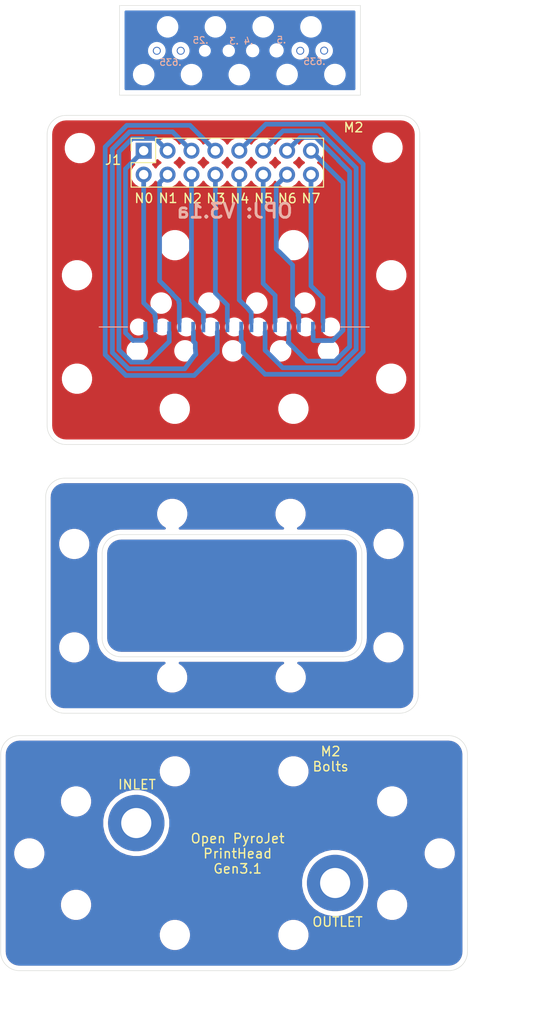
<source format=kicad_pcb>
(kicad_pcb (version 20171130) (host pcbnew "(5.1.12)-1")

  (general
    (thickness 1.6)
    (drawings 122)
    (tracks 122)
    (zones 0)
    (modules 74)
    (nets 17)
  )

  (page A4)
  (title_block
    (title "Open PyroJet Printhead")
    (date 2022-03-29)
    (rev Gen3.1a)
    (company PRL)
  )

  (layers
    (0 F.Cu signal)
    (31 B.Cu signal)
    (32 B.Adhes user)
    (33 F.Adhes user)
    (34 B.Paste user)
    (35 F.Paste user)
    (36 B.SilkS user)
    (37 F.SilkS user)
    (38 B.Mask user)
    (39 F.Mask user)
    (40 Dwgs.User user)
    (41 Cmts.User user)
    (42 Eco1.User user)
    (43 Eco2.User user)
    (44 Edge.Cuts user)
    (45 Margin user)
    (46 B.CrtYd user)
    (47 F.CrtYd user)
    (48 B.Fab user)
    (49 F.Fab user)
  )

  (setup
    (last_trace_width 0.25)
    (user_trace_width 0.3)
    (user_trace_width 0.4)
    (user_trace_width 0.5)
    (user_trace_width 0.6)
    (user_trace_width 0.7)
    (user_trace_width 1)
    (user_trace_width 2)
    (trace_clearance 0.2)
    (zone_clearance 0.508)
    (zone_45_only no)
    (trace_min 0.2)
    (via_size 0.8)
    (via_drill 0.4)
    (via_min_size 0.4)
    (via_min_drill 0.3)
    (user_via 0.65 0.3)
    (uvia_size 0.3)
    (uvia_drill 0.1)
    (uvias_allowed no)
    (uvia_min_size 0.2)
    (uvia_min_drill 0.1)
    (edge_width 0.05)
    (segment_width 0.2)
    (pcb_text_width 0.3)
    (pcb_text_size 1.5 1.5)
    (mod_edge_width 0.12)
    (mod_text_size 1 1)
    (mod_text_width 0.15)
    (pad_size 1 1)
    (pad_drill 1)
    (pad_to_mask_clearance 0)
    (aux_axis_origin 0 0)
    (visible_elements 7FFFFFFF)
    (pcbplotparams
      (layerselection 0x010f0_ffffffff)
      (usegerberextensions true)
      (usegerberattributes false)
      (usegerberadvancedattributes false)
      (creategerberjobfile false)
      (excludeedgelayer true)
      (linewidth 0.100000)
      (plotframeref false)
      (viasonmask false)
      (mode 1)
      (useauxorigin false)
      (hpglpennumber 1)
      (hpglpenspeed 20)
      (hpglpendiameter 15.000000)
      (psnegative false)
      (psa4output false)
      (plotreference true)
      (plotvalue true)
      (plotinvisibletext false)
      (padsonsilk false)
      (subtractmaskfromsilk false)
      (outputformat 1)
      (mirror false)
      (drillshape 0)
      (scaleselection 1)
      (outputdirectory "manufacture-connector/"))
  )

  (net 0 "")
  (net 1 "Net-(H24-Pad2)")
  (net 2 "Net-(H24-Pad1)")
  (net 3 "Net-(H29-Pad2)")
  (net 4 "Net-(H29-Pad1)")
  (net 5 "Net-(H32-Pad2)")
  (net 6 "Net-(H32-Pad1)")
  (net 7 "Net-(H33-Pad2)")
  (net 8 "Net-(H33-Pad1)")
  (net 9 "Net-(H34-Pad2)")
  (net 10 "Net-(H34-Pad1)")
  (net 11 "Net-(H35-Pad2)")
  (net 12 "Net-(H35-Pad1)")
  (net 13 "Net-(H36-Pad2)")
  (net 14 "Net-(H36-Pad1)")
  (net 15 "Net-(H39-Pad2)")
  (net 16 "Net-(H39-Pad1)")

  (net_class Default "This is the default net class."
    (clearance 0.2)
    (trace_width 0.25)
    (via_dia 0.8)
    (via_drill 0.4)
    (uvia_dia 0.3)
    (uvia_drill 0.1)
    (add_net "Net-(H24-Pad1)")
    (add_net "Net-(H24-Pad2)")
    (add_net "Net-(H29-Pad1)")
    (add_net "Net-(H29-Pad2)")
    (add_net "Net-(H32-Pad1)")
    (add_net "Net-(H32-Pad2)")
    (add_net "Net-(H33-Pad1)")
    (add_net "Net-(H33-Pad2)")
    (add_net "Net-(H34-Pad1)")
    (add_net "Net-(H34-Pad2)")
    (add_net "Net-(H35-Pad1)")
    (add_net "Net-(H35-Pad2)")
    (add_net "Net-(H36-Pad1)")
    (add_net "Net-(H36-Pad2)")
    (add_net "Net-(H39-Pad1)")
    (add_net "Net-(H39-Pad2)")
  )

  (module MountingHole:MountingHole_2.2mm_M2 (layer F.Cu) (tedit 56D1B4CB) (tstamp 623F6F6D)
    (at 121.1453 97.5233)
    (descr "Mounting Hole 2.2mm, no annular, M2")
    (tags "mounting hole 2.2mm no annular m2")
    (path /6244E023)
    (attr virtual)
    (fp_text reference H3 (at 0 -3.2) (layer F.SilkS) hide
      (effects (font (size 1 1) (thickness 0.15)))
    )
    (fp_text value M2 (at 0 3.2) (layer F.Fab)
      (effects (font (size 1 1) (thickness 0.15)))
    )
    (fp_circle (center 0 0) (end 2.45 0) (layer F.CrtYd) (width 0.05))
    (fp_circle (center 0 0) (end 2.2 0) (layer Cmts.User) (width 0.15))
    (fp_text user %R (at 0.3 0) (layer F.Fab)
      (effects (font (size 1 1) (thickness 0.15)))
    )
    (pad 1 np_thru_hole circle (at 0 0) (size 2.2 2.2) (drill 2.2) (layers *.Cu *.Mask))
  )

  (module MountingHole:MountingHole_2.2mm_M2 (layer F.Cu) (tedit 56D1B4CB) (tstamp 623F6F75)
    (at 121.1453 86.5251)
    (descr "Mounting Hole 2.2mm, no annular, M2")
    (tags "mounting hole 2.2mm no annular m2")
    (path /6244E03C)
    (attr virtual)
    (fp_text reference H4 (at 0 -3.2) (layer F.SilkS) hide
      (effects (font (size 1 1) (thickness 0.15)))
    )
    (fp_text value M2 (at 0 3.2) (layer F.Fab)
      (effects (font (size 1 1) (thickness 0.15)))
    )
    (fp_circle (center 0 0) (end 2.45 0) (layer F.CrtYd) (width 0.05))
    (fp_circle (center 0 0) (end 2.2 0) (layer Cmts.User) (width 0.15))
    (fp_text user %R (at 0.3 0) (layer F.Fab)
      (effects (font (size 1 1) (thickness 0.15)))
    )
    (pad 1 np_thru_hole circle (at 0 0) (size 2.2 2.2) (drill 2.2) (layers *.Cu *.Mask))
  )

  (module MountingHole:MountingHole_2.2mm_M2 (layer F.Cu) (tedit 56D1B4CB) (tstamp 623F6F9D)
    (at 144.145 100.7237)
    (descr "Mounting Hole 2.2mm, no annular, M2")
    (tags "mounting hole 2.2mm no annular m2")
    (path /6244E02A)
    (attr virtual)
    (fp_text reference H10 (at 0 -3.2) (layer F.SilkS) hide
      (effects (font (size 1 1) (thickness 0.15)))
    )
    (fp_text value M2 (at 0 3.2) (layer F.Fab)
      (effects (font (size 1 1) (thickness 0.15)))
    )
    (fp_circle (center 0 0) (end 2.45 0) (layer F.CrtYd) (width 0.05))
    (fp_circle (center 0 0) (end 2.2 0) (layer Cmts.User) (width 0.15))
    (fp_text user %R (at 0.3 0) (layer F.Fab)
      (effects (font (size 1 1) (thickness 0.15)))
    )
    (pad 1 np_thru_hole circle (at 0 0) (size 2.2 2.2) (drill 2.2) (layers *.Cu *.Mask))
  )

  (module MountingHole:MountingHole_2.2mm_M2 (layer F.Cu) (tedit 56D1B4CB) (tstamp 623F6FA5)
    (at 154.5463 86.5251)
    (descr "Mounting Hole 2.2mm, no annular, M2")
    (tags "mounting hole 2.2mm no annular m2")
    (path /6244E042)
    (attr virtual)
    (fp_text reference H11 (at 0 -3.2) (layer F.SilkS) hide
      (effects (font (size 1 1) (thickness 0.15)))
    )
    (fp_text value M2 (at 0 3.2) (layer F.Fab)
      (effects (font (size 1 1) (thickness 0.15)))
    )
    (fp_circle (center 0 0) (end 2.45 0) (layer F.CrtYd) (width 0.05))
    (fp_circle (center 0 0) (end 2.2 0) (layer Cmts.User) (width 0.15))
    (fp_text user %R (at 0.3 0) (layer F.Fab)
      (effects (font (size 1 1) (thickness 0.15)))
    )
    (pad 1 np_thru_hole circle (at 0 0) (size 2.2 2.2) (drill 2.2) (layers *.Cu *.Mask))
  )

  (module MountingHole:MountingHole_2.2mm_M2 (layer F.Cu) (tedit 56D1B4CB) (tstamp 623F6FCD)
    (at 131.5466 100.7237)
    (descr "Mounting Hole 2.2mm, no annular, M2")
    (tags "mounting hole 2.2mm no annular m2")
    (path /6244E030)
    (attr virtual)
    (fp_text reference H17 (at 0 -3.2) (layer F.SilkS) hide
      (effects (font (size 1 1) (thickness 0.15)))
    )
    (fp_text value M2 (at 0 3.2) (layer F.Fab)
      (effects (font (size 1 1) (thickness 0.15)))
    )
    (fp_circle (center 0 0) (end 2.45 0) (layer F.CrtYd) (width 0.05))
    (fp_circle (center 0 0) (end 2.2 0) (layer Cmts.User) (width 0.15))
    (fp_text user %R (at 0.3 0) (layer F.Fab)
      (effects (font (size 1 1) (thickness 0.15)))
    )
    (pad 1 np_thru_hole circle (at 0 0) (size 2.2 2.2) (drill 2.2) (layers *.Cu *.Mask))
  )

  (module MountingHole:MountingHole_2.2mm_M2 (layer F.Cu) (tedit 56D1B4CB) (tstamp 623F6FD5)
    (at 154.5336 97.5233)
    (descr "Mounting Hole 2.2mm, no annular, M2")
    (tags "mounting hole 2.2mm no annular m2")
    (path /6244E048)
    (attr virtual)
    (fp_text reference H18 (at 0 -3.2) (layer F.SilkS) hide
      (effects (font (size 1 1) (thickness 0.15)))
    )
    (fp_text value M2 (at 0 3.2) (layer F.Fab)
      (effects (font (size 1 1) (thickness 0.15)))
    )
    (fp_circle (center 0 0) (end 2.45 0) (layer F.CrtYd) (width 0.05))
    (fp_circle (center 0 0) (end 2.2 0) (layer Cmts.User) (width 0.15))
    (fp_text user %R (at 0.3 0) (layer F.Fab)
      (effects (font (size 1 1) (thickness 0.15)))
    )
    (pad 1 np_thru_hole circle (at 0 0) (size 2.2 2.2) (drill 2.2) (layers *.Cu *.Mask))
  )

  (module MountingHole:MountingHole_2.2mm_M2 (layer F.Cu) (tedit 56D1B4CB) (tstamp 623F6FFD)
    (at 144.1323 83.3247)
    (descr "Mounting Hole 2.2mm, no annular, M2")
    (tags "mounting hole 2.2mm no annular m2")
    (path /6244E036)
    (attr virtual)
    (fp_text reference H25 (at 0 -3.2) (layer F.SilkS) hide
      (effects (font (size 1 1) (thickness 0.15)))
    )
    (fp_text value M2 (at 0 3.2) (layer F.Fab)
      (effects (font (size 1 1) (thickness 0.15)))
    )
    (fp_circle (center 0 0) (end 2.45 0) (layer F.CrtYd) (width 0.05))
    (fp_circle (center 0 0) (end 2.2 0) (layer Cmts.User) (width 0.15))
    (fp_text user %R (at 0.3 0) (layer F.Fab)
      (effects (font (size 1 1) (thickness 0.15)))
    )
    (pad 1 np_thru_hole circle (at 0 0) (size 2.2 2.2) (drill 2.2) (layers *.Cu *.Mask))
  )

  (module MountingHole:MountingHole_2.2mm_M2 (layer F.Cu) (tedit 56D1B4CB) (tstamp 623F7005)
    (at 131.5593 83.3247)
    (descr "Mounting Hole 2.2mm, no annular, M2")
    (tags "mounting hole 2.2mm no annular m2")
    (path /6244E04E)
    (attr virtual)
    (fp_text reference H26 (at 0 -3.2) (layer F.SilkS) hide
      (effects (font (size 1 1) (thickness 0.15)))
    )
    (fp_text value M2 (at 0 3.2) (layer F.Fab)
      (effects (font (size 1 1) (thickness 0.15)))
    )
    (fp_circle (center 0 0) (end 2.45 0) (layer F.CrtYd) (width 0.05))
    (fp_circle (center 0 0) (end 2.2 0) (layer Cmts.User) (width 0.15))
    (fp_text user %R (at 0.3 0) (layer F.Fab)
      (effects (font (size 1 1) (thickness 0.15)))
    )
    (pad 1 np_thru_hole circle (at 0 0) (size 2.2 2.2) (drill 2.2) (layers *.Cu *.Mask))
  )

  (module Pauls_KiCAD_Libraries:3mmx12mmHollowRivet (layer F.Cu) (tedit 623DD0AD) (tstamp 623E0432)
    (at 127.7366 116.215)
    (path /623F6603)
    (fp_text reference R1 (at 0.37 3.68) (layer F.SilkS) hide
      (effects (font (size 1 1) (thickness 0.15)))
    )
    (fp_text value 3mmx12mmRivetMount (at -0.12 -3.75) (layer F.Fab)
      (effects (font (size 1 1) (thickness 0.15)))
    )
    (pad 1 thru_hole circle (at 0 -0.01) (size 6 6) (drill 3.2) (layers *.Cu *.Mask))
  )

  (module Pauls_KiCAD_Libraries:3mmx12mmHollowRivet (layer F.Cu) (tedit 623DD0AD) (tstamp 623E7720)
    (at 148.8694 122.5904)
    (path /623F6908)
    (fp_text reference R2 (at 0.37 3.68) (layer F.SilkS) hide
      (effects (font (size 1 1) (thickness 0.15)))
    )
    (fp_text value 3mmx12mmRivetMount (at -0.12 -3.75) (layer F.Fab)
      (effects (font (size 1 1) (thickness 0.15)))
    )
    (pad 1 thru_hole circle (at 0 -0.01) (size 6 6) (drill 3.2) (layers *.Cu *.Mask))
  )

  (module MountingHole:MountingHole_2.2mm_M2 (layer F.Cu) (tedit 56D1B4CB) (tstamp 623E70C0)
    (at 159.9819 119.4308)
    (descr "Mounting Hole 2.2mm, no annular, M2")
    (tags "mounting hole 2.2mm no annular m2")
    (path /623FBBD4)
    (attr virtual)
    (fp_text reference H30 (at 0 -3.2) (layer F.SilkS) hide
      (effects (font (size 1 1) (thickness 0.15)))
    )
    (fp_text value M2 (at 0 3.2) (layer F.Fab)
      (effects (font (size 1 1) (thickness 0.15)))
    )
    (fp_circle (center 0 0) (end 2.2 0) (layer Cmts.User) (width 0.15))
    (fp_circle (center 0 0) (end 2.45 0) (layer F.CrtYd) (width 0.05))
    (fp_text user %R (at 0.3 0) (layer F.Fab)
      (effects (font (size 1 1) (thickness 0.15)))
    )
    (pad 1 np_thru_hole circle (at 0 0) (size 2.2 2.2) (drill 2.2) (layers *.Cu *.Mask))
  )

  (module MountingHole:MountingHole_2.2mm_M2 (layer F.Cu) (tedit 56D1B4CB) (tstamp 623E717B)
    (at 116.3701 119.4308)
    (descr "Mounting Hole 2.2mm, no annular, M2")
    (tags "mounting hole 2.2mm no annular m2")
    (path /623FB56D)
    (attr virtual)
    (fp_text reference H23 (at 0 -3.2) (layer F.SilkS) hide
      (effects (font (size 1 1) (thickness 0.15)))
    )
    (fp_text value M2 (at 0 3.2) (layer F.Fab)
      (effects (font (size 1 1) (thickness 0.15)))
    )
    (fp_circle (center 0 0) (end 2.2 0) (layer Cmts.User) (width 0.15))
    (fp_circle (center 0 0) (end 2.45 0) (layer F.CrtYd) (width 0.05))
    (fp_text user %R (at 0.3 0) (layer F.Fab)
      (effects (font (size 1 1) (thickness 0.15)))
    )
    (pad 1 np_thru_hole circle (at 0 0) (size 2.2 2.2) (drill 2.2) (layers *.Cu *.Mask))
  )

  (module MountingHole:MountingHole_2.2mm_M2 (layer F.Cu) (tedit 56D1B4CB) (tstamp 623F6F7D)
    (at 144.4371 128.1049)
    (descr "Mounting Hole 2.2mm, no annular, M2")
    (tags "mounting hole 2.2mm no annular m2")
    (path /6244FD10)
    (attr virtual)
    (fp_text reference H5 (at 0 -3.2) (layer F.SilkS) hide
      (effects (font (size 1 1) (thickness 0.15)))
    )
    (fp_text value M2 (at 0 3.2) (layer F.Fab)
      (effects (font (size 1 1) (thickness 0.15)))
    )
    (fp_circle (center 0 0) (end 2.45 0) (layer F.CrtYd) (width 0.05))
    (fp_circle (center 0 0) (end 2.2 0) (layer Cmts.User) (width 0.15))
    (fp_text user %R (at 0.3 0) (layer F.Fab)
      (effects (font (size 1 1) (thickness 0.15)))
    )
    (pad 1 np_thru_hole circle (at 0 0) (size 2.2 2.2) (drill 2.2) (layers *.Cu *.Mask))
  )

  (module MountingHole:MountingHole_2.2mm_M2 (layer F.Cu) (tedit 56D1B4CB) (tstamp 623F6F85)
    (at 121.3358 124.9045)
    (descr "Mounting Hole 2.2mm, no annular, M2")
    (tags "mounting hole 2.2mm no annular m2")
    (path /6244FD29)
    (attr virtual)
    (fp_text reference H6 (at 0 -3.2) (layer F.SilkS) hide
      (effects (font (size 1 1) (thickness 0.15)))
    )
    (fp_text value M2 (at 0 3.2) (layer F.Fab)
      (effects (font (size 1 1) (thickness 0.15)))
    )
    (fp_circle (center 0 0) (end 2.45 0) (layer F.CrtYd) (width 0.05))
    (fp_circle (center 0 0) (end 2.2 0) (layer Cmts.User) (width 0.15))
    (fp_text user %R (at 0.3 0) (layer F.Fab)
      (effects (font (size 1 1) (thickness 0.15)))
    )
    (pad 1 np_thru_hole circle (at 0 0) (size 2.2 2.2) (drill 2.2) (layers *.Cu *.Mask))
  )

  (module MountingHole:MountingHole_2.2mm_M2 (layer F.Cu) (tedit 56D1B4CB) (tstamp 623F6FAD)
    (at 154.9273 113.9063)
    (descr "Mounting Hole 2.2mm, no annular, M2")
    (tags "mounting hole 2.2mm no annular m2")
    (path /6244FD17)
    (attr virtual)
    (fp_text reference H12 (at 0 -3.2) (layer F.SilkS) hide
      (effects (font (size 1 1) (thickness 0.15)))
    )
    (fp_text value M2 (at 0 3.2) (layer F.Fab)
      (effects (font (size 1 1) (thickness 0.15)))
    )
    (fp_circle (center 0 0) (end 2.45 0) (layer F.CrtYd) (width 0.05))
    (fp_circle (center 0 0) (end 2.2 0) (layer Cmts.User) (width 0.15))
    (fp_text user %R (at 0.3 0) (layer F.Fab)
      (effects (font (size 1 1) (thickness 0.15)))
    )
    (pad 1 np_thru_hole circle (at 0 0) (size 2.2 2.2) (drill 2.2) (layers *.Cu *.Mask))
  )

  (module MountingHole:MountingHole_2.2mm_M2 (layer F.Cu) (tedit 56D1B4CB) (tstamp 623F6FB5)
    (at 144.4371 110.7059)
    (descr "Mounting Hole 2.2mm, no annular, M2")
    (tags "mounting hole 2.2mm no annular m2")
    (path /6244FD2F)
    (attr virtual)
    (fp_text reference H13 (at 0 -3.2) (layer F.SilkS) hide
      (effects (font (size 1 1) (thickness 0.15)))
    )
    (fp_text value M2 (at 0 3.2) (layer F.Fab)
      (effects (font (size 1 1) (thickness 0.15)))
    )
    (fp_circle (center 0 0) (end 2.45 0) (layer F.CrtYd) (width 0.05))
    (fp_circle (center 0 0) (end 2.2 0) (layer Cmts.User) (width 0.15))
    (fp_text user %R (at 0.3 0) (layer F.Fab)
      (effects (font (size 1 1) (thickness 0.15)))
    )
    (pad 1 np_thru_hole circle (at 0 0) (size 2.2 2.2) (drill 2.2) (layers *.Cu *.Mask))
  )

  (module MountingHole:MountingHole_2.2mm_M2 (layer F.Cu) (tedit 56D1B4CB) (tstamp 623F6FDD)
    (at 121.3358 113.9063)
    (descr "Mounting Hole 2.2mm, no annular, M2")
    (tags "mounting hole 2.2mm no annular m2")
    (path /6244FD1D)
    (attr virtual)
    (fp_text reference H19 (at 0 -3.2) (layer F.SilkS) hide
      (effects (font (size 1 1) (thickness 0.15)))
    )
    (fp_text value M2 (at 0 3.2) (layer F.Fab)
      (effects (font (size 1 1) (thickness 0.15)))
    )
    (fp_circle (center 0 0) (end 2.45 0) (layer F.CrtYd) (width 0.05))
    (fp_circle (center 0 0) (end 2.2 0) (layer Cmts.User) (width 0.15))
    (fp_text user %R (at 0.3 0) (layer F.Fab)
      (effects (font (size 1 1) (thickness 0.15)))
    )
    (pad 1 np_thru_hole circle (at 0 0) (size 2.2 2.2) (drill 2.2) (layers *.Cu *.Mask))
  )

  (module MountingHole:MountingHole_2.2mm_M2 (layer F.Cu) (tedit 56D1B4CB) (tstamp 623F6FE5)
    (at 131.8387 110.7059)
    (descr "Mounting Hole 2.2mm, no annular, M2")
    (tags "mounting hole 2.2mm no annular m2")
    (path /6244FD35)
    (attr virtual)
    (fp_text reference H20 (at 0 -3.2) (layer F.SilkS) hide
      (effects (font (size 1 1) (thickness 0.15)))
    )
    (fp_text value M2 (at 0 3.2) (layer F.Fab)
      (effects (font (size 1 1) (thickness 0.15)))
    )
    (fp_circle (center 0 0) (end 2.45 0) (layer F.CrtYd) (width 0.05))
    (fp_circle (center 0 0) (end 2.2 0) (layer Cmts.User) (width 0.15))
    (fp_text user %R (at 0.3 0) (layer F.Fab)
      (effects (font (size 1 1) (thickness 0.15)))
    )
    (pad 1 np_thru_hole circle (at 0 0) (size 2.2 2.2) (drill 2.2) (layers *.Cu *.Mask))
  )

  (module MountingHole:MountingHole_2.2mm_M2 (layer F.Cu) (tedit 56D1B4CB) (tstamp 623F700D)
    (at 131.8387 128.1049)
    (descr "Mounting Hole 2.2mm, no annular, M2")
    (tags "mounting hole 2.2mm no annular m2")
    (path /6244FD23)
    (attr virtual)
    (fp_text reference H27 (at 0 -3.2) (layer F.SilkS) hide
      (effects (font (size 1 1) (thickness 0.15)))
    )
    (fp_text value M2 (at 0 3.2) (layer F.Fab)
      (effects (font (size 1 1) (thickness 0.15)))
    )
    (fp_circle (center 0 0) (end 2.45 0) (layer F.CrtYd) (width 0.05))
    (fp_circle (center 0 0) (end 2.2 0) (layer Cmts.User) (width 0.15))
    (fp_text user %R (at 0.3 0) (layer F.Fab)
      (effects (font (size 1 1) (thickness 0.15)))
    )
    (pad 1 np_thru_hole circle (at 0 0) (size 2.2 2.2) (drill 2.2) (layers *.Cu *.Mask))
  )

  (module MountingHole:MountingHole_2.2mm_M2 (layer F.Cu) (tedit 56D1B4CB) (tstamp 623F7015)
    (at 154.9273 124.9045)
    (descr "Mounting Hole 2.2mm, no annular, M2")
    (tags "mounting hole 2.2mm no annular m2")
    (path /6244FD3B)
    (attr virtual)
    (fp_text reference H28 (at 0 -3.2) (layer F.SilkS) hide
      (effects (font (size 1 1) (thickness 0.15)))
    )
    (fp_text value M2 (at 0 3.2) (layer F.Fab)
      (effects (font (size 1 1) (thickness 0.15)))
    )
    (fp_circle (center 0 0) (end 2.45 0) (layer F.CrtYd) (width 0.05))
    (fp_circle (center 0 0) (end 2.2 0) (layer Cmts.User) (width 0.15))
    (fp_text user %R (at 0.3 0) (layer F.Fab)
      (effects (font (size 1 1) (thickness 0.15)))
    )
    (pad 1 np_thru_hole circle (at 0 0) (size 2.2 2.2) (drill 2.2) (layers *.Cu *.Mask))
  )

  (module Pauls_KiCAD_Libraries:MountingHole_1.2mm (layer F.Cu) (tedit 623ED896) (tstamp 623F6F5D)
    (at 148.844 36.6014)
    (descr "Mounting Hole 2.1mm, no annular")
    (tags "mounting hole 2.1mm no annular")
    (path /62452DD9)
    (attr virtual)
    (fp_text reference H1 (at 0.21 -1.61) (layer F.SilkS) hide
      (effects (font (size 1 1) (thickness 0.15)))
    )
    (fp_text value M1.2 (at 0.05 1.65) (layer F.Fab)
      (effects (font (size 1 1) (thickness 0.15)))
    )
    (fp_circle (center 0 0) (end 0.9 0) (layer F.CrtYd) (width 0.05))
    (fp_circle (center 0 0) (end 0.75 0) (layer Cmts.User) (width 0.15))
    (fp_text user %R (at 0.3 0) (layer F.Fab)
      (effects (font (size 1 1) (thickness 0.15)))
    )
    (pad "" np_thru_hole circle (at 0 0) (size 1.27 1.27) (drill 1.27) (layers *.Cu *.Mask))
  )

  (module Pauls_KiCAD_Libraries:MountingHole_1.2mm (layer F.Cu) (tedit 623ED896) (tstamp 623F6F65)
    (at 133.604 36.6141)
    (descr "Mounting Hole 2.1mm, no annular")
    (tags "mounting hole 2.1mm no annular")
    (path /62452DC7)
    (attr virtual)
    (fp_text reference H2 (at 0.21 -1.61) (layer F.SilkS) hide
      (effects (font (size 1 1) (thickness 0.15)))
    )
    (fp_text value M1.2 (at 0.05 1.65) (layer F.Fab)
      (effects (font (size 1 1) (thickness 0.15)))
    )
    (fp_circle (center 0 0) (end 0.9 0) (layer F.CrtYd) (width 0.05))
    (fp_circle (center 0 0) (end 0.75 0) (layer Cmts.User) (width 0.15))
    (fp_text user %R (at 0.3 0) (layer F.Fab)
      (effects (font (size 1 1) (thickness 0.15)))
    )
    (pad "" np_thru_hole circle (at 0 0) (size 1.27 1.27) (drill 1.27) (layers *.Cu *.Mask))
  )

  (module Pauls_KiCAD_Libraries:MountingHole_1.2mm (layer F.Cu) (tedit 623ED896) (tstamp 623F6F8D)
    (at 138.684 36.6141)
    (descr "Mounting Hole 2.1mm, no annular")
    (tags "mounting hole 2.1mm no annular")
    (path /62452DE5)
    (attr virtual)
    (fp_text reference H8 (at 0.21 -1.61) (layer F.SilkS) hide
      (effects (font (size 1 1) (thickness 0.15)))
    )
    (fp_text value M1.2 (at 0.05 1.65) (layer F.Fab)
      (effects (font (size 1 1) (thickness 0.15)))
    )
    (fp_circle (center 0 0) (end 0.9 0) (layer F.CrtYd) (width 0.05))
    (fp_circle (center 0 0) (end 0.75 0) (layer Cmts.User) (width 0.15))
    (fp_text user %R (at 0.3 0) (layer F.Fab)
      (effects (font (size 1 1) (thickness 0.15)))
    )
    (pad "" np_thru_hole circle (at 0 0) (size 1.27 1.27) (drill 1.27) (layers *.Cu *.Mask))
  )

  (module Pauls_KiCAD_Libraries:MountingHole_1.2mm (layer F.Cu) (tedit 623ED896) (tstamp 623F6F95)
    (at 143.764 36.6014)
    (descr "Mounting Hole 2.1mm, no annular")
    (tags "mounting hole 2.1mm no annular")
    (path /62452DBB)
    (attr virtual)
    (fp_text reference H9 (at 0.21 -1.61) (layer F.SilkS) hide
      (effects (font (size 1 1) (thickness 0.15)))
    )
    (fp_text value M1.2 (at 0.05 1.65) (layer F.Fab)
      (effects (font (size 1 1) (thickness 0.15)))
    )
    (fp_circle (center 0 0) (end 0.9 0) (layer F.CrtYd) (width 0.05))
    (fp_circle (center 0 0) (end 0.75 0) (layer Cmts.User) (width 0.15))
    (fp_text user %R (at 0.3 0) (layer F.Fab)
      (effects (font (size 1 1) (thickness 0.15)))
    )
    (pad "" np_thru_hole circle (at 0 0) (size 1.27 1.27) (drill 1.27) (layers *.Cu *.Mask))
  )

  (module Pauls_KiCAD_Libraries:MountingHole_1.2mm (layer F.Cu) (tedit 623ED896) (tstamp 623F6FBD)
    (at 128.524 36.6141)
    (descr "Mounting Hole 2.1mm, no annular")
    (tags "mounting hole 2.1mm no annular")
    (path /62452DD3)
    (attr virtual)
    (fp_text reference H15 (at 0.21 -1.61) (layer F.SilkS) hide
      (effects (font (size 1 1) (thickness 0.15)))
    )
    (fp_text value M1.2 (at 0.05 1.65) (layer F.Fab)
      (effects (font (size 1 1) (thickness 0.15)))
    )
    (fp_circle (center 0 0) (end 0.9 0) (layer F.CrtYd) (width 0.05))
    (fp_circle (center 0 0) (end 0.75 0) (layer Cmts.User) (width 0.15))
    (fp_text user %R (at 0.3 0) (layer F.Fab)
      (effects (font (size 1 1) (thickness 0.15)))
    )
    (pad "" np_thru_hole circle (at 0 0) (size 1.27 1.27) (drill 1.27) (layers *.Cu *.Mask))
  )

  (module Pauls_KiCAD_Libraries:MountingHole_1.2mm (layer F.Cu) (tedit 623ED896) (tstamp 623F6FC5)
    (at 131.064 31.5341)
    (descr "Mounting Hole 2.1mm, no annular")
    (tags "mounting hole 2.1mm no annular")
    (path /62452DC1)
    (attr virtual)
    (fp_text reference H16 (at 0.21 -1.61) (layer F.SilkS) hide
      (effects (font (size 1 1) (thickness 0.15)))
    )
    (fp_text value M1.2 (at 0.05 1.65) (layer F.Fab)
      (effects (font (size 1 1) (thickness 0.15)))
    )
    (fp_circle (center 0 0) (end 0.9 0) (layer F.CrtYd) (width 0.05))
    (fp_circle (center 0 0) (end 0.75 0) (layer Cmts.User) (width 0.15))
    (fp_text user %R (at 0.3 0) (layer F.Fab)
      (effects (font (size 1 1) (thickness 0.15)))
    )
    (pad "" np_thru_hole circle (at 0 0) (size 1.27 1.27) (drill 1.27) (layers *.Cu *.Mask))
  )

  (module Pauls_KiCAD_Libraries:MountingHole_1.2mm (layer F.Cu) (tedit 623ED896) (tstamp 623F6FED)
    (at 136.144 31.5341)
    (descr "Mounting Hole 2.1mm, no annular")
    (tags "mounting hole 2.1mm no annular")
    (path /62452DDF)
    (attr virtual)
    (fp_text reference H21 (at 0.21 -1.61) (layer F.SilkS) hide
      (effects (font (size 1 1) (thickness 0.15)))
    )
    (fp_text value M1.2 (at 0.05 1.65) (layer F.Fab)
      (effects (font (size 1 1) (thickness 0.15)))
    )
    (fp_circle (center 0 0) (end 0.9 0) (layer F.CrtYd) (width 0.05))
    (fp_circle (center 0 0) (end 0.75 0) (layer Cmts.User) (width 0.15))
    (fp_text user %R (at 0.3 0) (layer F.Fab)
      (effects (font (size 1 1) (thickness 0.15)))
    )
    (pad "" np_thru_hole circle (at 0 0) (size 1.27 1.27) (drill 1.27) (layers *.Cu *.Mask))
  )

  (module Pauls_KiCAD_Libraries:MountingHole_1.2mm (layer F.Cu) (tedit 623ED896) (tstamp 623F6FF5)
    (at 146.304 31.5341)
    (descr "Mounting Hole 2.1mm, no annular")
    (tags "mounting hole 2.1mm no annular")
    (path /62452DCD)
    (attr virtual)
    (fp_text reference H22 (at 0.21 -1.61) (layer F.SilkS) hide
      (effects (font (size 1 1) (thickness 0.15)))
    )
    (fp_text value M1.2 (at 0.05 1.65) (layer F.Fab)
      (effects (font (size 1 1) (thickness 0.15)))
    )
    (fp_circle (center 0 0) (end 0.9 0) (layer F.CrtYd) (width 0.05))
    (fp_circle (center 0 0) (end 0.75 0) (layer Cmts.User) (width 0.15))
    (fp_text user %R (at 0.3 0) (layer F.Fab)
      (effects (font (size 1 1) (thickness 0.15)))
    )
    (pad "" np_thru_hole circle (at 0 0) (size 1.27 1.27) (drill 1.27) (layers *.Cu *.Mask))
  )

  (module Pauls_KiCAD_Libraries:MountingHole_1.2mm (layer F.Cu) (tedit 623ED896) (tstamp 623F701D)
    (at 141.224 31.5341)
    (descr "Mounting Hole 2.1mm, no annular")
    (tags "mounting hole 2.1mm no annular")
    (path /62452DEB)
    (attr virtual)
    (fp_text reference H31 (at 0.21 -1.61) (layer F.SilkS) hide
      (effects (font (size 1 1) (thickness 0.15)))
    )
    (fp_text value M1.2 (at 0.05 1.65) (layer F.Fab)
      (effects (font (size 1 1) (thickness 0.15)))
    )
    (fp_circle (center 0 0) (end 0.9 0) (layer F.CrtYd) (width 0.05))
    (fp_circle (center 0 0) (end 0.75 0) (layer Cmts.User) (width 0.15))
    (fp_text user %R (at 0.3 0) (layer F.Fab)
      (effects (font (size 1 1) (thickness 0.15)))
    )
    (pad "" np_thru_hole circle (at 0 0) (size 1.27 1.27) (drill 1.27) (layers *.Cu *.Mask))
  )

  (module Pauls_KiCAD_Libraries:Nozzle_0.5 (layer F.Cu) (tedit 623F11CE) (tstamp 623F702D)
    (at 142.6464 34.036)
    (descr "Mounting Hole 2.1mm, no annular")
    (tags "mounting hole 2.1mm no annular")
    (path /62454C20)
    (attr virtual)
    (fp_text reference H50 (at 0.21 -1.61) (layer F.SilkS) hide
      (effects (font (size 1 1) (thickness 0.15)))
    )
    (fp_text value Nozzle_.5 (at 0.05 1.65) (layer F.Fab)
      (effects (font (size 1 1) (thickness 0.15)))
    )
    (fp_circle (center 0 0) (end 0.35 0) (layer Cmts.User) (width 0.15))
    (fp_circle (center 0 0) (end 0.45 0) (layer F.CrtYd) (width 0.05))
    (fp_text user %R (at 0.3 0) (layer F.Fab)
      (effects (font (size 1 1) (thickness 0.15)))
    )
    (pad "" np_thru_hole circle (at 0 0) (size 0.5 0.5) (drill 0.5) (layers *.Cu *.Mask))
  )

  (module Pauls_KiCAD_Libraries:Nozzle_0.4 (layer F.Cu) (tedit 623F1239) (tstamp 623F7035)
    (at 140.1064 34.0614)
    (descr "Mounting Hole 2.1mm, no annular")
    (tags "mounting hole 2.1mm no annular")
    (path /62456EDE)
    (attr virtual)
    (fp_text reference H51 (at 0.21 -1.61) (layer F.SilkS) hide
      (effects (font (size 1 1) (thickness 0.15)))
    )
    (fp_text value Nozzle_.4 (at 0.05 1.65) (layer F.Fab)
      (effects (font (size 1 1) (thickness 0.15)))
    )
    (fp_circle (center 0 0) (end 0.3 0) (layer Cmts.User) (width 0.15))
    (fp_circle (center 0 0) (end 0.4 0) (layer F.CrtYd) (width 0.05))
    (fp_text user %R (at 0.3 0) (layer F.Fab)
      (effects (font (size 1 1) (thickness 0.15)))
    )
    (pad "" np_thru_hole circle (at 0 0) (size 0.4 0.4) (drill 0.4) (layers *.Cu *.Mask))
  )

  (module Pauls_KiCAD_Libraries:Nozzle_0.3 (layer F.Cu) (tedit 623F1215) (tstamp 623F703D)
    (at 137.5664 34.0741)
    (descr "Mounting Hole 2.1mm, no annular")
    (tags "mounting hole 2.1mm no annular")
    (path /6245716A)
    (attr virtual)
    (fp_text reference H54 (at 0.21 -1.61) (layer F.SilkS) hide
      (effects (font (size 1 1) (thickness 0.15)))
    )
    (fp_text value Nozzle_.3 (at 0.05 1.65) (layer F.Fab)
      (effects (font (size 1 1) (thickness 0.15)))
    )
    (fp_circle (center 0 0) (end 0.3 0) (layer Cmts.User) (width 0.15))
    (fp_circle (center 0 0) (end 0.4 0) (layer F.CrtYd) (width 0.05))
    (fp_text user %R (at 0.3 0) (layer F.Fab)
      (effects (font (size 1 1) (thickness 0.15)))
    )
    (pad "" np_thru_hole circle (at 0 0) (size 0.3 0.3) (drill 0.3) (layers *.Cu *.Mask))
  )

  (module Pauls_KiCAD_Libraries:Nozzle_0.25 (layer F.Cu) (tedit 623F1280) (tstamp 623F7045)
    (at 135.0264 34.0741)
    (descr "Mounting Hole 2.1mm, no annular")
    (tags "mounting hole 2.1mm no annular")
    (path /62457585)
    (attr virtual)
    (fp_text reference H57 (at 0.21 -1.61) (layer F.SilkS) hide
      (effects (font (size 1 1) (thickness 0.15)))
    )
    (fp_text value Nozzle_.25 (at 0.05 1.65) (layer F.Fab)
      (effects (font (size 1 1) (thickness 0.15)))
    )
    (fp_circle (center 0 0) (end 0.4 0) (layer F.CrtYd) (width 0.05))
    (fp_circle (center 0 0) (end 0.3 0) (layer Cmts.User) (width 0.15))
    (fp_text user %R (at 0.3 0) (layer F.Fab)
      (effects (font (size 1 1) (thickness 0.15)))
    )
    (pad "" np_thru_hole circle (at 0 0) (size 0.25 0.25) (drill 0.25) (layers *.Cu *.Mask))
  )

  (module Pauls_KiCAD_Libraries:Nozzle_0.635-Plated (layer F.Cu) (tedit 623F1400) (tstamp 623F7DCD)
    (at 147.701 34.0614)
    (descr "Mounting Hole 2.1mm, no annular")
    (tags "mounting hole 2.1mm no annular")
    (path /62457B10)
    (attr virtual)
    (fp_text reference H40 (at 0.21 -1.61) (layer F.SilkS) hide
      (effects (font (size 1 1) (thickness 0.15)))
    )
    (fp_text value Nozzle_.635-Plated (at 0.05 1.65) (layer F.Fab)
      (effects (font (size 1 1) (thickness 0.15)))
    )
    (fp_circle (center 0 0) (end 0.7 0) (layer F.CrtYd) (width 0.05))
    (fp_circle (center 0 0) (end 0.55 0) (layer Cmts.User) (width 0.15))
    (fp_text user %R (at 0.3 0) (layer F.Fab)
      (effects (font (size 1 1) (thickness 0.15)))
    )
    (pad "" thru_hole circle (at 0 0) (size 0.85 0.85) (drill 0.635) (layers *.Cu *.Mask))
  )

  (module Pauls_KiCAD_Libraries:Nozzle_0.635-Plated (layer F.Cu) (tedit 623F1400) (tstamp 623F7E1B)
    (at 132.461 34.0741)
    (descr "Mounting Hole 2.1mm, no annular")
    (tags "mounting hole 2.1mm no annular")
    (path /624B625D)
    (attr virtual)
    (fp_text reference H43 (at 0.21 -1.61) (layer F.SilkS) hide
      (effects (font (size 1 1) (thickness 0.15)))
    )
    (fp_text value Nozzle_.635-Plated (at 0.05 1.65) (layer F.Fab)
      (effects (font (size 1 1) (thickness 0.15)))
    )
    (fp_circle (center 0 0) (end 0.7 0) (layer F.CrtYd) (width 0.05))
    (fp_circle (center 0 0) (end 0.55 0) (layer Cmts.User) (width 0.15))
    (fp_text user %R (at 0.3 0) (layer F.Fab)
      (effects (font (size 1 1) (thickness 0.15)))
    )
    (pad "" thru_hole circle (at 0 0) (size 0.85 0.85) (drill 0.635) (layers *.Cu *.Mask))
  )

  (module Pauls_KiCAD_Libraries:Nozzle_0.635-Plated (layer F.Cu) (tedit 623F1400) (tstamp 623F7E23)
    (at 145.161 34.0741)
    (descr "Mounting Hole 2.1mm, no annular")
    (tags "mounting hole 2.1mm no annular")
    (path /624B7966)
    (attr virtual)
    (fp_text reference H46 (at 0.21 -1.61) (layer F.SilkS) hide
      (effects (font (size 1 1) (thickness 0.15)))
    )
    (fp_text value Nozzle_.635-Plated (at 0.05 1.65) (layer F.Fab)
      (effects (font (size 1 1) (thickness 0.15)))
    )
    (fp_circle (center 0 0) (end 0.7 0) (layer F.CrtYd) (width 0.05))
    (fp_circle (center 0 0) (end 0.55 0) (layer Cmts.User) (width 0.15))
    (fp_text user %R (at 0.3 0) (layer F.Fab)
      (effects (font (size 1 1) (thickness 0.15)))
    )
    (pad "" thru_hole circle (at 0 0) (size 0.85 0.85) (drill 0.635) (layers *.Cu *.Mask))
  )

  (module Pauls_KiCAD_Libraries:Nozzle_0.635-Plated (layer F.Cu) (tedit 623F1400) (tstamp 623F7E2B)
    (at 129.921 34.0741)
    (descr "Mounting Hole 2.1mm, no annular")
    (tags "mounting hole 2.1mm no annular")
    (path /624B9C7C)
    (attr virtual)
    (fp_text reference H49 (at 0.21 -1.61) (layer F.SilkS) hide
      (effects (font (size 1 1) (thickness 0.15)))
    )
    (fp_text value Nozzle_.635-Plated (at 0.05 1.65) (layer F.Fab)
      (effects (font (size 1 1) (thickness 0.15)))
    )
    (fp_circle (center 0 0) (end 0.7 0) (layer F.CrtYd) (width 0.05))
    (fp_circle (center 0 0) (end 0.55 0) (layer Cmts.User) (width 0.15))
    (fp_text user %R (at 0.3 0) (layer F.Fab)
      (effects (font (size 1 1) (thickness 0.15)))
    )
    (pad "" thru_hole circle (at 0 0) (size 0.85 0.85) (drill 0.635) (layers *.Cu *.Mask))
  )

  (module Pauls_KiCAD_Libraries:MountingHole_1mm (layer F.Cu) (tedit 6241C637) (tstamp 623F4E7C)
    (at 133.0579 63.4492)
    (descr "Mounting Hole 2.1mm, no annular")
    (tags "mounting hole 2.1mm no annular")
    (path /62409844)
    (attr virtual)
    (fp_text reference H64 (at 0.21 -1.61) (layer F.SilkS) hide
      (effects (font (size 1 1) (thickness 0.15)))
    )
    (fp_text value M1 (at 0.05 1.65) (layer F.Fab)
      (effects (font (size 1 1) (thickness 0.15)))
    )
    (fp_text user %R (at 0.3 0) (layer F.Fab)
      (effects (font (size 1 1) (thickness 0.15)))
    )
    (fp_circle (center 0 0) (end 0.6 0) (layer Cmts.User) (width 0.15))
    (fp_circle (center 0 0) (end 0.7 0) (layer F.CrtYd) (width 0.05))
    (pad "" np_thru_hole circle (at 0 0) (size 1 1) (drill 1) (layers *.Cu *.Mask))
  )

  (module Pauls_KiCAD_Libraries:MountingHole_1mm (layer F.Cu) (tedit 6241C637) (tstamp 623F56A3)
    (at 148.3868 63.4492)
    (descr "Mounting Hole 2.1mm, no annular")
    (tags "mounting hole 2.1mm no annular")
    (path /62409868)
    (attr virtual)
    (fp_text reference H71 (at 0.21 -1.61) (layer F.SilkS) hide
      (effects (font (size 1 1) (thickness 0.15)))
    )
    (fp_text value M1 (at 0.05 1.65) (layer F.Fab)
      (effects (font (size 1 1) (thickness 0.15)))
    )
    (fp_text user %R (at 0.3 0) (layer F.Fab)
      (effects (font (size 1 1) (thickness 0.15)))
    )
    (fp_circle (center 0 0) (end 0.6 0) (layer Cmts.User) (width 0.15))
    (fp_circle (center 0 0) (end 0.7 0) (layer F.CrtYd) (width 0.05))
    (pad "" np_thru_hole circle (at 0 0) (size 1 1) (drill 1) (layers *.Cu *.Mask))
  )

  (module Pauls_KiCAD_Libraries:MountingHole_1mm (layer F.Cu) (tedit 6241C637) (tstamp 623F4E5C)
    (at 145.7579 63.4492)
    (descr "Mounting Hole 2.1mm, no annular")
    (tags "mounting hole 2.1mm no annular")
    (path /62409856)
    (attr virtual)
    (fp_text reference H70 (at 0.21 -1.61) (layer F.SilkS) hide
      (effects (font (size 1 1) (thickness 0.15)))
    )
    (fp_text value M1 (at 0.05 1.65) (layer F.Fab)
      (effects (font (size 1 1) (thickness 0.15)))
    )
    (fp_text user %R (at 0.3 0) (layer F.Fab)
      (effects (font (size 1 1) (thickness 0.15)))
    )
    (fp_circle (center 0 0) (end 0.6 0) (layer Cmts.User) (width 0.15))
    (fp_circle (center 0 0) (end 0.7 0) (layer F.CrtYd) (width 0.05))
    (pad "" np_thru_hole circle (at 0 0) (size 1 1) (drill 1) (layers *.Cu *.Mask))
  )

  (module Pauls_KiCAD_Libraries:MountingHole_1mm (layer F.Cu) (tedit 6241C637) (tstamp 623F4E54)
    (at 138.1633 63.4492)
    (descr "Mounting Hole 2.1mm, no annular")
    (tags "mounting hole 2.1mm no annular")
    (path /624040D0)
    (attr virtual)
    (fp_text reference H69 (at 0.21 -1.61) (layer F.SilkS) hide
      (effects (font (size 1 1) (thickness 0.15)))
    )
    (fp_text value M1 (at 0.05 1.65) (layer F.Fab)
      (effects (font (size 1 1) (thickness 0.15)))
    )
    (fp_text user %R (at 0.3 0) (layer F.Fab)
      (effects (font (size 1 1) (thickness 0.15)))
    )
    (fp_circle (center 0 0) (end 0.6 0) (layer Cmts.User) (width 0.15))
    (fp_circle (center 0 0) (end 0.7 0) (layer F.CrtYd) (width 0.05))
    (pad "" np_thru_hole circle (at 0 0) (size 1 1) (drill 1) (layers *.Cu *.Mask))
  )

  (module Pauls_KiCAD_Libraries:MountingHole_0.8mm (layer F.Cu) (tedit 6241C608) (tstamp 623F4EA4)
    (at 130.5179 63.4492)
    (descr "Mounting Hole 2.1mm, no annular")
    (tags "mounting hole 2.1mm no annular")
    (path /62404379)
    (attr virtual)
    (fp_text reference H68 (at 0.21 -1.61) (layer F.SilkS) hide
      (effects (font (size 1 1) (thickness 0.15)))
    )
    (fp_text value M0.8 (at 0.05 1.65) (layer F.Fab)
      (effects (font (size 1 1) (thickness 0.15)))
    )
    (fp_text user %R (at 0.3 0) (layer F.Fab)
      (effects (font (size 1 1) (thickness 0.15)))
    )
    (fp_circle (center 0 0) (end 0.6 0) (layer F.CrtYd) (width 0.05))
    (fp_circle (center 0 0) (end 0.5 0) (layer Cmts.User) (width 0.15))
    (pad "" np_thru_hole circle (at 0 0) (size 0.8 0.8) (drill 0.8) (layers *.Cu *.Mask))
  )

  (module Pauls_KiCAD_Libraries:MountingHole_1mm (layer F.Cu) (tedit 6241C637) (tstamp 623F4E94)
    (at 135.6106 63.4492)
    (descr "Mounting Hole 2.1mm, no annular")
    (tags "mounting hole 2.1mm no annular")
    (path /624039BA)
    (attr virtual)
    (fp_text reference H67 (at 0.21 -1.61) (layer F.SilkS) hide
      (effects (font (size 1 1) (thickness 0.15)))
    )
    (fp_text value M1 (at 0.05 1.65) (layer F.Fab)
      (effects (font (size 1 1) (thickness 0.15)))
    )
    (fp_text user %R (at 0.3 0) (layer F.Fab)
      (effects (font (size 1 1) (thickness 0.15)))
    )
    (fp_circle (center 0 0) (end 0.6 0) (layer Cmts.User) (width 0.15))
    (fp_circle (center 0 0) (end 0.7 0) (layer F.CrtYd) (width 0.05))
    (pad "" np_thru_hole circle (at 0 0) (size 1 1) (drill 1) (layers *.Cu *.Mask))
  )

  (module Pauls_KiCAD_Libraries:MountingHole_1mm (layer F.Cu) (tedit 6241C637) (tstamp 623F4E4C)
    (at 143.2179 63.4492)
    (descr "Mounting Hole 2.1mm, no annular")
    (tags "mounting hole 2.1mm no annular")
    (path /6240985C)
    (attr virtual)
    (fp_text reference H66 (at 0.21 -1.61) (layer F.SilkS) hide
      (effects (font (size 1 1) (thickness 0.15)))
    )
    (fp_text value M1 (at 0.05 1.65) (layer F.Fab)
      (effects (font (size 1 1) (thickness 0.15)))
    )
    (fp_text user %R (at 0.3 0) (layer F.Fab)
      (effects (font (size 1 1) (thickness 0.15)))
    )
    (fp_circle (center 0 0) (end 0.6 0) (layer Cmts.User) (width 0.15))
    (fp_circle (center 0 0) (end 0.7 0) (layer F.CrtYd) (width 0.05))
    (pad "" np_thru_hole circle (at 0 0) (size 1 1) (drill 1) (layers *.Cu *.Mask))
  )

  (module Pauls_KiCAD_Libraries:MountingHole_0.8mm (layer F.Cu) (tedit 6241C608) (tstamp 623F5BFF)
    (at 127.9652 63.4492)
    (descr "Mounting Hole 2.1mm, no annular")
    (tags "mounting hole 2.1mm no annular")
    (path /6242FAD0)
    (attr virtual)
    (fp_text reference H65 (at 0.21 -1.61) (layer F.SilkS) hide
      (effects (font (size 1 1) (thickness 0.15)))
    )
    (fp_text value M0.8 (at 0.05 1.65) (layer F.Fab)
      (effects (font (size 1 1) (thickness 0.15)))
    )
    (fp_text user %R (at 0.3 0) (layer F.Fab)
      (effects (font (size 1 1) (thickness 0.15)))
    )
    (fp_circle (center 0 0) (end 0.6 0) (layer F.CrtYd) (width 0.05))
    (fp_circle (center 0 0) (end 0.5 0) (layer Cmts.User) (width 0.15))
    (pad "" np_thru_hole circle (at 0 0) (size 0.8 0.8) (drill 0.8) (layers *.Cu *.Mask))
  )

  (module Pauls_KiCAD_Libraries:MountingHole_1mm (layer F.Cu) (tedit 6241C637) (tstamp 623F4E6C)
    (at 140.6906 63.4492)
    (descr "Mounting Hole 2.1mm, no annular")
    (tags "mounting hole 2.1mm no annular")
    (path /62409850)
    (attr virtual)
    (fp_text reference H63 (at 0.21 -1.61) (layer F.SilkS) hide
      (effects (font (size 1 1) (thickness 0.15)))
    )
    (fp_text value M1 (at 0.05 1.65) (layer F.Fab)
      (effects (font (size 1 1) (thickness 0.15)))
    )
    (fp_text user %R (at 0.3 0) (layer F.Fab)
      (effects (font (size 1 1) (thickness 0.15)))
    )
    (fp_circle (center 0 0) (end 0.6 0) (layer Cmts.User) (width 0.15))
    (fp_circle (center 0 0) (end 0.7 0) (layer F.CrtYd) (width 0.05))
    (pad "" np_thru_hole circle (at 0 0) (size 1 1) (drill 1) (layers *.Cu *.Mask))
  )

  (module MountingHole:MountingHole_2.2mm_M2 (layer F.Cu) (tedit 56D1B4CB) (tstamp 623E6805)
    (at 121.7422 44.4246)
    (descr "Mounting Hole 2.2mm, no annular, M2")
    (tags "mounting hole 2.2mm no annular m2")
    (path /623F805D)
    (attr virtual)
    (fp_text reference H7 (at 0 -3.2) (layer F.SilkS) hide
      (effects (font (size 1 1) (thickness 0.15)))
    )
    (fp_text value M2 (at 0 3.2) (layer F.Fab)
      (effects (font (size 1 1) (thickness 0.15)))
    )
    (fp_circle (center 0 0) (end 2.2 0) (layer Cmts.User) (width 0.15))
    (fp_circle (center 0 0) (end 2.45 0) (layer F.CrtYd) (width 0.05))
    (fp_text user %R (at 0.3 0) (layer F.Fab)
      (effects (font (size 1 1) (thickness 0.15)))
    )
    (pad 1 np_thru_hole circle (at 0 0) (size 2.2 2.2) (drill 2.2) (layers *.Cu *.Mask))
  )

  (module MountingHole:MountingHole_2.2mm_M2 (layer F.Cu) (tedit 56D1B4CB) (tstamp 623E680D)
    (at 154.432 44.3738)
    (descr "Mounting Hole 2.2mm, no annular, M2")
    (tags "mounting hole 2.2mm no annular m2")
    (path /623F8577)
    (attr virtual)
    (fp_text reference H14 (at 0 -3.2) (layer F.SilkS) hide
      (effects (font (size 1 1) (thickness 0.15)))
    )
    (fp_text value M2 (at 0 3.2) (layer F.Fab)
      (effects (font (size 1 1) (thickness 0.15)))
    )
    (fp_circle (center 0 0) (end 2.2 0) (layer Cmts.User) (width 0.15))
    (fp_circle (center 0 0) (end 2.45 0) (layer F.CrtYd) (width 0.05))
    (fp_text user %R (at 0.3 0) (layer F.Fab)
      (effects (font (size 1 1) (thickness 0.15)))
    )
    (pad 1 np_thru_hole circle (at 0 0) (size 2.2 2.2) (drill 2.2) (layers *.Cu *.Mask))
  )

  (module Connector_PinSocket_2.54mm:PinSocket_2x08_P2.54mm_Vertical (layer F.Cu) (tedit 5A19A42B) (tstamp 6234F876)
    (at 128.524 44.704 90)
    (descr "Through hole straight socket strip, 2x08, 2.54mm pitch, double cols (from Kicad 4.0.7), script generated")
    (tags "Through hole socket strip THT 2x08 2.54mm double row")
    (path /623780F5)
    (fp_text reference J1 (at -0.9906 -3.2512 180) (layer F.SilkS)
      (effects (font (size 1 1) (thickness 0.15)))
    )
    (fp_text value "IDC Conn" (at -1.27 20.55 90) (layer F.Fab)
      (effects (font (size 1 1) (thickness 0.15)))
    )
    (fp_line (start -3.81 -1.27) (end 0.27 -1.27) (layer F.Fab) (width 0.1))
    (fp_line (start 0.27 -1.27) (end 1.27 -0.27) (layer F.Fab) (width 0.1))
    (fp_line (start 1.27 -0.27) (end 1.27 19.05) (layer F.Fab) (width 0.1))
    (fp_line (start 1.27 19.05) (end -3.81 19.05) (layer F.Fab) (width 0.1))
    (fp_line (start -3.81 19.05) (end -3.81 -1.27) (layer F.Fab) (width 0.1))
    (fp_line (start -3.87 -1.33) (end -1.27 -1.33) (layer F.SilkS) (width 0.12))
    (fp_line (start -3.87 -1.33) (end -3.87 19.11) (layer F.SilkS) (width 0.12))
    (fp_line (start -3.87 19.11) (end 1.33 19.11) (layer F.SilkS) (width 0.12))
    (fp_line (start 1.33 1.27) (end 1.33 19.11) (layer F.SilkS) (width 0.12))
    (fp_line (start -1.27 1.27) (end 1.33 1.27) (layer F.SilkS) (width 0.12))
    (fp_line (start -1.27 -1.33) (end -1.27 1.27) (layer F.SilkS) (width 0.12))
    (fp_line (start 1.33 -1.33) (end 1.33 0) (layer F.SilkS) (width 0.12))
    (fp_line (start 0 -1.33) (end 1.33 -1.33) (layer F.SilkS) (width 0.12))
    (fp_line (start -4.34 -1.8) (end 1.76 -1.8) (layer F.CrtYd) (width 0.05))
    (fp_line (start 1.76 -1.8) (end 1.76 19.55) (layer F.CrtYd) (width 0.05))
    (fp_line (start 1.76 19.55) (end -4.34 19.55) (layer F.CrtYd) (width 0.05))
    (fp_line (start -4.34 19.55) (end -4.34 -1.8) (layer F.CrtYd) (width 0.05))
    (fp_text user %R (at -1.27 8.89) (layer F.Fab)
      (effects (font (size 1 1) (thickness 0.15)))
    )
    (pad 16 thru_hole oval (at -2.54 17.78 90) (size 1.7 1.7) (drill 1) (layers *.Cu *.Mask)
      (net 16 "Net-(H39-Pad1)"))
    (pad 15 thru_hole oval (at 0 17.78 90) (size 1.7 1.7) (drill 1) (layers *.Cu *.Mask)
      (net 15 "Net-(H39-Pad2)"))
    (pad 14 thru_hole oval (at -2.54 15.24 90) (size 1.7 1.7) (drill 1) (layers *.Cu *.Mask)
      (net 14 "Net-(H36-Pad1)"))
    (pad 13 thru_hole oval (at 0 15.24 90) (size 1.7 1.7) (drill 1) (layers *.Cu *.Mask)
      (net 13 "Net-(H36-Pad2)"))
    (pad 12 thru_hole oval (at -2.54 12.7 90) (size 1.7 1.7) (drill 1) (layers *.Cu *.Mask)
      (net 12 "Net-(H35-Pad1)"))
    (pad 11 thru_hole oval (at 0 12.7 90) (size 1.7 1.7) (drill 1) (layers *.Cu *.Mask)
      (net 11 "Net-(H35-Pad2)"))
    (pad 10 thru_hole oval (at -2.54 10.16 90) (size 1.7 1.7) (drill 1) (layers *.Cu *.Mask)
      (net 10 "Net-(H34-Pad1)"))
    (pad 9 thru_hole oval (at 0 10.16 90) (size 1.7 1.7) (drill 1) (layers *.Cu *.Mask)
      (net 9 "Net-(H34-Pad2)"))
    (pad 8 thru_hole oval (at -2.54 7.62 90) (size 1.7 1.7) (drill 1) (layers *.Cu *.Mask)
      (net 8 "Net-(H33-Pad1)"))
    (pad 7 thru_hole oval (at 0 7.62 90) (size 1.7 1.7) (drill 1) (layers *.Cu *.Mask)
      (net 7 "Net-(H33-Pad2)"))
    (pad 6 thru_hole oval (at -2.54 5.08 90) (size 1.7 1.7) (drill 1) (layers *.Cu *.Mask)
      (net 6 "Net-(H32-Pad1)"))
    (pad 5 thru_hole oval (at 0 5.08 90) (size 1.7 1.7) (drill 1) (layers *.Cu *.Mask)
      (net 5 "Net-(H32-Pad2)"))
    (pad 4 thru_hole oval (at -2.54 2.54 90) (size 1.7 1.7) (drill 1) (layers *.Cu *.Mask)
      (net 4 "Net-(H29-Pad1)"))
    (pad 3 thru_hole oval (at 0 2.54 90) (size 1.7 1.7) (drill 1) (layers *.Cu *.Mask)
      (net 3 "Net-(H29-Pad2)"))
    (pad 2 thru_hole oval (at -2.54 0 90) (size 1.7 1.7) (drill 1) (layers *.Cu *.Mask)
      (net 2 "Net-(H24-Pad1)"))
    (pad 1 thru_hole rect (at 0 0 90) (size 1.7 1.7) (drill 1) (layers *.Cu *.Mask)
      (net 1 "Net-(H24-Pad2)"))
    (model ${KISYS3DMOD}/Connector_PinSocket_2.54mm.3dshapes/PinSocket_2x08_P2.54mm_Vertical.wrl
      (at (xyz 0 0 0))
      (scale (xyz 1 1 1))
      (rotate (xyz 0 0 0))
    )
  )

  (module Pauls_KiCAD_Libraries:OPJ_1.27 (layer F.Cu) (tedit 623ED3D1) (tstamp 623F3ED7)
    (at 131.7879 63.4365 180)
    (descr "OpenPyroJet 1.27mm Nozzle connector pads")
    (tags OpenPyroJet)
    (path /6282DF82)
    (fp_text reference H29 (at 0.33 -1.8) (layer F.SilkS) hide
      (effects (font (size 1 1) (thickness 0.15)))
    )
    (fp_text value OPJ_1.27 (at 0.14 1.74) (layer F.Fab)
      (effects (font (size 1 1) (thickness 0.15)))
    )
    (fp_circle (center 0 0) (end 0.292062 0) (layer Dwgs.User) (width 0.1))
    (fp_poly (pts (xy 0.74 0.55) (xy 0.34 0.55) (xy 0.34 -0.95) (xy 0.74 -0.95)) (layer B.Mask) (width 0.1))
    (fp_poly (pts (xy -0.34 0.95) (xy -0.74 0.95) (xy -0.74 -0.55) (xy -0.34 -0.55)) (layer B.Mask) (width 0.1))
    (pad 2 smd rect (at 0.54 -0.2 180) (size 0.4 1.5) (layers B.Cu B.Paste B.Mask)
      (net 3 "Net-(H29-Pad2)"))
    (pad 1 smd rect (at -0.54 0.2 180) (size 0.4 1.5) (layers B.Cu B.Paste B.Mask)
      (net 4 "Net-(H29-Pad1)"))
  )

  (module Pauls_KiCAD_Libraries:OPJ_1.27 (layer F.Cu) (tedit 623ED3D1) (tstamp 623F3EE0)
    (at 134.3279 63.4619 180)
    (descr "OpenPyroJet 1.27mm Nozzle connector pads")
    (tags OpenPyroJet)
    (path /6282E383)
    (fp_text reference H32 (at 0.33 -1.8) (layer F.SilkS) hide
      (effects (font (size 1 1) (thickness 0.15)))
    )
    (fp_text value OPJ_1.27 (at 0.14 1.74) (layer F.Fab)
      (effects (font (size 1 1) (thickness 0.15)))
    )
    (fp_circle (center 0 0) (end 0.292062 0) (layer Dwgs.User) (width 0.1))
    (fp_poly (pts (xy 0.74 0.55) (xy 0.34 0.55) (xy 0.34 -0.95) (xy 0.74 -0.95)) (layer B.Mask) (width 0.1))
    (fp_poly (pts (xy -0.34 0.95) (xy -0.74 0.95) (xy -0.74 -0.55) (xy -0.34 -0.55)) (layer B.Mask) (width 0.1))
    (pad 2 smd rect (at 0.54 -0.2 180) (size 0.4 1.5) (layers B.Cu B.Paste B.Mask)
      (net 5 "Net-(H32-Pad2)"))
    (pad 1 smd rect (at -0.54 0.2 180) (size 0.4 1.5) (layers B.Cu B.Paste B.Mask)
      (net 6 "Net-(H32-Pad1)"))
  )

  (module Pauls_KiCAD_Libraries:OPJ_1.27 (layer F.Cu) (tedit 623ED3D1) (tstamp 623F3EE9)
    (at 136.8806 63.4492 180)
    (descr "OpenPyroJet 1.27mm Nozzle connector pads")
    (tags OpenPyroJet)
    (path /6282E8AE)
    (fp_text reference H33 (at 0.33 -1.8) (layer F.SilkS) hide
      (effects (font (size 1 1) (thickness 0.15)))
    )
    (fp_text value OPJ_1.27 (at 0.14 1.74) (layer F.Fab)
      (effects (font (size 1 1) (thickness 0.15)))
    )
    (fp_circle (center 0 0) (end 0.292062 0) (layer Dwgs.User) (width 0.1))
    (fp_poly (pts (xy 0.74 0.55) (xy 0.34 0.55) (xy 0.34 -0.95) (xy 0.74 -0.95)) (layer B.Mask) (width 0.1))
    (fp_poly (pts (xy -0.34 0.95) (xy -0.74 0.95) (xy -0.74 -0.55) (xy -0.34 -0.55)) (layer B.Mask) (width 0.1))
    (pad 2 smd rect (at 0.54 -0.2 180) (size 0.4 1.5) (layers B.Cu B.Paste B.Mask)
      (net 7 "Net-(H33-Pad2)"))
    (pad 1 smd rect (at -0.54 0.2 180) (size 0.4 1.5) (layers B.Cu B.Paste B.Mask)
      (net 8 "Net-(H33-Pad1)"))
  )

  (module Pauls_KiCAD_Libraries:OPJ_1.27 (layer F.Cu) (tedit 623ED3D1) (tstamp 623F3EF2)
    (at 139.4333 63.4492 180)
    (descr "OpenPyroJet 1.27mm Nozzle connector pads")
    (tags OpenPyroJet)
    (path /6282EBAF)
    (fp_text reference H34 (at 0.33 -1.8) (layer F.SilkS) hide
      (effects (font (size 1 1) (thickness 0.15)))
    )
    (fp_text value OPJ_1.27 (at 0.14 1.74) (layer F.Fab)
      (effects (font (size 1 1) (thickness 0.15)))
    )
    (fp_circle (center 0 0) (end 0.292062 0) (layer Dwgs.User) (width 0.1))
    (fp_poly (pts (xy 0.74 0.55) (xy 0.34 0.55) (xy 0.34 -0.95) (xy 0.74 -0.95)) (layer B.Mask) (width 0.1))
    (fp_poly (pts (xy -0.34 0.95) (xy -0.74 0.95) (xy -0.74 -0.55) (xy -0.34 -0.55)) (layer B.Mask) (width 0.1))
    (pad 2 smd rect (at 0.54 -0.2 180) (size 0.4 1.5) (layers B.Cu B.Paste B.Mask)
      (net 9 "Net-(H34-Pad2)"))
    (pad 1 smd rect (at -0.54 0.2 180) (size 0.4 1.5) (layers B.Cu B.Paste B.Mask)
      (net 10 "Net-(H34-Pad1)"))
  )

  (module Pauls_KiCAD_Libraries:OPJ_1.27 (layer F.Cu) (tedit 623ED3D1) (tstamp 623F3ECE)
    (at 129.2352 63.4492 180)
    (descr "OpenPyroJet 1.27mm Nozzle connector pads")
    (tags OpenPyroJet)
    (path /6282D091)
    (fp_text reference H24 (at 0.33 -1.8) (layer F.SilkS) hide
      (effects (font (size 1 1) (thickness 0.15)))
    )
    (fp_text value OPJ_1.27 (at 0.14 1.74) (layer F.Fab)
      (effects (font (size 1 1) (thickness 0.15)))
    )
    (fp_circle (center 0 0) (end 0.292062 0) (layer Dwgs.User) (width 0.1))
    (fp_poly (pts (xy 0.74 0.55) (xy 0.34 0.55) (xy 0.34 -0.95) (xy 0.74 -0.95)) (layer B.Mask) (width 0.1))
    (fp_poly (pts (xy -0.34 0.95) (xy -0.74 0.95) (xy -0.74 -0.55) (xy -0.34 -0.55)) (layer B.Mask) (width 0.1))
    (pad 2 smd rect (at 0.54 -0.2 180) (size 0.4 1.5) (layers B.Cu B.Paste B.Mask)
      (net 1 "Net-(H24-Pad2)"))
    (pad 1 smd rect (at -0.54 0.2 180) (size 0.4 1.5) (layers B.Cu B.Paste B.Mask)
      (net 2 "Net-(H24-Pad1)"))
  )

  (module Pauls_KiCAD_Libraries:MountingHole_1.2mm (layer F.Cu) (tedit 623ED896) (tstamp 623F5BF7)
    (at 127.8382 65.9892)
    (descr "Mounting Hole 2.1mm, no annular")
    (tags "mounting hole 2.1mm no annular")
    (path /6242FAD6)
    (attr virtual)
    (fp_text reference H60 (at 0.21 -1.61) (layer F.SilkS) hide
      (effects (font (size 1 1) (thickness 0.15)))
    )
    (fp_text value M1.2 (at 0.05 1.65) (layer F.Fab)
      (effects (font (size 1 1) (thickness 0.15)))
    )
    (fp_circle (center 0 0) (end 0.9 0) (layer F.CrtYd) (width 0.05))
    (fp_circle (center 0 0) (end 0.75 0) (layer Cmts.User) (width 0.15))
    (fp_text user %R (at 0.3 0) (layer F.Fab)
      (effects (font (size 1 1) (thickness 0.15)))
    )
    (pad "" np_thru_hole circle (at 0 0) (size 1.27 1.27) (drill 1.27) (layers *.Cu *.Mask))
  )

  (module Pauls_KiCAD_Libraries:OPJ_1.27 (layer F.Cu) (tedit 623ED3D1) (tstamp 623F3EFB)
    (at 141.9479 63.4492 180)
    (descr "OpenPyroJet 1.27mm Nozzle connector pads")
    (tags OpenPyroJet)
    (path /6282F046)
    (fp_text reference H35 (at 0.33 -1.8) (layer F.SilkS) hide
      (effects (font (size 1 1) (thickness 0.15)))
    )
    (fp_text value OPJ_1.27 (at 0.14 1.74) (layer F.Fab)
      (effects (font (size 1 1) (thickness 0.15)))
    )
    (fp_circle (center 0 0) (end 0.292062 0) (layer Dwgs.User) (width 0.1))
    (fp_poly (pts (xy 0.74 0.55) (xy 0.34 0.55) (xy 0.34 -0.95) (xy 0.74 -0.95)) (layer B.Mask) (width 0.1))
    (fp_poly (pts (xy -0.34 0.95) (xy -0.74 0.95) (xy -0.74 -0.55) (xy -0.34 -0.55)) (layer B.Mask) (width 0.1))
    (pad 2 smd rect (at 0.54 -0.2 180) (size 0.4 1.5) (layers B.Cu B.Paste B.Mask)
      (net 11 "Net-(H35-Pad2)"))
    (pad 1 smd rect (at -0.54 0.2 180) (size 0.4 1.5) (layers B.Cu B.Paste B.Mask)
      (net 12 "Net-(H35-Pad1)"))
  )

  (module MountingHole:MountingHole_2.2mm_M2 (layer F.Cu) (tedit 56D1B4CB) (tstamp 623F4DEC)
    (at 121.4374 57.9501)
    (descr "Mounting Hole 2.2mm, no annular, M2")
    (tags "mounting hole 2.2mm no annular m2")
    (path /623F89D4)
    (attr virtual)
    (fp_text reference H37 (at 0 -3.2) (layer F.SilkS) hide
      (effects (font (size 1 1) (thickness 0.15)))
    )
    (fp_text value M2 (at 0 3.2) (layer F.Fab)
      (effects (font (size 1 1) (thickness 0.15)))
    )
    (fp_circle (center 0 0) (end 2.45 0) (layer F.CrtYd) (width 0.05))
    (fp_circle (center 0 0) (end 2.2 0) (layer Cmts.User) (width 0.15))
    (fp_text user %R (at 0.3 0) (layer F.Fab)
      (effects (font (size 1 1) (thickness 0.15)))
    )
    (pad 1 np_thru_hole circle (at 0 0) (size 2.2 2.2) (drill 2.2) (layers *.Cu *.Mask))
  )

  (module MountingHole:MountingHole_2.2mm_M2 (layer F.Cu) (tedit 56D1B4CB) (tstamp 623F4DF4)
    (at 131.826 72.1487)
    (descr "Mounting Hole 2.2mm, no annular, M2")
    (tags "mounting hole 2.2mm no annular m2")
    (path /623FFBF8)
    (attr virtual)
    (fp_text reference H38 (at 0 -3.2) (layer F.SilkS) hide
      (effects (font (size 1 1) (thickness 0.15)))
    )
    (fp_text value M2 (at 0 3.2) (layer F.Fab)
      (effects (font (size 1 1) (thickness 0.15)))
    )
    (fp_circle (center 0 0) (end 2.45 0) (layer F.CrtYd) (width 0.05))
    (fp_circle (center 0 0) (end 2.2 0) (layer Cmts.User) (width 0.15))
    (fp_text user %R (at 0.3 0) (layer F.Fab)
      (effects (font (size 1 1) (thickness 0.15)))
    )
    (pad 1 np_thru_hole circle (at 0 0) (size 2.2 2.2) (drill 2.2) (layers *.Cu *.Mask))
  )

  (module MountingHole:MountingHole_2.2mm_M2 (layer F.Cu) (tedit 56D1B4CB) (tstamp 623F4DFC)
    (at 121.4374 68.9483)
    (descr "Mounting Hole 2.2mm, no annular, M2")
    (tags "mounting hole 2.2mm no annular m2")
    (path /623F954B)
    (attr virtual)
    (fp_text reference H41 (at 0 -3.2) (layer F.SilkS) hide
      (effects (font (size 1 1) (thickness 0.15)))
    )
    (fp_text value M2 (at 0 3.2) (layer F.Fab)
      (effects (font (size 1 1) (thickness 0.15)))
    )
    (fp_circle (center 0 0) (end 2.45 0) (layer F.CrtYd) (width 0.05))
    (fp_circle (center 0 0) (end 2.2 0) (layer Cmts.User) (width 0.15))
    (fp_text user %R (at 0.3 0) (layer F.Fab)
      (effects (font (size 1 1) (thickness 0.15)))
    )
    (pad 1 np_thru_hole circle (at 0 0) (size 2.2 2.2) (drill 2.2) (layers *.Cu *.Mask))
  )

  (module MountingHole:MountingHole_2.2mm_M2 (layer F.Cu) (tedit 56D1B4CB) (tstamp 623F4E04)
    (at 154.8257 68.9483)
    (descr "Mounting Hole 2.2mm, no annular, M2")
    (tags "mounting hole 2.2mm no annular m2")
    (path /623FFBFE)
    (attr virtual)
    (fp_text reference H42 (at 0 -3.2) (layer F.SilkS) hide
      (effects (font (size 1 1) (thickness 0.15)))
    )
    (fp_text value M2 (at 0 3.2) (layer F.Fab)
      (effects (font (size 1 1) (thickness 0.15)))
    )
    (fp_circle (center 0 0) (end 2.45 0) (layer F.CrtYd) (width 0.05))
    (fp_circle (center 0 0) (end 2.2 0) (layer Cmts.User) (width 0.15))
    (fp_text user %R (at 0.3 0) (layer F.Fab)
      (effects (font (size 1 1) (thickness 0.15)))
    )
    (pad 1 np_thru_hole circle (at 0 0) (size 2.2 2.2) (drill 2.2) (layers *.Cu *.Mask))
  )

  (module MountingHole:MountingHole_2.2mm_M2 (layer F.Cu) (tedit 56D1B4CB) (tstamp 623F4E0C)
    (at 154.8384 57.9501)
    (descr "Mounting Hole 2.2mm, no annular, M2")
    (tags "mounting hole 2.2mm no annular m2")
    (path /623F9763)
    (attr virtual)
    (fp_text reference H44 (at 0 -3.2) (layer F.SilkS) hide
      (effects (font (size 1 1) (thickness 0.15)))
    )
    (fp_text value M2 (at 0 3.2) (layer F.Fab)
      (effects (font (size 1 1) (thickness 0.15)))
    )
    (fp_circle (center 0 0) (end 2.45 0) (layer F.CrtYd) (width 0.05))
    (fp_circle (center 0 0) (end 2.2 0) (layer Cmts.User) (width 0.15))
    (fp_text user %R (at 0.3 0) (layer F.Fab)
      (effects (font (size 1 1) (thickness 0.15)))
    )
    (pad 1 np_thru_hole circle (at 0 0) (size 2.2 2.2) (drill 2.2) (layers *.Cu *.Mask))
  )

  (module MountingHole:MountingHole_2.2mm_M2 (layer F.Cu) (tedit 56D1B4CB) (tstamp 623F4E14)
    (at 131.8387 54.7497)
    (descr "Mounting Hole 2.2mm, no annular, M2")
    (tags "mounting hole 2.2mm no annular m2")
    (path /623FFC04)
    (attr virtual)
    (fp_text reference H45 (at 0 -3.2) (layer F.SilkS) hide
      (effects (font (size 1 1) (thickness 0.15)))
    )
    (fp_text value M2 (at 0 3.2) (layer F.Fab)
      (effects (font (size 1 1) (thickness 0.15)))
    )
    (fp_circle (center 0 0) (end 2.45 0) (layer F.CrtYd) (width 0.05))
    (fp_circle (center 0 0) (end 2.2 0) (layer Cmts.User) (width 0.15))
    (fp_text user %R (at 0.3 0) (layer F.Fab)
      (effects (font (size 1 1) (thickness 0.15)))
    )
    (pad 1 np_thru_hole circle (at 0 0) (size 2.2 2.2) (drill 2.2) (layers *.Cu *.Mask))
  )

  (module MountingHole:MountingHole_2.2mm_M2 (layer F.Cu) (tedit 56D1B4CB) (tstamp 623F4E1C)
    (at 144.4371 72.1487)
    (descr "Mounting Hole 2.2mm, no annular, M2")
    (tags "mounting hole 2.2mm no annular m2")
    (path /623F9953)
    (attr virtual)
    (fp_text reference H47 (at 0 -3.2) (layer F.SilkS) hide
      (effects (font (size 1 1) (thickness 0.15)))
    )
    (fp_text value M2 (at 0 3.2) (layer F.Fab)
      (effects (font (size 1 1) (thickness 0.15)))
    )
    (fp_circle (center 0 0) (end 2.45 0) (layer F.CrtYd) (width 0.05))
    (fp_circle (center 0 0) (end 2.2 0) (layer Cmts.User) (width 0.15))
    (fp_text user %R (at 0.3 0) (layer F.Fab)
      (effects (font (size 1 1) (thickness 0.15)))
    )
    (pad 1 np_thru_hole circle (at 0 0) (size 2.2 2.2) (drill 2.2) (layers *.Cu *.Mask))
  )

  (module MountingHole:MountingHole_2.2mm_M2 (layer F.Cu) (tedit 56D1B4CB) (tstamp 623F4E24)
    (at 144.4371 54.7497)
    (descr "Mounting Hole 2.2mm, no annular, M2")
    (tags "mounting hole 2.2mm no annular m2")
    (path /623FFC0A)
    (attr virtual)
    (fp_text reference H48 (at 0 -3.2) (layer F.SilkS) hide
      (effects (font (size 1 1) (thickness 0.15)))
    )
    (fp_text value M2 (at 0 3.2) (layer F.Fab)
      (effects (font (size 1 1) (thickness 0.15)))
    )
    (fp_circle (center 0 0) (end 2.45 0) (layer F.CrtYd) (width 0.05))
    (fp_circle (center 0 0) (end 2.2 0) (layer Cmts.User) (width 0.15))
    (fp_text user %R (at 0.3 0) (layer F.Fab)
      (effects (font (size 1 1) (thickness 0.15)))
    )
    (pad 1 np_thru_hole circle (at 0 0) (size 2.2 2.2) (drill 2.2) (layers *.Cu *.Mask))
  )

  (module Pauls_KiCAD_Libraries:MountingHole_1.2mm (layer F.Cu) (tedit 623ED896) (tstamp 623F4E84)
    (at 140.5382 60.9092)
    (descr "Mounting Hole 2.1mm, no annular")
    (tags "mounting hole 2.1mm no annular")
    (path /624036A2)
    (attr virtual)
    (fp_text reference H62 (at 0.21 -1.61) (layer F.SilkS) hide
      (effects (font (size 1 1) (thickness 0.15)))
    )
    (fp_text value M1.2 (at 0.05 1.65) (layer F.Fab)
      (effects (font (size 1 1) (thickness 0.15)))
    )
    (fp_circle (center 0 0) (end 0.9 0) (layer F.CrtYd) (width 0.05))
    (fp_circle (center 0 0) (end 0.75 0) (layer Cmts.User) (width 0.15))
    (fp_text user %R (at 0.3 0) (layer F.Fab)
      (effects (font (size 1 1) (thickness 0.15)))
    )
    (pad "" np_thru_hole circle (at 0 0) (size 1.27 1.27) (drill 1.27) (layers *.Cu *.Mask))
  )

  (module Pauls_KiCAD_Libraries:MountingHole_1.2mm (layer F.Cu) (tedit 623ED896) (tstamp 623F4E8C)
    (at 130.3782 60.9092)
    (descr "Mounting Hole 2.1mm, no annular")
    (tags "mounting hole 2.1mm no annular")
    (path /6240984A)
    (attr virtual)
    (fp_text reference H56 (at 0.21 -1.61) (layer F.SilkS) hide
      (effects (font (size 1 1) (thickness 0.15)))
    )
    (fp_text value M1.2 (at 0.05 1.65) (layer F.Fab)
      (effects (font (size 1 1) (thickness 0.15)))
    )
    (fp_circle (center 0 0) (end 0.9 0) (layer F.CrtYd) (width 0.05))
    (fp_circle (center 0 0) (end 0.75 0) (layer Cmts.User) (width 0.15))
    (fp_text user %R (at 0.3 0) (layer F.Fab)
      (effects (font (size 1 1) (thickness 0.15)))
    )
    (pad "" np_thru_hole circle (at 0 0) (size 1.27 1.27) (drill 1.27) (layers *.Cu *.Mask))
  )

  (module Pauls_KiCAD_Libraries:MountingHole_1.2mm (layer F.Cu) (tedit 623ED896) (tstamp 623F4E9C)
    (at 132.9182 65.9892)
    (descr "Mounting Hole 2.1mm, no annular")
    (tags "mounting hole 2.1mm no annular")
    (path /6240986E)
    (attr virtual)
    (fp_text reference H58 (at 0.21 -1.61) (layer F.SilkS) hide
      (effects (font (size 1 1) (thickness 0.15)))
    )
    (fp_text value M1.2 (at 0.05 1.65) (layer F.Fab)
      (effects (font (size 1 1) (thickness 0.15)))
    )
    (fp_circle (center 0 0) (end 0.9 0) (layer F.CrtYd) (width 0.05))
    (fp_circle (center 0 0) (end 0.75 0) (layer Cmts.User) (width 0.15))
    (fp_text user %R (at 0.3 0) (layer F.Fab)
      (effects (font (size 1 1) (thickness 0.15)))
    )
    (pad "" np_thru_hole circle (at 0 0) (size 1.27 1.27) (drill 1.27) (layers *.Cu *.Mask))
  )

  (module Pauls_KiCAD_Libraries:MountingHole_1.2mm (layer F.Cu) (tedit 623ED896) (tstamp 623F4E34)
    (at 137.9982 65.9892)
    (descr "Mounting Hole 2.1mm, no annular")
    (tags "mounting hole 2.1mm no annular")
    (path /624042CD)
    (attr virtual)
    (fp_text reference H53 (at 0.21 -1.61) (layer F.SilkS) hide
      (effects (font (size 1 1) (thickness 0.15)))
    )
    (fp_text value M1.2 (at 0.05 1.65) (layer F.Fab)
      (effects (font (size 1 1) (thickness 0.15)))
    )
    (fp_circle (center 0 0) (end 0.9 0) (layer F.CrtYd) (width 0.05))
    (fp_circle (center 0 0) (end 0.75 0) (layer Cmts.User) (width 0.15))
    (fp_text user %R (at 0.3 0) (layer F.Fab)
      (effects (font (size 1 1) (thickness 0.15)))
    )
    (pad "" np_thru_hole circle (at 0 0) (size 1.27 1.27) (drill 1.27) (layers *.Cu *.Mask))
  )

  (module Pauls_KiCAD_Libraries:MountingHole_1.2mm (layer F.Cu) (tedit 623ED896) (tstamp 623F4E3C)
    (at 143.0782 65.9892)
    (descr "Mounting Hole 2.1mm, no annular")
    (tags "mounting hole 2.1mm no annular")
    (path /62409862)
    (attr virtual)
    (fp_text reference H52 (at 0.21 -1.61) (layer F.SilkS) hide
      (effects (font (size 1 1) (thickness 0.15)))
    )
    (fp_text value M1.2 (at 0.05 1.65) (layer F.Fab)
      (effects (font (size 1 1) (thickness 0.15)))
    )
    (fp_circle (center 0 0) (end 0.9 0) (layer F.CrtYd) (width 0.05))
    (fp_circle (center 0 0) (end 0.75 0) (layer Cmts.User) (width 0.15))
    (fp_text user %R (at 0.3 0) (layer F.Fab)
      (effects (font (size 1 1) (thickness 0.15)))
    )
    (pad "" np_thru_hole circle (at 0 0) (size 1.27 1.27) (drill 1.27) (layers *.Cu *.Mask))
  )

  (module Pauls_KiCAD_Libraries:MountingHole_1.2mm (layer F.Cu) (tedit 623ED896) (tstamp 623F4E44)
    (at 148.1582 65.9638)
    (descr "Mounting Hole 2.1mm, no annular")
    (tags "mounting hole 2.1mm no annular")
    (path /62404215)
    (attr virtual)
    (fp_text reference H55 (at 0.21 -1.61) (layer F.SilkS) hide
      (effects (font (size 1 1) (thickness 0.15)))
    )
    (fp_text value M1.2 (at 0.05 1.65) (layer F.Fab)
      (effects (font (size 1 1) (thickness 0.15)))
    )
    (fp_circle (center 0 0) (end 0.9 0) (layer F.CrtYd) (width 0.05))
    (fp_circle (center 0 0) (end 0.75 0) (layer Cmts.User) (width 0.15))
    (fp_text user %R (at 0.3 0) (layer F.Fab)
      (effects (font (size 1 1) (thickness 0.15)))
    )
    (pad "" np_thru_hole circle (at 0 0) (size 1.27 1.27) (drill 1.27) (layers *.Cu *.Mask))
  )

  (module Pauls_KiCAD_Libraries:MountingHole_1.2mm (layer F.Cu) (tedit 623ED896) (tstamp 623F4E64)
    (at 145.6309 60.9092)
    (descr "Mounting Hole 2.1mm, no annular")
    (tags "mounting hole 2.1mm no annular")
    (path /62403FF1)
    (attr virtual)
    (fp_text reference H59 (at 0.21 -1.61) (layer F.SilkS) hide
      (effects (font (size 1 1) (thickness 0.15)))
    )
    (fp_text value M1.2 (at 0.05 1.65) (layer F.Fab)
      (effects (font (size 1 1) (thickness 0.15)))
    )
    (fp_circle (center 0 0) (end 0.9 0) (layer F.CrtYd) (width 0.05))
    (fp_circle (center 0 0) (end 0.75 0) (layer Cmts.User) (width 0.15))
    (fp_text user %R (at 0.3 0) (layer F.Fab)
      (effects (font (size 1 1) (thickness 0.15)))
    )
    (pad "" np_thru_hole circle (at 0 0) (size 1.27 1.27) (drill 1.27) (layers *.Cu *.Mask))
  )

  (module Pauls_KiCAD_Libraries:MountingHole_1.2mm (layer F.Cu) (tedit 623ED896) (tstamp 623F4E74)
    (at 135.4582 60.9092)
    (descr "Mounting Hole 2.1mm, no annular")
    (tags "mounting hole 2.1mm no annular")
    (path /62403EB1)
    (attr virtual)
    (fp_text reference H61 (at 0.21 -1.61) (layer F.SilkS) hide
      (effects (font (size 1 1) (thickness 0.15)))
    )
    (fp_text value M1.2 (at 0.05 1.65) (layer F.Fab)
      (effects (font (size 1 1) (thickness 0.15)))
    )
    (fp_circle (center 0 0) (end 0.9 0) (layer F.CrtYd) (width 0.05))
    (fp_circle (center 0 0) (end 0.75 0) (layer Cmts.User) (width 0.15))
    (fp_text user %R (at 0.3 0) (layer F.Fab)
      (effects (font (size 1 1) (thickness 0.15)))
    )
    (pad "" np_thru_hole circle (at 0 0) (size 1.27 1.27) (drill 1.27) (layers *.Cu *.Mask))
  )

  (module Pauls_KiCAD_Libraries:OPJ_1.27 (layer F.Cu) (tedit 623ED2F4) (tstamp 623F3AE0)
    (at 144.4752 63.4492 180)
    (descr "OpenPyroJet 1.27mm Nozzle connector pads")
    (tags OpenPyroJet)
    (path /6282F41B)
    (fp_text reference H36 (at 0.33 -1.8) (layer F.SilkS) hide
      (effects (font (size 1 1) (thickness 0.15)))
    )
    (fp_text value OPJ_1.27 (at 0.14 1.74) (layer F.Fab)
      (effects (font (size 1 1) (thickness 0.15)))
    )
    (fp_circle (center 0 0) (end 0.292062 0) (layer Dwgs.User) (width 0.1))
    (fp_poly (pts (xy 0.74 0.55) (xy 0.34 0.55) (xy 0.34 -0.95) (xy 0.74 -0.95)) (layer B.Mask) (width 0.1))
    (fp_poly (pts (xy -0.34 0.95) (xy -0.74 0.95) (xy -0.74 -0.55) (xy -0.34 -0.55)) (layer B.Mask) (width 0.1))
    (pad 2 smd rect (at 0.54 -0.2 180) (size 0.4 1.5) (layers B.Cu B.Paste B.Mask)
      (net 13 "Net-(H36-Pad2)"))
    (pad 1 smd rect (at -0.54 0.2 180) (size 0.4 1.5) (layers B.Cu B.Paste B.Mask)
      (net 14 "Net-(H36-Pad1)"))
  )

  (module Pauls_KiCAD_Libraries:OPJ_1.27 (layer F.Cu) (tedit 623ED2F4) (tstamp 623F3AE9)
    (at 147.0533 63.4492 180)
    (descr "OpenPyroJet 1.27mm Nozzle connector pads")
    (tags OpenPyroJet)
    (path /6282FCD3)
    (fp_text reference H39 (at 0.33 -1.8) (layer F.SilkS) hide
      (effects (font (size 1 1) (thickness 0.15)))
    )
    (fp_text value OPJ_1.27 (at 0.14 1.74) (layer F.Fab)
      (effects (font (size 1 1) (thickness 0.15)))
    )
    (fp_circle (center 0 0) (end 0.292062 0) (layer Dwgs.User) (width 0.1))
    (fp_poly (pts (xy 0.74 0.55) (xy 0.34 0.55) (xy 0.34 -0.95) (xy 0.74 -0.95)) (layer B.Mask) (width 0.1))
    (fp_poly (pts (xy -0.34 0.95) (xy -0.74 0.95) (xy -0.74 -0.55) (xy -0.34 -0.55)) (layer B.Mask) (width 0.1))
    (pad 2 smd rect (at 0.54 -0.2 180) (size 0.4 1.5) (layers B.Cu B.Paste B.Mask)
      (net 15 "Net-(H39-Pad2)"))
    (pad 1 smd rect (at -0.54 0.2 180) (size 0.4 1.5) (layers B.Cu B.Paste B.Mask)
      (net 16 "Net-(H39-Pad1)"))
  )

  (gr_circle (center 144.1391 83.32658) (end 145.1891 83.32658) (layer Dwgs.User) (width 0.05) (tstamp 6235936C))
  (gr_circle (center 121.14111 86.52658) (end 122.19111 86.52658) (layer Dwgs.User) (width 0.05))
  (gr_circle (center 131.54111 83.32658) (end 132.59111 83.32658) (layer Dwgs.User) (width 0.05) (tstamp 6235936F))
  (gr_circle (center 144.1391 100.7266) (end 145.1891 100.7266) (layer Dwgs.User) (width 0.05))
  (gr_circle (center 131.54111 100.7266) (end 132.59111 100.7266) (layer Dwgs.User) (width 0.05))
  (gr_circle (center 154.5391 97.5266) (end 155.5891 97.5266) (layer Dwgs.User) (width 0.05))
  (gr_circle (center 154.5391 86.52658) (end 155.5891 86.52658) (layer Dwgs.User) (width 0.05))
  (gr_arc (start 155.7076 102.5266) (end 155.7076 104.5266) (angle -90) (layer Edge.Cuts) (width 0.05))
  (gr_arc (start 120.10961 102.5266) (end 118.10961 102.5266) (angle -90) (layer Edge.Cuts) (width 0.05))
  (gr_text INLET (at 127.8128 112.1156) (layer F.SilkS)
    (effects (font (size 1 1) (thickness 0.15)))
  )
  (gr_text OUTLET (at 149.1234 126.7206) (layer F.SilkS)
    (effects (font (size 1 1) (thickness 0.15)))
  )
  (gr_text "M2\nBolts" (at 148.3868 109.3978) (layer F.SilkS)
    (effects (font (size 1 1) (thickness 0.15)))
  )
  (gr_text "Open PyroJet\nPrintHead\nGen3.1" (at 138.5062 119.4562) (layer F.SilkS)
    (effects (font (size 1 1) (thickness 0.15)))
  )
  (gr_arc (start 155.7076 81.52658) (end 157.7076 81.52658) (angle -90) (layer Edge.Cuts) (width 0.05))
  (gr_arc (start 120.10961 81.52658) (end 120.10961 79.52658) (angle -90) (layer Edge.Cuts) (width 0.05))
  (gr_line (start 149.7076 98.5266) (end 126.109601 98.5266) (layer Edge.Cuts) (width 0.05))
  (gr_line (start 118.10961 81.52658) (end 118.10961 102.5266) (layer Edge.Cuts) (width 0.05))
  (gr_line (start 120.10961 104.5266) (end 155.7076 104.5266) (layer Edge.Cuts) (width 0.05))
  (gr_line (start 155.7076 79.52658) (end 120.10961 79.52658) (layer Edge.Cuts) (width 0.05))
  (gr_line (start 157.7076 102.5266) (end 157.7076 81.52658) (layer Edge.Cuts) (width 0.05))
  (gr_line (start 124.109601 96.5266) (end 124.109601 87.526601) (layer Edge.Cuts) (width 0.05))
  (gr_line (start 126.109601 85.526601) (end 149.7076 85.526601) (layer Edge.Cuts) (width 0.05))
  (gr_line (start 151.7076 87.526601) (end 151.7076 96.5266) (layer Edge.Cuts) (width 0.05))
  (gr_arc (start 149.7076 96.5266) (end 149.7076 98.5266) (angle -90) (layer Edge.Cuts) (width 0.05))
  (gr_arc (start 126.109601 96.5266) (end 124.109601 96.5266) (angle -90) (layer Edge.Cuts) (width 0.05))
  (gr_arc (start 149.7076 87.526601) (end 151.7076 87.526601) (angle -90) (layer Edge.Cuts) (width 0.05))
  (gr_arc (start 126.109601 87.526601) (end 126.109601 85.526601) (angle -90) (layer Edge.Cuts) (width 0.05))
  (gr_circle (center 121.14111 97.5266) (end 122.19111 97.5266) (layer Dwgs.User) (width 0.05) (tstamp 623F739F))
  (gr_line (start 115.330927 106.906994) (end 155.932717 106.906994) (layer Edge.Cuts) (width 0.05))
  (gr_line (start 162.926183 108.911477) (end 162.931731 129.899131) (layer Edge.Cuts) (width 0.05))
  (gr_line (start 155.932717 131.907015) (end 115.330926 131.907014) (layer Edge.Cuts) (width 0.05))
  (gr_line (start 113.330927 129.907015) (end 113.330926 108.906995) (layer Edge.Cuts) (width 0.05))
  (gr_arc (start 115.330927 108.906995) (end 115.330927 106.906994) (angle -90) (layer Edge.Cuts) (width 0.05))
  (gr_arc (start 160.9217 108.911477) (end 162.926183 108.911477) (angle -90) (layer Edge.Cuts) (width 0.05))
  (gr_arc (start 115.330926 129.907015) (end 113.330927 129.907015) (angle -90) (layer Edge.Cuts) (width 0.05))
  (gr_arc (start 160.923818 129.89913) (end 160.9344 131.907015) (angle -89.69801277) (layer Edge.Cuts) (width 0.05))
  (gr_circle (center 144.432717 110.706995) (end 145.482717 110.706995) (layer Dwgs.User) (width 0.05))
  (gr_circle (center 131.834727 110.706995) (end 132.884727 110.706995) (layer Dwgs.User) (width 0.05))
  (gr_circle (center 131.834727 128.107015) (end 132.884727 128.107015) (layer Dwgs.User) (width 0.05) (tstamp 623F73F6))
  (gr_circle (center 144.432717 128.107015) (end 145.482717 128.107015) (layer Dwgs.User) (width 0.05))
  (gr_circle (center 154.932717 124.907015) (end 155.982717 124.907015) (layer Dwgs.User) (width 0.05))
  (gr_circle (center 154.932717 113.906995) (end 155.982717 113.906995) (layer Dwgs.User) (width 0.05))
  (gr_circle (center 121.334727 113.906995) (end 122.384727 113.906995) (layer Dwgs.User) (width 0.05))
  (gr_circle (center 121.334727 124.907015) (end 122.384727 124.907015) (layer Dwgs.User) (width 0.05))
  (dimension 49.600805 (width 0.15) (layer Dwgs.User)
    (gr_text "49.601 mm" (at 138.132632 138.100458 0.009107108866) (layer Dwgs.User)
      (effects (font (size 1 1) (thickness 0.15)))
    )
    (feature1 (pts (xy 162.931731 129.899131) (xy 162.932921 137.382937)))
    (feature2 (pts (xy 113.330927 129.907015) (xy 113.332117 137.390821)))
    (crossbar (pts (xy 113.332023 136.8044) (xy 162.932827 136.796516)))
    (arrow1a (pts (xy 162.932827 136.796516) (xy 161.806416 137.383116)))
    (arrow1b (pts (xy 162.932827 136.796516) (xy 161.80623 136.210274)))
    (arrow2a (pts (xy 113.332023 136.8044) (xy 114.45862 137.390642)))
    (arrow2b (pts (xy 113.332023 136.8044) (xy 114.458434 136.2178)))
  )
  (dimension 25.000021 (width 0.15) (layer Dwgs.User)
    (gr_text "25.000 mm" (at 169.1813 119.373719 270) (layer Dwgs.User)
      (effects (font (size 1 1) (thickness 0.15)))
    )
    (feature1 (pts (xy 160.923817 131.87373) (xy 168.467721 131.87373)))
    (feature2 (pts (xy 160.923817 106.873709) (xy 168.467721 106.873709)))
    (crossbar (pts (xy 167.8813 106.873709) (xy 167.8813 131.87373)))
    (arrow1a (pts (xy 167.8813 131.87373) (xy 167.294879 130.747226)))
    (arrow1b (pts (xy 167.8813 131.87373) (xy 168.467721 130.747226)))
    (arrow2a (pts (xy 167.8813 106.873709) (xy 167.294879 108.000213)))
    (arrow2b (pts (xy 167.8813 106.873709) (xy 168.467721 108.000213)))
  )
  (gr_line (start 155.932717 131.907015) (end 160.9344 131.907015) (layer Edge.Cuts) (width 0.05) (tstamp 623E83E2))
  (gr_line (start 160.9217 106.906994) (end 155.932717 106.906994) (layer Edge.Cuts) (width 0.05) (tstamp 623E6F24))
  (gr_text .5 (at 143.1544 32.9311) (layer B.SilkS)
    (effects (font (size 0.7 0.7) (thickness 0.12)) (justify mirror))
  )
  (gr_text .635 (at 146.6723 35.2171) (layer B.SilkS) (tstamp 623F8237)
    (effects (font (size 0.7 0.7) (thickness 0.12)) (justify mirror))
  )
  (gr_text .635 (at 131.3688 35.306) (layer B.SilkS)
    (effects (font (size 0.7 0.7) (thickness 0.12)) (justify mirror))
  )
  (gr_text .25 (at 134.5692 32.9565) (layer B.SilkS) (tstamp 623F823F)
    (effects (font (size 0.7 0.7) (thickness 0.12)) (justify mirror))
  )
  (gr_text .4 (at 139.6619 33.0454) (layer B.SilkS)
    (effects (font (size 0.7 0.7) (thickness 0.12)) (justify mirror))
  )
  (gr_text .3 (at 138.1252 33.0454) (layer B.SilkS) (tstamp 623F823D)
    (effects (font (size 0.7 0.7) (thickness 0.12)) (justify mirror))
  )
  (gr_line (start 151.556295 29.25851) (end 125.9586 29.25851) (layer Edge.Cuts) (width 0.05))
  (gr_line (start 125.9586 29.25851) (end 125.9586 38.7985) (layer Edge.Cuts) (width 0.05))
  (gr_line (start 151.556295 38.7985) (end 151.556295 29.25851) (layer Edge.Cuts) (width 0.05))
  (gr_circle (center 128.521243 36.608509) (end 129.156243 36.608509) (layer Dwgs.User) (width 0.05))
  (gr_circle (center 133.601243 36.608509) (end 134.236243 36.608509) (layer Dwgs.User) (width 0.05))
  (gr_circle (center 138.682395 36.608509) (end 139.317394 36.608509) (layer Dwgs.User) (width 0.05))
  (gr_circle (center 143.762395 36.608509) (end 144.397395 36.608509) (layer Dwgs.User) (width 0.05))
  (gr_circle (center 146.30797 31.528511) (end 146.94297 31.528511) (layer Dwgs.User) (width 0.05))
  (gr_circle (center 141.222395 31.52851) (end 141.857395 31.52851) (layer Dwgs.User) (width 0.05))
  (gr_circle (center 136.141243 31.52851) (end 136.776243 31.52851) (layer Dwgs.User) (width 0.05))
  (gr_circle (center 131.061243 31.52851) (end 131.696244 31.52851) (layer Dwgs.User) (width 0.05))
  (gr_circle (center 129.922392 34.068508) (end 130.239391 34.068508) (layer Dwgs.User) (width 0.05))
  (gr_circle (center 140.1064 34.0614) (end 140.3064 34.0614) (layer Dwgs.User) (width 0.05))
  (gr_circle (center 145.162392 34.068508) (end 145.479887 34.068508) (layer Dwgs.User) (width 0.05))
  (gr_circle (center 147.704673 34.064141) (end 148.022173 34.064141) (layer Dwgs.User) (width 0.05))
  (gr_circle (center 137.5664 34.068509) (end 137.7164 34.068509) (layer Dwgs.User) (width 0.05))
  (gr_circle (center 142.6464 34.036) (end 142.8964 34.036) (layer Dwgs.User) (width 0.05) (tstamp 623F75D0))
  (gr_circle (center 135.0264 34.06851) (end 135.1514 34.06851) (layer Dwgs.User) (width 0.05))
  (gr_circle (center 132.462393 34.06851) (end 132.779393 34.06851) (layer Dwgs.User) (width 0.05))
  (gr_line (start 125.9586 38.7985) (end 151.556295 38.7985) (layer Edge.Cuts) (width 0.05))
  (gr_circle (center 148.844 36.6014) (end 149.478999 36.6014) (layer Dwgs.User) (width 0.05) (tstamp 623F7517))
  (gr_text N7 (at 146.304 49.784) (layer F.SilkS)
    (effects (font (size 1 1) (thickness 0.15)))
  )
  (gr_text N6 (at 143.7894 49.784) (layer F.SilkS)
    (effects (font (size 1 1) (thickness 0.15)))
  )
  (gr_text N5 (at 141.2748 49.784) (layer F.SilkS)
    (effects (font (size 1 1) (thickness 0.15)))
  )
  (gr_text N4 (at 138.7348 49.8094) (layer F.SilkS)
    (effects (font (size 1 1) (thickness 0.15)))
  )
  (gr_text N3 (at 136.1948 49.784) (layer F.SilkS)
    (effects (font (size 1 1) (thickness 0.15)))
  )
  (gr_text N2 (at 133.7056 49.784) (layer F.SilkS)
    (effects (font (size 1 1) (thickness 0.15)))
  )
  (gr_text N1 (at 131.1148 49.7586) (layer F.SilkS)
    (effects (font (size 1 1) (thickness 0.15)))
  )
  (gr_text N0 (at 128.5494 49.7586) (layer F.SilkS)
    (effects (font (size 1 1) (thickness 0.15)))
  )
  (gr_text "OPJ: V3.1a" (at 138.176 51.1048) (layer B.SilkS)
    (effects (font (size 1.5 1.5) (thickness 0.3)) (justify mirror))
  )
  (gr_text M2 (at 150.8252 42.2402) (layer F.SilkS)
    (effects (font (size 1 1) (thickness 0.15)))
  )
  (gr_line (start 127.1778 63.4492) (end 153.8224 63.4492) (layer Dwgs.User) (width 0.15))
  (gr_line (start 118.264992 42.947306) (end 118.264991 73.947326) (layer Edge.Cuts) (width 0.05))
  (gr_line (start 155.862682 40.947306) (end 120.264992 40.947306) (layer Edge.Cuts) (width 0.05))
  (gr_line (start 120.264991 75.947326) (end 155.862681 75.947326) (layer Edge.Cuts) (width 0.05))
  (gr_circle (center 121.433491 68.947326) (end 122.48349 68.947326) (layer Dwgs.User) (width 0.05))
  (gr_circle (center 121.433491 57.947306) (end 122.48349 57.947306) (layer Dwgs.User) (width 0.05))
  (gr_arc (start 155.862682 73.947326) (end 155.862681 75.947326) (angle -90) (layer Edge.Cuts) (width 0.05))
  (gr_arc (start 155.862682 42.947305) (end 157.862682 42.947306) (angle -90) (layer Edge.Cuts) (width 0.05))
  (gr_circle (center 154.831481 68.947326) (end 155.881481 68.947326) (layer Dwgs.User) (width 0.05) (tstamp 623F54F1))
  (gr_circle (center 154.831481 57.947307) (end 155.881481 57.947307) (layer Dwgs.User) (width 0.05))
  (gr_arc (start 120.264992 73.947326) (end 118.264991 73.947326) (angle -90) (layer Edge.Cuts) (width 0.05))
  (gr_arc (start 120.264992 42.947305) (end 120.264992 40.947306) (angle -90) (layer Edge.Cuts) (width 0.05))
  (gr_circle (center 131.833491 54.747306) (end 132.883491 54.747306) (layer Dwgs.User) (width 0.05))
  (gr_circle (center 144.43148 54.747305) (end 145.481479 54.747305) (layer Dwgs.User) (width 0.05))
  (gr_circle (center 131.833491 72.147326) (end 132.883491 72.147326) (layer Dwgs.User) (width 0.05))
  (gr_circle (center 144.43148 72.147327) (end 145.481479 72.147327) (layer Dwgs.User) (width 0.05))
  (gr_circle (center 143.081488 65.987316) (end 143.716487 65.987316) (layer Dwgs.User) (width 0.05))
  (gr_circle (center 138.001488 65.987315) (end 138.636487 65.987315) (layer Dwgs.User) (width 0.05))
  (gr_circle (center 132.920338 65.987316) (end 133.555338 65.987316) (layer Dwgs.User) (width 0.05))
  (gr_circle (center 127.840337 65.987316) (end 128.475337 65.987316) (layer Dwgs.User) (width 0.05))
  (gr_circle (center 130.380337 60.907317) (end 131.015338 60.907317) (layer Dwgs.User) (width 0.05))
  (gr_circle (center 135.460335 60.907318) (end 136.095333 60.907318) (layer Dwgs.User) (width 0.05))
  (gr_circle (center 140.541489 60.907316) (end 141.17649 60.907316) (layer Dwgs.User) (width 0.05))
  (gr_circle (center 145.627064 60.907316) (end 146.262065 60.907316) (layer Dwgs.User) (width 0.05))
  (gr_circle (center 130.511484 63.447316) (end 131.146484 63.447316) (layer Dwgs.User) (width 0.05))
  (gr_circle (center 135.591485 63.447316) (end 136.226485 63.447316) (layer Dwgs.User) (width 0.05))
  (gr_circle (center 140.671483 63.447316) (end 141.306482 63.447316) (layer Dwgs.User) (width 0.05))
  (gr_circle (center 145.751484 63.447316) (end 146.386484 63.447316) (layer Dwgs.User) (width 0.05))
  (gr_circle (center 143.211484 63.447316) (end 143.846485 63.447316) (layer Dwgs.User) (width 0.05))
  (gr_circle (center 138.131484 63.447316) (end 138.766485 63.447316) (layer Dwgs.User) (width 0.05))
  (gr_circle (center 133.051484 63.447316) (end 133.686483 63.447316) (layer Dwgs.User) (width 0.05))
  (gr_circle (center 127.960334 63.447317) (end 128.595333 63.447317) (layer Dwgs.User) (width 0.05))
  (gr_circle (center 148.291484 63.447316) (end 148.926485 63.447316) (layer Dwgs.User) (width 0.05))
  (gr_line (start 157.862682 73.947326) (end 157.862682 42.947306) (layer Edge.Cuts) (width 0.05))
  (gr_circle (center 148.1582 65.9638) (end 148.793199 65.9638) (layer Dwgs.User) (width 0.05) (tstamp 623DF6AD))
  (gr_line (start 126.7968 63.4492) (end 123.7996 63.4492) (layer B.SilkS) (width 0.12))
  (gr_line (start 149.479 63.4492) (end 152.4762 63.4492) (layer B.SilkS) (width 0.12))

  (segment (start 127.4064 64.897) (end 127.078367 64.568967) (width 0.5) (layer B.Cu) (net 1))
  (segment (start 128.7272 63.9572) (end 128.7272 64.56575) (width 0.5) (layer B.Cu) (net 1))
  (segment (start 126.596622 64.079273) (end 126.596622 46.631378) (width 0.5) (layer B.Cu) (net 1))
  (segment (start 128.7526 64.59115) (end 128.472675 64.871075) (width 0.5) (layer B.Cu) (net 1))
  (segment (start 126.596622 46.631378) (end 128.524 44.704) (width 0.5) (layer B.Cu) (net 1))
  (segment (start 127.432325 64.871075) (end 127.4064 64.897) (width 0.5) (layer B.Cu) (net 1))
  (segment (start 127.078367 64.568967) (end 127.078367 64.561018) (width 0.5) (layer B.Cu) (net 1))
  (segment (start 127.078367 64.561018) (end 126.596622 64.079273) (width 0.5) (layer B.Cu) (net 1))
  (segment (start 128.7272 64.56575) (end 128.7526 64.59115) (width 0.5) (layer B.Cu) (net 1))
  (segment (start 128.472675 64.871075) (end 127.432325 64.871075) (width 0.5) (layer B.Cu) (net 1))
  (segment (start 129.7178 62.3062) (end 129.7686 62.357) (width 0.5) (layer B.Cu) (net 2))
  (segment (start 129.7178 62.0776) (end 129.7178 62.3062) (width 0.5) (layer B.Cu) (net 2))
  (segment (start 129.7686 62.357) (end 129.7686 62.920508) (width 0.5) (layer B.Cu) (net 2))
  (segment (start 128.524 47.244) (end 128.524 60.8838) (width 0.5) (layer B.Cu) (net 2))
  (segment (start 128.524 60.8838) (end 129.7178 62.0776) (width 0.5) (layer B.Cu) (net 2))
  (segment (start 125.896611 44.821387) (end 125.896611 65.877683) (width 0.5) (layer B.Cu) (net 3))
  (segment (start 129.763999 43.403999) (end 127.313999 43.403999) (width 0.5) (layer B.Cu) (net 3))
  (segment (start 128.362645 67.183) (end 129.0574 67.183) (width 0.5) (layer B.Cu) (net 3))
  (segment (start 127.313999 43.403999) (end 125.896611 44.821387) (width 0.5) (layer B.Cu) (net 3))
  (segment (start 125.896611 65.877683) (end 127.201928 67.183) (width 0.5) (layer B.Cu) (net 3))
  (segment (start 127.201928 67.183) (end 128.362645 67.183) (width 0.5) (layer B.Cu) (net 3))
  (segment (start 131.064 44.704) (end 129.763999 43.403999) (width 0.5) (layer B.Cu) (net 3))
  (segment (start 131.2418 64.008) (end 131.2418 64.9986) (width 0.5) (layer B.Cu) (net 3))
  (segment (start 131.2418 64.9986) (end 129.0574 67.183) (width 0.5) (layer B.Cu) (net 3))
  (segment (start 131.57363 59.94563) (end 132.2578 60.6298) (width 0.5) (layer B.Cu) (net 4))
  (segment (start 130.214001 58.540434) (end 131.57363 59.900064) (width 0.5) (layer B.Cu) (net 4))
  (segment (start 130.214001 48.093999) (end 130.214001 58.540434) (width 0.5) (layer B.Cu) (net 4))
  (segment (start 131.064 47.244) (end 130.214001 48.093999) (width 0.5) (layer B.Cu) (net 4))
  (segment (start 131.57363 59.900064) (end 131.57363 59.94563) (width 0.5) (layer B.Cu) (net 4))
  (segment (start 132.3086 60.904494) (end 132.3086 62.9158) (width 0.5) (layer B.Cu) (net 4))
  (segment (start 132.2578 60.853694) (end 132.3086 60.904494) (width 0.4) (layer B.Cu) (net 4))
  (segment (start 132.2578 60.6298) (end 132.2578 60.853694) (width 0.5) (layer B.Cu) (net 4))
  (segment (start 131.603988 42.703988) (end 127.024045 42.703988) (width 0.5) (layer B.Cu) (net 5))
  (segment (start 125.1966 44.531433) (end 125.1966 66.167636) (width 0.5) (layer B.Cu) (net 5))
  (segment (start 133.8072 64.9732) (end 134.0104 65.1764) (width 0.5) (layer B.Cu) (net 5))
  (segment (start 133.8072 63.9826) (end 133.8072 64.9732) (width 0.5) (layer B.Cu) (net 5))
  (segment (start 126.923164 67.8942) (end 132.891018 67.8942) (width 0.5) (layer B.Cu) (net 5))
  (segment (start 132.891018 67.8942) (end 133.891694 66.539706) (width 0.5) (layer B.Cu) (net 5))
  (segment (start 125.1966 66.167636) (end 126.923164 67.8942) (width 0.5) (layer B.Cu) (net 5))
  (segment (start 134.063676 66.367723) (end 134.0104 65.699178) (width 0.5) (layer B.Cu) (net 5))
  (segment (start 133.891694 66.539706) (end 134.063676 66.367723) (width 0.5) (layer B.Cu) (net 5))
  (segment (start 134.0104 65.1764) (end 133.858 65.024) (width 0.5) (layer B.Cu) (net 5))
  (segment (start 133.604 44.704) (end 131.603988 42.703988) (width 0.5) (layer B.Cu) (net 5))
  (segment (start 127.024045 42.703988) (end 125.1966 44.531433) (width 0.5) (layer B.Cu) (net 5))
  (segment (start 134.0104 65.699178) (end 134.0104 65.1764) (width 0.5) (layer B.Cu) (net 5))
  (segment (start 133.604 58.9534) (end 133.604 47.244) (width 0.5) (layer B.Cu) (net 6))
  (segment (start 133.604 60.644952) (end 133.604 58.9534) (width 0.5) (layer B.Cu) (net 6))
  (segment (start 134.874 62.865) (end 134.874 61.914952) (width 0.5) (layer B.Cu) (net 6))
  (segment (start 134.874 61.914952) (end 133.604 60.644952) (width 0.5) (layer B.Cu) (net 6))
  (segment (start 133.443978 42.003978) (end 136.144 44.704) (width 0.5) (layer B.Cu) (net 7))
  (segment (start 124.4346 66.3956) (end 124.4346 44.2976) (width 0.5) (layer B.Cu) (net 7))
  (segment (start 124.4346 44.2976) (end 126.728222 42.003978) (width 0.5) (layer B.Cu) (net 7))
  (segment (start 133.8834 68.6054) (end 126.6444 68.6054) (width 0.5) (layer B.Cu) (net 7))
  (segment (start 136.3472 63.9572) (end 136.3472 66.1416) (width 0.5) (layer B.Cu) (net 7))
  (segment (start 126.728222 42.003978) (end 133.443978 42.003978) (width 0.5) (layer B.Cu) (net 7))
  (segment (start 136.3472 66.1416) (end 133.8834 68.6054) (width 0.5) (layer B.Cu) (net 7))
  (segment (start 126.6444 68.6054) (end 124.4346 66.3956) (width 0.5) (layer B.Cu) (net 7))
  (segment (start 137.414 62.849645) (end 137.414 61.1124) (width 0.5) (layer B.Cu) (net 8))
  (segment (start 136.144 59.8424) (end 136.144 47.244) (width 0.5) (layer B.Cu) (net 8))
  (segment (start 137.414 61.1124) (end 136.144 59.8424) (width 0.5) (layer B.Cu) (net 8))
  (segment (start 151.8412 66.076278) (end 149.436057 68.48142) (width 0.5) (layer B.Cu) (net 9))
  (segment (start 141.43022 68.48142) (end 139.1158 66.167) (width 0.5) (layer B.Cu) (net 9))
  (segment (start 139.1158 65.1764) (end 138.8872 64.9478) (width 0.5) (layer B.Cu) (net 9))
  (segment (start 147.5994 41.8846) (end 151.8412 46.1264) (width 0.5) (layer B.Cu) (net 9))
  (segment (start 138.684 44.704) (end 141.5034 41.8846) (width 0.5) (layer B.Cu) (net 9))
  (segment (start 149.436057 68.48142) (end 141.43022 68.48142) (width 0.5) (layer B.Cu) (net 9))
  (segment (start 151.8412 46.1264) (end 151.8412 66.076278) (width 0.5) (layer B.Cu) (net 9))
  (segment (start 141.5034 41.8846) (end 147.5994 41.8846) (width 0.5) (layer B.Cu) (net 9))
  (segment (start 138.8872 64.9478) (end 138.8872 63.9572) (width 0.5) (layer B.Cu) (net 9))
  (segment (start 139.1158 66.167) (end 139.1158 65.1764) (width 0.5) (layer B.Cu) (net 9))
  (segment (start 139.827 61.789786) (end 139.552236 61.447236) (width 0.5) (layer B.Cu) (net 10))
  (segment (start 139.552236 61.447236) (end 138.684 60.579) (width 0.5) (layer B.Cu) (net 10))
  (segment (start 138.684 60.579) (end 138.684 58.6486) (width 0.5) (layer B.Cu) (net 10))
  (segment (start 138.684 58.6486) (end 138.684 47.244) (width 0.5) (layer B.Cu) (net 10))
  (segment (start 139.954 62.942679) (end 139.954 61.9252) (width 0.5) (layer B.Cu) (net 10))
  (segment (start 139.9286 61.891386) (end 139.827 61.789786) (width 0.5) (layer B.Cu) (net 10))
  (segment (start 142.66903 67.1576) (end 141.5034 65.99197) (width 0.5) (layer B.Cu) (net 11))
  (segment (start 141.4272 65.91577) (end 141.5034 65.99197) (width 0.5) (layer B.Cu) (net 11))
  (segment (start 147.1676 42.5958) (end 151.1046 46.5328) (width 0.5) (layer B.Cu) (net 11))
  (segment (start 143.29284 67.78141) (end 142.66903 67.1576) (width 0.5) (layer B.Cu) (net 11))
  (segment (start 149.146104 67.78141) (end 143.29284 67.78141) (width 0.5) (layer B.Cu) (net 11))
  (segment (start 141.4272 63.9826) (end 141.4272 65.91577) (width 0.5) (layer B.Cu) (net 11))
  (segment (start 141.224 44.704) (end 143.3322 42.5958) (width 0.5) (layer B.Cu) (net 11))
  (segment (start 151.1046 46.5328) (end 151.104599 65.822915) (width 0.5) (layer B.Cu) (net 11))
  (segment (start 151.104599 65.822915) (end 149.146104 67.78141) (width 0.5) (layer B.Cu) (net 11))
  (segment (start 143.3322 42.5958) (end 147.1676 42.5958) (width 0.5) (layer B.Cu) (net 11))
  (segment (start 141.5034 65.99197) (end 141.48077 65.99197) (width 0.5) (layer B.Cu) (net 11))
  (segment (start 141.48077 65.99197) (end 141.4526 65.9638) (width 0.5) (layer B.Cu) (net 11))
  (segment (start 142.494 62.865) (end 142.494 60.0964) (width 0.5) (layer B.Cu) (net 12))
  (segment (start 141.224 58.8264) (end 141.224 47.244) (width 0.5) (layer B.Cu) (net 12))
  (segment (start 142.494 60.0964) (end 141.224 58.8264) (width 0.5) (layer B.Cu) (net 12))
  (segment (start 143.891 65.0748) (end 143.9418 65.024) (width 0.5) (layer B.Cu) (net 13))
  (segment (start 150.404589 65.532962) (end 148.856151 67.0814) (width 0.5) (layer B.Cu) (net 13))
  (segment (start 150.404589 46.924989) (end 150.404589 65.532962) (width 0.5) (layer B.Cu) (net 13))
  (segment (start 149.225 45.7454) (end 150.404589 46.924989) (width 0.5) (layer B.Cu) (net 13))
  (segment (start 149.225 45.700998) (end 149.225 45.7454) (width 0.5) (layer B.Cu) (net 13))
  (segment (start 146.819813 43.295811) (end 149.225 45.700998) (width 0.5) (layer B.Cu) (net 13))
  (segment (start 145.172189 43.295811) (end 146.819813 43.295811) (width 0.5) (layer B.Cu) (net 13))
  (segment (start 148.856151 67.0814) (end 145.8976 67.0814) (width 0.5) (layer B.Cu) (net 13))
  (segment (start 143.764 44.704) (end 145.172189 43.295811) (width 0.5) (layer B.Cu) (net 13))
  (segment (start 143.9418 65.024) (end 143.9418 64.008) (width 0.5) (layer B.Cu) (net 13))
  (segment (start 145.8976 67.0814) (end 143.891 65.0748) (width 0.5) (layer B.Cu) (net 13))
  (segment (start 144.9324 62.23) (end 144.9324 62.747989) (width 0.4) (layer B.Cu) (net 14))
  (segment (start 144.9324 62.23) (end 144.9324 61.9252) (width 0.5) (layer B.Cu) (net 14))
  (segment (start 142.611025 48.396975) (end 142.611025 55.158825) (width 0.5) (layer B.Cu) (net 14))
  (segment (start 143.764 47.244) (end 142.611025 48.396975) (width 0.5) (layer B.Cu) (net 14))
  (segment (start 142.611025 55.158825) (end 142.918032 55.465832) (width 0.5) (layer B.Cu) (net 14))
  (segment (start 142.918032 55.465832) (end 142.943432 55.465832) (width 0.5) (layer B.Cu) (net 14))
  (segment (start 142.943432 55.465832) (end 144.3482 56.8706) (width 0.5) (layer B.Cu) (net 14))
  (segment (start 144.3482 56.8706) (end 144.3482 61.341) (width 0.5) (layer B.Cu) (net 14))
  (segment (start 144.3482 61.341) (end 144.9324 61.9252) (width 0.5) (layer B.Cu) (net 14))
  (segment (start 145.0086 62.188706) (end 145.0086 62.9412) (width 0.5) (layer B.Cu) (net 14))
  (segment (start 147.172389 64.897) (end 146.6088 64.897) (width 0.5) (layer B.Cu) (net 15))
  (segment (start 146.5326 64.8208) (end 146.6088 64.897) (width 0.5) (layer B.Cu) (net 15))
  (segment (start 146.5326 63.9572) (end 146.5326 64.8208) (width 0.5) (layer B.Cu) (net 15))
  (segment (start 148.617308 64.897) (end 147.172389 64.897) (width 0.5) (layer B.Cu) (net 15))
  (segment (start 149.704578 63.80973) (end 148.617308 64.897) (width 0.5) (layer B.Cu) (net 15))
  (segment (start 149.704578 48.104578) (end 149.704578 63.80973) (width 0.5) (layer B.Cu) (net 15))
  (segment (start 146.304 44.704) (end 149.704578 48.104578) (width 0.5) (layer B.Cu) (net 15))
  (segment (start 146.304 59.0804) (end 146.304 47.244) (width 0.5) (layer B.Cu) (net 16))
  (segment (start 147.574 60.3504) (end 146.304 59.0804) (width 0.5) (layer B.Cu) (net 16))
  (segment (start 147.574 62.8904) (end 147.574 60.3504) (width 0.5) (layer B.Cu) (net 16))

  (zone (net 0) (net_name "") (layer F.Cu) (tstamp 6242880F) (hatch edge 0.508)
    (connect_pads (clearance 0.508))
    (min_thickness 0.254)
    (fill yes (arc_segments 32) (thermal_gap 0.508) (thermal_bridge_width 0.508))
    (polygon
      (pts
        (xy 158.496 76.0222) (xy 117.5512 76.1238) (xy 117.5512 40.767) (xy 157.988 40.767)
      )
    )
    (filled_polygon
      (pts
        (xy 156.122342 41.63593) (xy 156.372112 41.71134) (xy 156.602475 41.833827) (xy 156.804661 41.998726) (xy 156.97097 42.199759)
        (xy 157.095061 42.42926) (xy 157.172212 42.678496) (xy 157.202683 42.968411) (xy 157.202682 73.915048) (xy 157.174057 74.206987)
        (xy 157.098647 74.456756) (xy 156.976159 74.687121) (xy 156.811262 74.889305) (xy 156.610227 75.055615) (xy 156.380727 75.179705)
        (xy 156.131491 75.256856) (xy 155.841585 75.287326) (xy 120.297261 75.287326) (xy 120.005332 75.258702) (xy 119.755564 75.183293)
        (xy 119.525198 75.060805) (xy 119.323013 74.895907) (xy 119.156704 74.694873) (xy 119.032613 74.465372) (xy 118.95546 74.216132)
        (xy 118.92499 73.926228) (xy 118.92499 71.977817) (xy 130.091 71.977817) (xy 130.091 72.319583) (xy 130.157675 72.654781)
        (xy 130.288463 72.970531) (xy 130.478337 73.254698) (xy 130.720002 73.496363) (xy 131.004169 73.686237) (xy 131.319919 73.817025)
        (xy 131.655117 73.8837) (xy 131.996883 73.8837) (xy 132.332081 73.817025) (xy 132.647831 73.686237) (xy 132.931998 73.496363)
        (xy 133.173663 73.254698) (xy 133.363537 72.970531) (xy 133.494325 72.654781) (xy 133.561 72.319583) (xy 133.561 71.977817)
        (xy 142.7021 71.977817) (xy 142.7021 72.319583) (xy 142.768775 72.654781) (xy 142.899563 72.970531) (xy 143.089437 73.254698)
        (xy 143.331102 73.496363) (xy 143.615269 73.686237) (xy 143.931019 73.817025) (xy 144.266217 73.8837) (xy 144.607983 73.8837)
        (xy 144.943181 73.817025) (xy 145.258931 73.686237) (xy 145.543098 73.496363) (xy 145.784763 73.254698) (xy 145.974637 72.970531)
        (xy 146.105425 72.654781) (xy 146.1721 72.319583) (xy 146.1721 71.977817) (xy 146.105425 71.642619) (xy 145.974637 71.326869)
        (xy 145.784763 71.042702) (xy 145.543098 70.801037) (xy 145.258931 70.611163) (xy 144.943181 70.480375) (xy 144.607983 70.4137)
        (xy 144.266217 70.4137) (xy 143.931019 70.480375) (xy 143.615269 70.611163) (xy 143.331102 70.801037) (xy 143.089437 71.042702)
        (xy 142.899563 71.326869) (xy 142.768775 71.642619) (xy 142.7021 71.977817) (xy 133.561 71.977817) (xy 133.494325 71.642619)
        (xy 133.363537 71.326869) (xy 133.173663 71.042702) (xy 132.931998 70.801037) (xy 132.647831 70.611163) (xy 132.332081 70.480375)
        (xy 131.996883 70.4137) (xy 131.655117 70.4137) (xy 131.319919 70.480375) (xy 131.004169 70.611163) (xy 130.720002 70.801037)
        (xy 130.478337 71.042702) (xy 130.288463 71.326869) (xy 130.157675 71.642619) (xy 130.091 71.977817) (xy 118.92499 71.977817)
        (xy 118.92499 68.777417) (xy 119.7024 68.777417) (xy 119.7024 69.119183) (xy 119.769075 69.454381) (xy 119.899863 69.770131)
        (xy 120.089737 70.054298) (xy 120.331402 70.295963) (xy 120.615569 70.485837) (xy 120.931319 70.616625) (xy 121.266517 70.6833)
        (xy 121.608283 70.6833) (xy 121.943481 70.616625) (xy 122.259231 70.485837) (xy 122.543398 70.295963) (xy 122.785063 70.054298)
        (xy 122.974937 69.770131) (xy 123.105725 69.454381) (xy 123.1724 69.119183) (xy 123.1724 68.777417) (xy 153.0907 68.777417)
        (xy 153.0907 69.119183) (xy 153.157375 69.454381) (xy 153.288163 69.770131) (xy 153.478037 70.054298) (xy 153.719702 70.295963)
        (xy 154.003869 70.485837) (xy 154.319619 70.616625) (xy 154.654817 70.6833) (xy 154.996583 70.6833) (xy 155.331781 70.616625)
        (xy 155.647531 70.485837) (xy 155.931698 70.295963) (xy 156.173363 70.054298) (xy 156.363237 69.770131) (xy 156.494025 69.454381)
        (xy 156.5607 69.119183) (xy 156.5607 68.777417) (xy 156.494025 68.442219) (xy 156.363237 68.126469) (xy 156.173363 67.842302)
        (xy 155.931698 67.600637) (xy 155.647531 67.410763) (xy 155.331781 67.279975) (xy 154.996583 67.2133) (xy 154.654817 67.2133)
        (xy 154.319619 67.279975) (xy 154.003869 67.410763) (xy 153.719702 67.600637) (xy 153.478037 67.842302) (xy 153.288163 68.126469)
        (xy 153.157375 68.442219) (xy 153.0907 68.777417) (xy 123.1724 68.777417) (xy 123.105725 68.442219) (xy 122.974937 68.126469)
        (xy 122.785063 67.842302) (xy 122.543398 67.600637) (xy 122.259231 67.410763) (xy 121.943481 67.279975) (xy 121.608283 67.2133)
        (xy 121.266517 67.2133) (xy 120.931319 67.279975) (xy 120.615569 67.410763) (xy 120.331402 67.600637) (xy 120.089737 67.842302)
        (xy 119.899863 68.126469) (xy 119.769075 68.442219) (xy 119.7024 68.777417) (xy 118.92499 68.777417) (xy 118.92499 65.864116)
        (xy 126.5682 65.864116) (xy 126.5682 66.114284) (xy 126.617005 66.359645) (xy 126.712741 66.590771) (xy 126.851727 66.798778)
        (xy 127.028622 66.975673) (xy 127.236629 67.114659) (xy 127.467755 67.210395) (xy 127.713116 67.2592) (xy 127.963284 67.2592)
        (xy 128.208645 67.210395) (xy 128.439771 67.114659) (xy 128.647778 66.975673) (xy 128.824673 66.798778) (xy 128.963659 66.590771)
        (xy 129.059395 66.359645) (xy 129.1082 66.114284) (xy 129.1082 65.864116) (xy 131.6482 65.864116) (xy 131.6482 66.114284)
        (xy 131.697005 66.359645) (xy 131.792741 66.590771) (xy 131.931727 66.798778) (xy 132.108622 66.975673) (xy 132.316629 67.114659)
        (xy 132.547755 67.210395) (xy 132.793116 67.2592) (xy 133.043284 67.2592) (xy 133.288645 67.210395) (xy 133.519771 67.114659)
        (xy 133.727778 66.975673) (xy 133.904673 66.798778) (xy 134.043659 66.590771) (xy 134.139395 66.359645) (xy 134.1882 66.114284)
        (xy 134.1882 65.864116) (xy 136.7282 65.864116) (xy 136.7282 66.114284) (xy 136.777005 66.359645) (xy 136.872741 66.590771)
        (xy 137.011727 66.798778) (xy 137.188622 66.975673) (xy 137.396629 67.114659) (xy 137.627755 67.210395) (xy 137.873116 67.2592)
        (xy 138.123284 67.2592) (xy 138.368645 67.210395) (xy 138.599771 67.114659) (xy 138.807778 66.975673) (xy 138.984673 66.798778)
        (xy 139.123659 66.590771) (xy 139.219395 66.359645) (xy 139.2682 66.114284) (xy 139.2682 65.864116) (xy 141.8082 65.864116)
        (xy 141.8082 66.114284) (xy 141.857005 66.359645) (xy 141.952741 66.590771) (xy 142.091727 66.798778) (xy 142.268622 66.975673)
        (xy 142.476629 67.114659) (xy 142.707755 67.210395) (xy 142.953116 67.2592) (xy 143.203284 67.2592) (xy 143.448645 67.210395)
        (xy 143.679771 67.114659) (xy 143.887778 66.975673) (xy 144.064673 66.798778) (xy 144.203659 66.590771) (xy 144.299395 66.359645)
        (xy 144.3482 66.114284) (xy 144.3482 65.864116) (xy 144.343148 65.838716) (xy 146.8882 65.838716) (xy 146.8882 66.088884)
        (xy 146.937005 66.334245) (xy 147.032741 66.565371) (xy 147.171727 66.773378) (xy 147.348622 66.950273) (xy 147.556629 67.089259)
        (xy 147.787755 67.184995) (xy 148.033116 67.2338) (xy 148.283284 67.2338) (xy 148.528645 67.184995) (xy 148.759771 67.089259)
        (xy 148.967778 66.950273) (xy 149.144673 66.773378) (xy 149.283659 66.565371) (xy 149.379395 66.334245) (xy 149.4282 66.088884)
        (xy 149.4282 65.838716) (xy 149.379395 65.593355) (xy 149.283659 65.362229) (xy 149.144673 65.154222) (xy 148.967778 64.977327)
        (xy 148.759771 64.838341) (xy 148.528645 64.742605) (xy 148.283284 64.6938) (xy 148.033116 64.6938) (xy 147.787755 64.742605)
        (xy 147.556629 64.838341) (xy 147.348622 64.977327) (xy 147.171727 65.154222) (xy 147.032741 65.362229) (xy 146.937005 65.593355)
        (xy 146.8882 65.838716) (xy 144.343148 65.838716) (xy 144.299395 65.618755) (xy 144.203659 65.387629) (xy 144.064673 65.179622)
        (xy 143.887778 65.002727) (xy 143.679771 64.863741) (xy 143.448645 64.768005) (xy 143.203284 64.7192) (xy 142.953116 64.7192)
        (xy 142.707755 64.768005) (xy 142.476629 64.863741) (xy 142.268622 65.002727) (xy 142.091727 65.179622) (xy 141.952741 65.387629)
        (xy 141.857005 65.618755) (xy 141.8082 65.864116) (xy 139.2682 65.864116) (xy 139.219395 65.618755) (xy 139.123659 65.387629)
        (xy 138.984673 65.179622) (xy 138.807778 65.002727) (xy 138.599771 64.863741) (xy 138.368645 64.768005) (xy 138.123284 64.7192)
        (xy 137.873116 64.7192) (xy 137.627755 64.768005) (xy 137.396629 64.863741) (xy 137.188622 65.002727) (xy 137.011727 65.179622)
        (xy 136.872741 65.387629) (xy 136.777005 65.618755) (xy 136.7282 65.864116) (xy 134.1882 65.864116) (xy 134.139395 65.618755)
        (xy 134.043659 65.387629) (xy 133.904673 65.179622) (xy 133.727778 65.002727) (xy 133.519771 64.863741) (xy 133.288645 64.768005)
        (xy 133.043284 64.7192) (xy 132.793116 64.7192) (xy 132.547755 64.768005) (xy 132.316629 64.863741) (xy 132.108622 65.002727)
        (xy 131.931727 65.179622) (xy 131.792741 65.387629) (xy 131.697005 65.618755) (xy 131.6482 65.864116) (xy 129.1082 65.864116)
        (xy 129.059395 65.618755) (xy 128.963659 65.387629) (xy 128.824673 65.179622) (xy 128.647778 65.002727) (xy 128.439771 64.863741)
        (xy 128.208645 64.768005) (xy 127.963284 64.7192) (xy 127.713116 64.7192) (xy 127.467755 64.768005) (xy 127.236629 64.863741)
        (xy 127.028622 65.002727) (xy 126.851727 65.179622) (xy 126.712741 65.387629) (xy 126.617005 65.618755) (xy 126.5682 65.864116)
        (xy 118.92499 65.864116) (xy 118.92499 63.347261) (xy 126.9302 63.347261) (xy 126.9302 63.551139) (xy 126.969974 63.751098)
        (xy 127.047995 63.939456) (xy 127.161263 64.108974) (xy 127.305426 64.253137) (xy 127.474944 64.366405) (xy 127.663302 64.444426)
        (xy 127.863261 64.4842) (xy 128.067139 64.4842) (xy 128.267098 64.444426) (xy 128.455456 64.366405) (xy 128.624974 64.253137)
        (xy 128.769137 64.108974) (xy 128.882405 63.939456) (xy 128.960426 63.751098) (xy 129.0002 63.551139) (xy 129.0002 63.347261)
        (xy 129.4829 63.347261) (xy 129.4829 63.551139) (xy 129.522674 63.751098) (xy 129.600695 63.939456) (xy 129.713963 64.108974)
        (xy 129.858126 64.253137) (xy 130.027644 64.366405) (xy 130.216002 64.444426) (xy 130.415961 64.4842) (xy 130.619839 64.4842)
        (xy 130.819798 64.444426) (xy 131.008156 64.366405) (xy 131.177674 64.253137) (xy 131.321837 64.108974) (xy 131.435105 63.939456)
        (xy 131.513126 63.751098) (xy 131.5529 63.551139) (xy 131.5529 63.347261) (xy 131.550941 63.337412) (xy 131.9229 63.337412)
        (xy 131.9229 63.560988) (xy 131.966517 63.780267) (xy 132.052076 63.986824) (xy 132.176288 64.17272) (xy 132.33438 64.330812)
        (xy 132.520276 64.455024) (xy 132.726833 64.540583) (xy 132.946112 64.5842) (xy 133.169688 64.5842) (xy 133.388967 64.540583)
        (xy 133.595524 64.455024) (xy 133.78142 64.330812) (xy 133.939512 64.17272) (xy 134.063724 63.986824) (xy 134.149283 63.780267)
        (xy 134.1929 63.560988) (xy 134.1929 63.337412) (xy 134.4756 63.337412) (xy 134.4756 63.560988) (xy 134.519217 63.780267)
        (xy 134.604776 63.986824) (xy 134.728988 64.17272) (xy 134.88708 64.330812) (xy 135.072976 64.455024) (xy 135.279533 64.540583)
        (xy 135.498812 64.5842) (xy 135.722388 64.5842) (xy 135.941667 64.540583) (xy 136.148224 64.455024) (xy 136.33412 64.330812)
        (xy 136.492212 64.17272) (xy 136.616424 63.986824) (xy 136.701983 63.780267) (xy 136.7456 63.560988) (xy 136.7456 63.337412)
        (xy 137.0283 63.337412) (xy 137.0283 63.560988) (xy 137.071917 63.780267) (xy 137.157476 63.986824) (xy 137.281688 64.17272)
        (xy 137.43978 64.330812) (xy 137.625676 64.455024) (xy 137.832233 64.540583) (xy 138.051512 64.5842) (xy 138.275088 64.5842)
        (xy 138.494367 64.540583) (xy 138.700924 64.455024) (xy 138.88682 64.330812) (xy 139.044912 64.17272) (xy 139.169124 63.986824)
        (xy 139.254683 63.780267) (xy 139.2983 63.560988) (xy 139.2983 63.337412) (xy 139.5556 63.337412) (xy 139.5556 63.560988)
        (xy 139.599217 63.780267) (xy 139.684776 63.986824) (xy 139.808988 64.17272) (xy 139.96708 64.330812) (xy 140.152976 64.455024)
        (xy 140.359533 64.540583) (xy 140.578812 64.5842) (xy 140.802388 64.5842) (xy 141.021667 64.540583) (xy 141.228224 64.455024)
        (xy 141.41412 64.330812) (xy 141.572212 64.17272) (xy 141.696424 63.986824) (xy 141.781983 63.780267) (xy 141.8256 63.560988)
        (xy 141.8256 63.337412) (xy 142.0829 63.337412) (xy 142.0829 63.560988) (xy 142.126517 63.780267) (xy 142.212076 63.986824)
        (xy 142.336288 64.17272) (xy 142.49438 64.330812) (xy 142.680276 64.455024) (xy 142.886833 64.540583) (xy 143.106112 64.5842)
        (xy 143.329688 64.5842) (xy 143.548967 64.540583) (xy 143.755524 64.455024) (xy 143.94142 64.330812) (xy 144.099512 64.17272)
        (xy 144.223724 63.986824) (xy 144.309283 63.780267) (xy 144.3529 63.560988) (xy 144.3529 63.337412) (xy 144.6229 63.337412)
        (xy 144.6229 63.560988) (xy 144.666517 63.780267) (xy 144.752076 63.986824) (xy 144.876288 64.17272) (xy 145.03438 64.330812)
        (xy 145.220276 64.455024) (xy 145.426833 64.540583) (xy 145.646112 64.5842) (xy 145.869688 64.5842) (xy 146.088967 64.540583)
        (xy 146.295524 64.455024) (xy 146.48142 64.330812) (xy 146.639512 64.17272) (xy 146.763724 63.986824) (xy 146.849283 63.780267)
        (xy 146.8929 63.560988) (xy 146.8929 63.337412) (xy 147.2518 63.337412) (xy 147.2518 63.560988) (xy 147.295417 63.780267)
        (xy 147.380976 63.986824) (xy 147.505188 64.17272) (xy 147.66328 64.330812) (xy 147.849176 64.455024) (xy 148.055733 64.540583)
        (xy 148.275012 64.5842) (xy 148.498588 64.5842) (xy 148.717867 64.540583) (xy 148.924424 64.455024) (xy 149.11032 64.330812)
        (xy 149.268412 64.17272) (xy 149.392624 63.986824) (xy 149.478183 63.780267) (xy 149.5218 63.560988) (xy 149.5218 63.337412)
        (xy 149.478183 63.118133) (xy 149.392624 62.911576) (xy 149.268412 62.72568) (xy 149.11032 62.567588) (xy 148.924424 62.443376)
        (xy 148.717867 62.357817) (xy 148.498588 62.3142) (xy 148.275012 62.3142) (xy 148.055733 62.357817) (xy 147.849176 62.443376)
        (xy 147.66328 62.567588) (xy 147.505188 62.72568) (xy 147.380976 62.911576) (xy 147.295417 63.118133) (xy 147.2518 63.337412)
        (xy 146.8929 63.337412) (xy 146.849283 63.118133) (xy 146.763724 62.911576) (xy 146.639512 62.72568) (xy 146.48142 62.567588)
        (xy 146.295524 62.443376) (xy 146.088967 62.357817) (xy 145.869688 62.3142) (xy 145.646112 62.3142) (xy 145.426833 62.357817)
        (xy 145.220276 62.443376) (xy 145.03438 62.567588) (xy 144.876288 62.72568) (xy 144.752076 62.911576) (xy 144.666517 63.118133)
        (xy 144.6229 63.337412) (xy 144.3529 63.337412) (xy 144.309283 63.118133) (xy 144.223724 62.911576) (xy 144.099512 62.72568)
        (xy 143.94142 62.567588) (xy 143.755524 62.443376) (xy 143.548967 62.357817) (xy 143.329688 62.3142) (xy 143.106112 62.3142)
        (xy 142.886833 62.357817) (xy 142.680276 62.443376) (xy 142.49438 62.567588) (xy 142.336288 62.72568) (xy 142.212076 62.911576)
        (xy 142.126517 63.118133) (xy 142.0829 63.337412) (xy 141.8256 63.337412) (xy 141.781983 63.118133) (xy 141.696424 62.911576)
        (xy 141.572212 62.72568) (xy 141.41412 62.567588) (xy 141.228224 62.443376) (xy 141.021667 62.357817) (xy 140.802388 62.3142)
        (xy 140.578812 62.3142) (xy 140.359533 62.357817) (xy 140.152976 62.443376) (xy 139.96708 62.567588) (xy 139.808988 62.72568)
        (xy 139.684776 62.911576) (xy 139.599217 63.118133) (xy 139.5556 63.337412) (xy 139.2983 63.337412) (xy 139.254683 63.118133)
        (xy 139.169124 62.911576) (xy 139.044912 62.72568) (xy 138.88682 62.567588) (xy 138.700924 62.443376) (xy 138.494367 62.357817)
        (xy 138.275088 62.3142) (xy 138.051512 62.3142) (xy 137.832233 62.357817) (xy 137.625676 62.443376) (xy 137.43978 62.567588)
        (xy 137.281688 62.72568) (xy 137.157476 62.911576) (xy 137.071917 63.118133) (xy 137.0283 63.337412) (xy 136.7456 63.337412)
        (xy 136.701983 63.118133) (xy 136.616424 62.911576) (xy 136.492212 62.72568) (xy 136.33412 62.567588) (xy 136.148224 62.443376)
        (xy 135.941667 62.357817) (xy 135.722388 62.3142) (xy 135.498812 62.3142) (xy 135.279533 62.357817) (xy 135.072976 62.443376)
        (xy 134.88708 62.567588) (xy 134.728988 62.72568) (xy 134.604776 62.911576) (xy 134.519217 63.118133) (xy 134.4756 63.337412)
        (xy 134.1929 63.337412) (xy 134.149283 63.118133) (xy 134.063724 62.911576) (xy 133.939512 62.72568) (xy 133.78142 62.567588)
        (xy 133.595524 62.443376) (xy 133.388967 62.357817) (xy 133.169688 62.3142) (xy 132.946112 62.3142) (xy 132.726833 62.357817)
        (xy 132.520276 62.443376) (xy 132.33438 62.567588) (xy 132.176288 62.72568) (xy 132.052076 62.911576) (xy 131.966517 63.118133)
        (xy 131.9229 63.337412) (xy 131.550941 63.337412) (xy 131.513126 63.147302) (xy 131.435105 62.958944) (xy 131.321837 62.789426)
        (xy 131.177674 62.645263) (xy 131.008156 62.531995) (xy 130.819798 62.453974) (xy 130.619839 62.4142) (xy 130.415961 62.4142)
        (xy 130.216002 62.453974) (xy 130.027644 62.531995) (xy 129.858126 62.645263) (xy 129.713963 62.789426) (xy 129.600695 62.958944)
        (xy 129.522674 63.147302) (xy 129.4829 63.347261) (xy 129.0002 63.347261) (xy 128.960426 63.147302) (xy 128.882405 62.958944)
        (xy 128.769137 62.789426) (xy 128.624974 62.645263) (xy 128.455456 62.531995) (xy 128.267098 62.453974) (xy 128.067139 62.4142)
        (xy 127.863261 62.4142) (xy 127.663302 62.453974) (xy 127.474944 62.531995) (xy 127.305426 62.645263) (xy 127.161263 62.789426)
        (xy 127.047995 62.958944) (xy 126.969974 63.147302) (xy 126.9302 63.347261) (xy 118.92499 63.347261) (xy 118.92499 60.784116)
        (xy 129.1082 60.784116) (xy 129.1082 61.034284) (xy 129.157005 61.279645) (xy 129.252741 61.510771) (xy 129.391727 61.718778)
        (xy 129.568622 61.895673) (xy 129.776629 62.034659) (xy 130.007755 62.130395) (xy 130.253116 62.1792) (xy 130.503284 62.1792)
        (xy 130.748645 62.130395) (xy 130.979771 62.034659) (xy 131.187778 61.895673) (xy 131.364673 61.718778) (xy 131.503659 61.510771)
        (xy 131.599395 61.279645) (xy 131.6482 61.034284) (xy 131.6482 60.784116) (xy 134.1882 60.784116) (xy 134.1882 61.034284)
        (xy 134.237005 61.279645) (xy 134.332741 61.510771) (xy 134.471727 61.718778) (xy 134.648622 61.895673) (xy 134.856629 62.034659)
        (xy 135.087755 62.130395) (xy 135.333116 62.1792) (xy 135.583284 62.1792) (xy 135.828645 62.130395) (xy 136.059771 62.034659)
        (xy 136.267778 61.895673) (xy 136.444673 61.718778) (xy 136.583659 61.510771) (xy 136.679395 61.279645) (xy 136.7282 61.034284)
        (xy 136.7282 60.784116) (xy 139.2682 60.784116) (xy 139.2682 61.034284) (xy 139.317005 61.279645) (xy 139.412741 61.510771)
        (xy 139.551727 61.718778) (xy 139.728622 61.895673) (xy 139.936629 62.034659) (xy 140.167755 62.130395) (xy 140.413116 62.1792)
        (xy 140.663284 62.1792) (xy 140.908645 62.130395) (xy 141.139771 62.034659) (xy 141.347778 61.895673) (xy 141.524673 61.718778)
        (xy 141.663659 61.510771) (xy 141.759395 61.279645) (xy 141.8082 61.034284) (xy 141.8082 60.784116) (xy 144.3609 60.784116)
        (xy 144.3609 61.034284) (xy 144.409705 61.279645) (xy 144.505441 61.510771) (xy 144.644427 61.718778) (xy 144.821322 61.895673)
        (xy 145.029329 62.034659) (xy 145.260455 62.130395) (xy 145.505816 62.1792) (xy 145.755984 62.1792) (xy 146.001345 62.130395)
        (xy 146.232471 62.034659) (xy 146.440478 61.895673) (xy 146.617373 61.718778) (xy 146.756359 61.510771) (xy 146.852095 61.279645)
        (xy 146.9009 61.034284) (xy 146.9009 60.784116) (xy 146.852095 60.538755) (xy 146.756359 60.307629) (xy 146.617373 60.099622)
        (xy 146.440478 59.922727) (xy 146.232471 59.783741) (xy 146.001345 59.688005) (xy 145.755984 59.6392) (xy 145.505816 59.6392)
        (xy 145.260455 59.688005) (xy 145.029329 59.783741) (xy 144.821322 59.922727) (xy 144.644427 60.099622) (xy 144.505441 60.307629)
        (xy 144.409705 60.538755) (xy 144.3609 60.784116) (xy 141.8082 60.784116) (xy 141.759395 60.538755) (xy 141.663659 60.307629)
        (xy 141.524673 60.099622) (xy 141.347778 59.922727) (xy 141.139771 59.783741) (xy 140.908645 59.688005) (xy 140.663284 59.6392)
        (xy 140.413116 59.6392) (xy 140.167755 59.688005) (xy 139.936629 59.783741) (xy 139.728622 59.922727) (xy 139.551727 60.099622)
        (xy 139.412741 60.307629) (xy 139.317005 60.538755) (xy 139.2682 60.784116) (xy 136.7282 60.784116) (xy 136.679395 60.538755)
        (xy 136.583659 60.307629) (xy 136.444673 60.099622) (xy 136.267778 59.922727) (xy 136.059771 59.783741) (xy 135.828645 59.688005)
        (xy 135.583284 59.6392) (xy 135.333116 59.6392) (xy 135.087755 59.688005) (xy 134.856629 59.783741) (xy 134.648622 59.922727)
        (xy 134.471727 60.099622) (xy 134.332741 60.307629) (xy 134.237005 60.538755) (xy 134.1882 60.784116) (xy 131.6482 60.784116)
        (xy 131.599395 60.538755) (xy 131.503659 60.307629) (xy 131.364673 60.099622) (xy 131.187778 59.922727) (xy 130.979771 59.783741)
        (xy 130.748645 59.688005) (xy 130.503284 59.6392) (xy 130.253116 59.6392) (xy 130.007755 59.688005) (xy 129.776629 59.783741)
        (xy 129.568622 59.922727) (xy 129.391727 60.099622) (xy 129.252741 60.307629) (xy 129.157005 60.538755) (xy 129.1082 60.784116)
        (xy 118.92499 60.784116) (xy 118.92499 57.779217) (xy 119.7024 57.779217) (xy 119.7024 58.120983) (xy 119.769075 58.456181)
        (xy 119.899863 58.771931) (xy 120.089737 59.056098) (xy 120.331402 59.297763) (xy 120.615569 59.487637) (xy 120.931319 59.618425)
        (xy 121.266517 59.6851) (xy 121.608283 59.6851) (xy 121.943481 59.618425) (xy 122.259231 59.487637) (xy 122.543398 59.297763)
        (xy 122.785063 59.056098) (xy 122.974937 58.771931) (xy 123.105725 58.456181) (xy 123.1724 58.120983) (xy 123.1724 57.779217)
        (xy 153.1034 57.779217) (xy 153.1034 58.120983) (xy 153.170075 58.456181) (xy 153.300863 58.771931) (xy 153.490737 59.056098)
        (xy 153.732402 59.297763) (xy 154.016569 59.487637) (xy 154.332319 59.618425) (xy 154.667517 59.6851) (xy 155.009283 59.6851)
        (xy 155.344481 59.618425) (xy 155.660231 59.487637) (xy 155.944398 59.297763) (xy 156.186063 59.056098) (xy 156.375937 58.771931)
        (xy 156.506725 58.456181) (xy 156.5734 58.120983) (xy 156.5734 57.779217) (xy 156.506725 57.444019) (xy 156.375937 57.128269)
        (xy 156.186063 56.844102) (xy 155.944398 56.602437) (xy 155.660231 56.412563) (xy 155.344481 56.281775) (xy 155.009283 56.2151)
        (xy 154.667517 56.2151) (xy 154.332319 56.281775) (xy 154.016569 56.412563) (xy 153.732402 56.602437) (xy 153.490737 56.844102)
        (xy 153.300863 57.128269) (xy 153.170075 57.444019) (xy 153.1034 57.779217) (xy 123.1724 57.779217) (xy 123.105725 57.444019)
        (xy 122.974937 57.128269) (xy 122.785063 56.844102) (xy 122.543398 56.602437) (xy 122.259231 56.412563) (xy 121.943481 56.281775)
        (xy 121.608283 56.2151) (xy 121.266517 56.2151) (xy 120.931319 56.281775) (xy 120.615569 56.412563) (xy 120.331402 56.602437)
        (xy 120.089737 56.844102) (xy 119.899863 57.128269) (xy 119.769075 57.444019) (xy 119.7024 57.779217) (xy 118.92499 57.779217)
        (xy 118.92499 54.578817) (xy 130.1037 54.578817) (xy 130.1037 54.920583) (xy 130.170375 55.255781) (xy 130.301163 55.571531)
        (xy 130.491037 55.855698) (xy 130.732702 56.097363) (xy 131.016869 56.287237) (xy 131.332619 56.418025) (xy 131.667817 56.4847)
        (xy 132.009583 56.4847) (xy 132.344781 56.418025) (xy 132.660531 56.287237) (xy 132.944698 56.097363) (xy 133.186363 55.855698)
        (xy 133.376237 55.571531) (xy 133.507025 55.255781) (xy 133.5737 54.920583) (xy 133.5737 54.578817) (xy 142.7021 54.578817)
        (xy 142.7021 54.920583) (xy 142.768775 55.255781) (xy 142.899563 55.571531) (xy 143.089437 55.855698) (xy 143.331102 56.097363)
        (xy 143.615269 56.287237) (xy 143.931019 56.418025) (xy 144.266217 56.4847) (xy 144.607983 56.4847) (xy 144.943181 56.418025)
        (xy 145.258931 56.287237) (xy 145.543098 56.097363) (xy 145.784763 55.855698) (xy 145.974637 55.571531) (xy 146.105425 55.255781)
        (xy 146.1721 54.920583) (xy 146.1721 54.578817) (xy 146.105425 54.243619) (xy 145.974637 53.927869) (xy 145.784763 53.643702)
        (xy 145.543098 53.402037) (xy 145.258931 53.212163) (xy 144.943181 53.081375) (xy 144.607983 53.0147) (xy 144.266217 53.0147)
        (xy 143.931019 53.081375) (xy 143.615269 53.212163) (xy 143.331102 53.402037) (xy 143.089437 53.643702) (xy 142.899563 53.927869)
        (xy 142.768775 54.243619) (xy 142.7021 54.578817) (xy 133.5737 54.578817) (xy 133.507025 54.243619) (xy 133.376237 53.927869)
        (xy 133.186363 53.643702) (xy 132.944698 53.402037) (xy 132.660531 53.212163) (xy 132.344781 53.081375) (xy 132.009583 53.0147)
        (xy 131.667817 53.0147) (xy 131.332619 53.081375) (xy 131.016869 53.212163) (xy 130.732702 53.402037) (xy 130.491037 53.643702)
        (xy 130.301163 53.927869) (xy 130.170375 54.243619) (xy 130.1037 54.578817) (xy 118.92499 54.578817) (xy 118.924991 44.253717)
        (xy 120.0072 44.253717) (xy 120.0072 44.595483) (xy 120.073875 44.930681) (xy 120.204663 45.246431) (xy 120.394537 45.530598)
        (xy 120.636202 45.772263) (xy 120.920369 45.962137) (xy 121.236119 46.092925) (xy 121.571317 46.1596) (xy 121.913083 46.1596)
        (xy 122.248281 46.092925) (xy 122.564031 45.962137) (xy 122.848198 45.772263) (xy 123.089863 45.530598) (xy 123.279737 45.246431)
        (xy 123.410525 44.930681) (xy 123.4772 44.595483) (xy 123.4772 44.253717) (xy 123.410525 43.918519) (xy 123.383801 43.854)
        (xy 127.035928 43.854) (xy 127.035928 45.554) (xy 127.048188 45.678482) (xy 127.084498 45.79818) (xy 127.143463 45.908494)
        (xy 127.222815 46.005185) (xy 127.319506 46.084537) (xy 127.42982 46.143502) (xy 127.50238 46.165513) (xy 127.370525 46.297368)
        (xy 127.20801 46.540589) (xy 127.096068 46.810842) (xy 127.039 47.09774) (xy 127.039 47.39026) (xy 127.096068 47.677158)
        (xy 127.20801 47.947411) (xy 127.370525 48.190632) (xy 127.577368 48.397475) (xy 127.820589 48.55999) (xy 128.090842 48.671932)
        (xy 128.37774 48.729) (xy 128.67026 48.729) (xy 128.957158 48.671932) (xy 129.227411 48.55999) (xy 129.470632 48.397475)
        (xy 129.677475 48.190632) (xy 129.794 48.01624) (xy 129.910525 48.190632) (xy 130.117368 48.397475) (xy 130.360589 48.55999)
        (xy 130.630842 48.671932) (xy 130.91774 48.729) (xy 131.21026 48.729) (xy 131.497158 48.671932) (xy 131.767411 48.55999)
        (xy 132.010632 48.397475) (xy 132.217475 48.190632) (xy 132.334 48.01624) (xy 132.450525 48.190632) (xy 132.657368 48.397475)
        (xy 132.900589 48.55999) (xy 133.170842 48.671932) (xy 133.45774 48.729) (xy 133.75026 48.729) (xy 134.037158 48.671932)
        (xy 134.307411 48.55999) (xy 134.550632 48.397475) (xy 134.757475 48.190632) (xy 134.874 48.01624) (xy 134.990525 48.190632)
        (xy 135.197368 48.397475) (xy 135.440589 48.55999) (xy 135.710842 48.671932) (xy 135.99774 48.729) (xy 136.29026 48.729)
        (xy 136.577158 48.671932) (xy 136.847411 48.55999) (xy 137.090632 48.397475) (xy 137.297475 48.190632) (xy 137.414 48.01624)
        (xy 137.530525 48.190632) (xy 137.737368 48.397475) (xy 137.980589 48.55999) (xy 138.250842 48.671932) (xy 138.53774 48.729)
        (xy 138.83026 48.729) (xy 139.117158 48.671932) (xy 139.387411 48.55999) (xy 139.630632 48.397475) (xy 139.837475 48.190632)
        (xy 139.954 48.01624) (xy 140.070525 48.190632) (xy 140.277368 48.397475) (xy 140.520589 48.55999) (xy 140.790842 48.671932)
        (xy 141.07774 48.729) (xy 141.37026 48.729) (xy 141.657158 48.671932) (xy 141.927411 48.55999) (xy 142.170632 48.397475)
        (xy 142.377475 48.190632) (xy 142.494 48.01624) (xy 142.610525 48.190632) (xy 142.817368 48.397475) (xy 143.060589 48.55999)
        (xy 143.330842 48.671932) (xy 143.61774 48.729) (xy 143.91026 48.729) (xy 144.197158 48.671932) (xy 144.467411 48.55999)
        (xy 144.710632 48.397475) (xy 144.917475 48.190632) (xy 145.034 48.01624) (xy 145.150525 48.190632) (xy 145.357368 48.397475)
        (xy 145.600589 48.55999) (xy 145.870842 48.671932) (xy 146.15774 48.729) (xy 146.45026 48.729) (xy 146.737158 48.671932)
        (xy 147.007411 48.55999) (xy 147.250632 48.397475) (xy 147.457475 48.190632) (xy 147.61999 47.947411) (xy 147.731932 47.677158)
        (xy 147.789 47.39026) (xy 147.789 47.09774) (xy 147.731932 46.810842) (xy 147.61999 46.540589) (xy 147.457475 46.297368)
        (xy 147.250632 46.090525) (xy 147.07624 45.974) (xy 147.250632 45.857475) (xy 147.457475 45.650632) (xy 147.61999 45.407411)
        (xy 147.731932 45.137158) (xy 147.789 44.85026) (xy 147.789 44.55774) (xy 147.731932 44.270842) (xy 147.703797 44.202917)
        (xy 152.697 44.202917) (xy 152.697 44.544683) (xy 152.763675 44.879881) (xy 152.894463 45.195631) (xy 153.084337 45.479798)
        (xy 153.326002 45.721463) (xy 153.610169 45.911337) (xy 153.925919 46.042125) (xy 154.261117 46.1088) (xy 154.602883 46.1088)
        (xy 154.938081 46.042125) (xy 155.253831 45.911337) (xy 155.537998 45.721463) (xy 155.779663 45.479798) (xy 155.969537 45.195631)
        (xy 156.100325 44.879881) (xy 156.167 44.544683) (xy 156.167 44.202917) (xy 156.100325 43.867719) (xy 155.969537 43.551969)
        (xy 155.779663 43.267802) (xy 155.537998 43.026137) (xy 155.253831 42.836263) (xy 154.938081 42.705475) (xy 154.602883 42.6388)
        (xy 154.261117 42.6388) (xy 153.925919 42.705475) (xy 153.610169 42.836263) (xy 153.326002 43.026137) (xy 153.084337 43.267802)
        (xy 152.894463 43.551969) (xy 152.763675 43.867719) (xy 152.697 44.202917) (xy 147.703797 44.202917) (xy 147.61999 44.000589)
        (xy 147.457475 43.757368) (xy 147.250632 43.550525) (xy 147.007411 43.38801) (xy 146.737158 43.276068) (xy 146.45026 43.219)
        (xy 146.15774 43.219) (xy 145.870842 43.276068) (xy 145.600589 43.38801) (xy 145.357368 43.550525) (xy 145.150525 43.757368)
        (xy 145.034 43.93176) (xy 144.917475 43.757368) (xy 144.710632 43.550525) (xy 144.467411 43.38801) (xy 144.197158 43.276068)
        (xy 143.91026 43.219) (xy 143.61774 43.219) (xy 143.330842 43.276068) (xy 143.060589 43.38801) (xy 142.817368 43.550525)
        (xy 142.610525 43.757368) (xy 142.494 43.93176) (xy 142.377475 43.757368) (xy 142.170632 43.550525) (xy 141.927411 43.38801)
        (xy 141.657158 43.276068) (xy 141.37026 43.219) (xy 141.07774 43.219) (xy 140.790842 43.276068) (xy 140.520589 43.38801)
        (xy 140.277368 43.550525) (xy 140.070525 43.757368) (xy 139.954 43.93176) (xy 139.837475 43.757368) (xy 139.630632 43.550525)
        (xy 139.387411 43.38801) (xy 139.117158 43.276068) (xy 138.83026 43.219) (xy 138.53774 43.219) (xy 138.250842 43.276068)
        (xy 137.980589 43.38801) (xy 137.737368 43.550525) (xy 137.530525 43.757368) (xy 137.414 43.93176) (xy 137.297475 43.757368)
        (xy 137.090632 43.550525) (xy 136.847411 43.38801) (xy 136.577158 43.276068) (xy 136.29026 43.219) (xy 135.99774 43.219)
        (xy 135.710842 43.276068) (xy 135.440589 43.38801) (xy 135.197368 43.550525) (xy 134.990525 43.757368) (xy 134.874 43.93176)
        (xy 134.757475 43.757368) (xy 134.550632 43.550525) (xy 134.307411 43.38801) (xy 134.037158 43.276068) (xy 133.75026 43.219)
        (xy 133.45774 43.219) (xy 133.170842 43.276068) (xy 132.900589 43.38801) (xy 132.657368 43.550525) (xy 132.450525 43.757368)
        (xy 132.334 43.93176) (xy 132.217475 43.757368) (xy 132.010632 43.550525) (xy 131.767411 43.38801) (xy 131.497158 43.276068)
        (xy 131.21026 43.219) (xy 130.91774 43.219) (xy 130.630842 43.276068) (xy 130.360589 43.38801) (xy 130.117368 43.550525)
        (xy 129.985513 43.68238) (xy 129.963502 43.60982) (xy 129.904537 43.499506) (xy 129.825185 43.402815) (xy 129.728494 43.323463)
        (xy 129.61818 43.264498) (xy 129.498482 43.228188) (xy 129.374 43.215928) (xy 127.674 43.215928) (xy 127.549518 43.228188)
        (xy 127.42982 43.264498) (xy 127.319506 43.323463) (xy 127.222815 43.402815) (xy 127.143463 43.499506) (xy 127.084498 43.60982)
        (xy 127.048188 43.729518) (xy 127.035928 43.854) (xy 123.383801 43.854) (xy 123.279737 43.602769) (xy 123.089863 43.318602)
        (xy 122.848198 43.076937) (xy 122.564031 42.887063) (xy 122.248281 42.756275) (xy 121.913083 42.6896) (xy 121.571317 42.6896)
        (xy 121.236119 42.756275) (xy 120.920369 42.887063) (xy 120.636202 43.076937) (xy 120.394537 43.318602) (xy 120.204663 43.602769)
        (xy 120.073875 43.918519) (xy 120.0072 44.253717) (xy 118.924991 44.253717) (xy 118.924992 42.979594) (xy 118.953618 42.687647)
        (xy 119.029028 42.437876) (xy 119.151514 42.207512) (xy 119.316412 42.005328) (xy 119.517446 41.839019) (xy 119.746949 41.714927)
        (xy 119.996181 41.637776) (xy 120.286087 41.607306) (xy 155.830414 41.607306)
      )
    )
    (filled_polygon
      (pts
        (xy 145.150525 45.650632) (xy 145.357368 45.857475) (xy 145.53176 45.974) (xy 145.357368 46.090525) (xy 145.150525 46.297368)
        (xy 145.034 46.47176) (xy 144.917475 46.297368) (xy 144.710632 46.090525) (xy 144.53624 45.974) (xy 144.710632 45.857475)
        (xy 144.917475 45.650632) (xy 145.034 45.47624)
      )
    )
    (filled_polygon
      (pts
        (xy 142.610525 45.650632) (xy 142.817368 45.857475) (xy 142.99176 45.974) (xy 142.817368 46.090525) (xy 142.610525 46.297368)
        (xy 142.494 46.47176) (xy 142.377475 46.297368) (xy 142.170632 46.090525) (xy 141.99624 45.974) (xy 142.170632 45.857475)
        (xy 142.377475 45.650632) (xy 142.494 45.47624)
      )
    )
    (filled_polygon
      (pts
        (xy 137.530525 45.650632) (xy 137.737368 45.857475) (xy 137.91176 45.974) (xy 137.737368 46.090525) (xy 137.530525 46.297368)
        (xy 137.414 46.47176) (xy 137.297475 46.297368) (xy 137.090632 46.090525) (xy 136.91624 45.974) (xy 137.090632 45.857475)
        (xy 137.297475 45.650632) (xy 137.414 45.47624)
      )
    )
    (filled_polygon
      (pts
        (xy 134.990525 45.650632) (xy 135.197368 45.857475) (xy 135.37176 45.974) (xy 135.197368 46.090525) (xy 134.990525 46.297368)
        (xy 134.874 46.47176) (xy 134.757475 46.297368) (xy 134.550632 46.090525) (xy 134.37624 45.974) (xy 134.550632 45.857475)
        (xy 134.757475 45.650632) (xy 134.874 45.47624)
      )
    )
    (filled_polygon
      (pts
        (xy 132.450525 45.650632) (xy 132.657368 45.857475) (xy 132.83176 45.974) (xy 132.657368 46.090525) (xy 132.450525 46.297368)
        (xy 132.334 46.47176) (xy 132.217475 46.297368) (xy 132.010632 46.090525) (xy 131.83624 45.974) (xy 132.010632 45.857475)
        (xy 132.217475 45.650632) (xy 132.334 45.47624)
      )
    )
    (filled_polygon
      (pts
        (xy 130.117368 45.857475) (xy 130.29176 45.974) (xy 130.117368 46.090525) (xy 129.910525 46.297368) (xy 129.794 46.47176)
        (xy 129.677475 46.297368) (xy 129.54562 46.165513) (xy 129.61818 46.143502) (xy 129.728494 46.084537) (xy 129.825185 46.005185)
        (xy 129.904537 45.908494) (xy 129.963502 45.79818) (xy 129.985513 45.72562)
      )
    )
    (filled_polygon
      (pts
        (xy 140.070525 45.650632) (xy 140.277368 45.857475) (xy 140.45176 45.974) (xy 140.277368 46.090525) (xy 140.070525 46.297368)
        (xy 139.954 46.47176) (xy 139.837475 46.297368) (xy 139.630632 46.090525) (xy 139.45624 45.974) (xy 139.630632 45.857475)
        (xy 139.837475 45.650632) (xy 139.954 45.47624)
      )
    )
  )
  (zone (net 0) (net_name "") (layer B.Cu) (tstamp 623F8166) (hatch edge 0.508)
    (connect_pads (clearance 0.508))
    (min_thickness 0.254)
    (fill yes (arc_segments 32) (thermal_gap 0.508) (thermal_bridge_width 0.508))
    (polygon
      (pts
        (xy 152.2476 39.2938) (xy 125.2982 39.2938) (xy 125.2982 28.6766) (xy 152.2476 28.6766)
      )
    )
    (filled_polygon
      (pts
        (xy 150.896295 38.1385) (xy 126.6186 38.1385) (xy 126.6186 36.489016) (xy 127.254 36.489016) (xy 127.254 36.739184)
        (xy 127.302805 36.984545) (xy 127.398541 37.215671) (xy 127.537527 37.423678) (xy 127.714422 37.600573) (xy 127.922429 37.739559)
        (xy 128.153555 37.835295) (xy 128.398916 37.8841) (xy 128.649084 37.8841) (xy 128.894445 37.835295) (xy 129.125571 37.739559)
        (xy 129.333578 37.600573) (xy 129.510473 37.423678) (xy 129.649459 37.215671) (xy 129.745195 36.984545) (xy 129.794 36.739184)
        (xy 129.794 36.489016) (xy 132.334 36.489016) (xy 132.334 36.739184) (xy 132.382805 36.984545) (xy 132.478541 37.215671)
        (xy 132.617527 37.423678) (xy 132.794422 37.600573) (xy 133.002429 37.739559) (xy 133.233555 37.835295) (xy 133.478916 37.8841)
        (xy 133.729084 37.8841) (xy 133.974445 37.835295) (xy 134.205571 37.739559) (xy 134.413578 37.600573) (xy 134.590473 37.423678)
        (xy 134.729459 37.215671) (xy 134.825195 36.984545) (xy 134.874 36.739184) (xy 134.874 36.489016) (xy 137.414 36.489016)
        (xy 137.414 36.739184) (xy 137.462805 36.984545) (xy 137.558541 37.215671) (xy 137.697527 37.423678) (xy 137.874422 37.600573)
        (xy 138.082429 37.739559) (xy 138.313555 37.835295) (xy 138.558916 37.8841) (xy 138.809084 37.8841) (xy 139.054445 37.835295)
        (xy 139.285571 37.739559) (xy 139.493578 37.600573) (xy 139.670473 37.423678) (xy 139.809459 37.215671) (xy 139.905195 36.984545)
        (xy 139.954 36.739184) (xy 139.954 36.489016) (xy 139.951474 36.476316) (xy 142.494 36.476316) (xy 142.494 36.726484)
        (xy 142.542805 36.971845) (xy 142.638541 37.202971) (xy 142.777527 37.410978) (xy 142.954422 37.587873) (xy 143.162429 37.726859)
        (xy 143.393555 37.822595) (xy 143.638916 37.8714) (xy 143.889084 37.8714) (xy 144.134445 37.822595) (xy 144.365571 37.726859)
        (xy 144.573578 37.587873) (xy 144.750473 37.410978) (xy 144.889459 37.202971) (xy 144.985195 36.971845) (xy 145.034 36.726484)
        (xy 145.034 36.476316) (xy 147.574 36.476316) (xy 147.574 36.726484) (xy 147.622805 36.971845) (xy 147.718541 37.202971)
        (xy 147.857527 37.410978) (xy 148.034422 37.587873) (xy 148.242429 37.726859) (xy 148.473555 37.822595) (xy 148.718916 37.8714)
        (xy 148.969084 37.8714) (xy 149.214445 37.822595) (xy 149.445571 37.726859) (xy 149.653578 37.587873) (xy 149.830473 37.410978)
        (xy 149.969459 37.202971) (xy 150.065195 36.971845) (xy 150.114 36.726484) (xy 150.114 36.476316) (xy 150.065195 36.230955)
        (xy 149.969459 35.999829) (xy 149.830473 35.791822) (xy 149.653578 35.614927) (xy 149.445571 35.475941) (xy 149.214445 35.380205)
        (xy 148.969084 35.3314) (xy 148.718916 35.3314) (xy 148.473555 35.380205) (xy 148.242429 35.475941) (xy 148.034422 35.614927)
        (xy 147.857527 35.791822) (xy 147.718541 35.999829) (xy 147.622805 36.230955) (xy 147.574 36.476316) (xy 145.034 36.476316)
        (xy 144.985195 36.230955) (xy 144.889459 35.999829) (xy 144.750473 35.791822) (xy 144.573578 35.614927) (xy 144.365571 35.475941)
        (xy 144.134445 35.380205) (xy 143.889084 35.3314) (xy 143.638916 35.3314) (xy 143.393555 35.380205) (xy 143.162429 35.475941)
        (xy 142.954422 35.614927) (xy 142.777527 35.791822) (xy 142.638541 35.999829) (xy 142.542805 36.230955) (xy 142.494 36.476316)
        (xy 139.951474 36.476316) (xy 139.905195 36.243655) (xy 139.809459 36.012529) (xy 139.670473 35.804522) (xy 139.493578 35.627627)
        (xy 139.285571 35.488641) (xy 139.054445 35.392905) (xy 138.809084 35.3441) (xy 138.558916 35.3441) (xy 138.313555 35.392905)
        (xy 138.082429 35.488641) (xy 137.874422 35.627627) (xy 137.697527 35.804522) (xy 137.558541 36.012529) (xy 137.462805 36.243655)
        (xy 137.414 36.489016) (xy 134.874 36.489016) (xy 134.825195 36.243655) (xy 134.729459 36.012529) (xy 134.590473 35.804522)
        (xy 134.413578 35.627627) (xy 134.205571 35.488641) (xy 133.974445 35.392905) (xy 133.729084 35.3441) (xy 133.478916 35.3441)
        (xy 133.233555 35.392905) (xy 133.002429 35.488641) (xy 132.794422 35.627627) (xy 132.617527 35.804522) (xy 132.478541 36.012529)
        (xy 132.382805 36.243655) (xy 132.334 36.489016) (xy 129.794 36.489016) (xy 129.745195 36.243655) (xy 129.649459 36.012529)
        (xy 129.510473 35.804522) (xy 129.333578 35.627627) (xy 129.125571 35.488641) (xy 128.894445 35.392905) (xy 128.649084 35.3441)
        (xy 128.398916 35.3441) (xy 128.153555 35.392905) (xy 127.922429 35.488641) (xy 127.714422 35.627627) (xy 127.537527 35.804522)
        (xy 127.398541 36.012529) (xy 127.302805 36.243655) (xy 127.254 36.489016) (xy 126.6186 36.489016) (xy 126.6186 33.969699)
        (xy 128.861 33.969699) (xy 128.861 34.178501) (xy 128.901735 34.383291) (xy 128.98164 34.576198) (xy 129.097644 34.749811)
        (xy 129.245289 34.897456) (xy 129.418902 35.01346) (xy 129.611809 35.093365) (xy 129.816599 35.1341) (xy 130.025401 35.1341)
        (xy 130.230191 35.093365) (xy 130.423098 35.01346) (xy 130.596711 34.897456) (xy 130.744356 34.749811) (xy 130.86036 34.576198)
        (xy 130.940265 34.383291) (xy 130.981 34.178501) (xy 130.981 33.969699) (xy 131.401 33.969699) (xy 131.401 34.178501)
        (xy 131.441735 34.383291) (xy 131.52164 34.576198) (xy 131.637644 34.749811) (xy 131.785289 34.897456) (xy 131.958902 35.01346)
        (xy 132.151809 35.093365) (xy 132.356599 35.1341) (xy 132.565401 35.1341) (xy 132.770191 35.093365) (xy 132.963098 35.01346)
        (xy 133.136711 34.897456) (xy 133.284356 34.749811) (xy 133.40036 34.576198) (xy 133.480265 34.383291) (xy 133.521 34.178501)
        (xy 133.521 33.999247) (xy 134.2664 33.999247) (xy 134.2664 34.148953) (xy 134.295607 34.295784) (xy 134.352897 34.434095)
        (xy 134.43607 34.558572) (xy 134.541928 34.66443) (xy 134.666405 34.747603) (xy 134.804716 34.804893) (xy 134.951547 34.8341)
        (xy 135.101253 34.8341) (xy 135.248084 34.804893) (xy 135.386395 34.747603) (xy 135.510872 34.66443) (xy 135.61673 34.558572)
        (xy 135.699903 34.434095) (xy 135.757193 34.295784) (xy 135.7864 34.148953) (xy 135.7864 33.999247) (xy 135.785911 33.996784)
        (xy 136.7814 33.996784) (xy 136.7814 34.151416) (xy 136.811567 34.303076) (xy 136.870742 34.445937) (xy 136.956651 34.574508)
        (xy 137.065992 34.683849) (xy 137.194563 34.769758) (xy 137.337424 34.828933) (xy 137.489084 34.8591) (xy 137.643716 34.8591)
        (xy 137.795376 34.828933) (xy 137.938237 34.769758) (xy 138.066808 34.683849) (xy 138.176149 34.574508) (xy 138.262058 34.445937)
        (xy 138.321233 34.303076) (xy 138.3514 34.151416) (xy 138.3514 33.996784) (xy 138.347895 33.97916) (xy 139.2714 33.97916)
        (xy 139.2714 34.14364) (xy 139.303489 34.30496) (xy 139.366433 34.456921) (xy 139.457813 34.593681) (xy 139.574119 34.709987)
        (xy 139.710879 34.801367) (xy 139.86284 34.864311) (xy 140.02416 34.8964) (xy 140.18864 34.8964) (xy 140.34996 34.864311)
        (xy 140.501921 34.801367) (xy 140.638681 34.709987) (xy 140.754987 34.593681) (xy 140.846367 34.456921) (xy 140.909311 34.30496)
        (xy 140.9414 34.14364) (xy 140.9414 33.97916) (xy 140.935368 33.948835) (xy 141.7614 33.948835) (xy 141.7614 34.123165)
        (xy 141.79541 34.294145) (xy 141.862123 34.455205) (xy 141.958976 34.600155) (xy 142.082245 34.723424) (xy 142.227195 34.820277)
        (xy 142.388255 34.88699) (xy 142.559235 34.921) (xy 142.733565 34.921) (xy 142.904545 34.88699) (xy 143.065605 34.820277)
        (xy 143.210555 34.723424) (xy 143.333824 34.600155) (xy 143.430677 34.455205) (xy 143.49739 34.294145) (xy 143.5314 34.123165)
        (xy 143.5314 33.969699) (xy 144.101 33.969699) (xy 144.101 34.178501) (xy 144.141735 34.383291) (xy 144.22164 34.576198)
        (xy 144.337644 34.749811) (xy 144.485289 34.897456) (xy 144.658902 35.01346) (xy 144.851809 35.093365) (xy 145.056599 35.1341)
        (xy 145.265401 35.1341) (xy 145.470191 35.093365) (xy 145.663098 35.01346) (xy 145.836711 34.897456) (xy 145.984356 34.749811)
        (xy 146.10036 34.576198) (xy 146.180265 34.383291) (xy 146.221 34.178501) (xy 146.221 33.969699) (xy 146.218474 33.956999)
        (xy 146.641 33.956999) (xy 146.641 34.165801) (xy 146.681735 34.370591) (xy 146.76164 34.563498) (xy 146.877644 34.737111)
        (xy 147.025289 34.884756) (xy 147.198902 35.00076) (xy 147.391809 35.080665) (xy 147.596599 35.1214) (xy 147.805401 35.1214)
        (xy 148.010191 35.080665) (xy 148.203098 35.00076) (xy 148.376711 34.884756) (xy 148.524356 34.737111) (xy 148.64036 34.563498)
        (xy 148.720265 34.370591) (xy 148.761 34.165801) (xy 148.761 33.956999) (xy 148.720265 33.752209) (xy 148.64036 33.559302)
        (xy 148.524356 33.385689) (xy 148.376711 33.238044) (xy 148.203098 33.12204) (xy 148.010191 33.042135) (xy 147.805401 33.0014)
        (xy 147.596599 33.0014) (xy 147.391809 33.042135) (xy 147.198902 33.12204) (xy 147.025289 33.238044) (xy 146.877644 33.385689)
        (xy 146.76164 33.559302) (xy 146.681735 33.752209) (xy 146.641 33.956999) (xy 146.218474 33.956999) (xy 146.180265 33.764909)
        (xy 146.10036 33.572002) (xy 145.984356 33.398389) (xy 145.836711 33.250744) (xy 145.663098 33.13474) (xy 145.470191 33.054835)
        (xy 145.265401 33.0141) (xy 145.056599 33.0141) (xy 144.851809 33.054835) (xy 144.658902 33.13474) (xy 144.485289 33.250744)
        (xy 144.337644 33.398389) (xy 144.22164 33.572002) (xy 144.141735 33.764909) (xy 144.101 33.969699) (xy 143.5314 33.969699)
        (xy 143.5314 33.948835) (xy 143.49739 33.777855) (xy 143.430677 33.616795) (xy 143.333824 33.471845) (xy 143.210555 33.348576)
        (xy 143.065605 33.251723) (xy 142.904545 33.18501) (xy 142.733565 33.151) (xy 142.559235 33.151) (xy 142.388255 33.18501)
        (xy 142.227195 33.251723) (xy 142.082245 33.348576) (xy 141.958976 33.471845) (xy 141.862123 33.616795) (xy 141.79541 33.777855)
        (xy 141.7614 33.948835) (xy 140.935368 33.948835) (xy 140.909311 33.81784) (xy 140.846367 33.665879) (xy 140.754987 33.529119)
        (xy 140.638681 33.412813) (xy 140.501921 33.321433) (xy 140.34996 33.258489) (xy 140.18864 33.2264) (xy 140.02416 33.2264)
        (xy 139.86284 33.258489) (xy 139.710879 33.321433) (xy 139.574119 33.412813) (xy 139.457813 33.529119) (xy 139.366433 33.665879)
        (xy 139.303489 33.81784) (xy 139.2714 33.97916) (xy 138.347895 33.97916) (xy 138.321233 33.845124) (xy 138.262058 33.702263)
        (xy 138.176149 33.573692) (xy 138.066808 33.464351) (xy 137.938237 33.378442) (xy 137.795376 33.319267) (xy 137.643716 33.2891)
        (xy 137.489084 33.2891) (xy 137.337424 33.319267) (xy 137.194563 33.378442) (xy 137.065992 33.464351) (xy 136.956651 33.573692)
        (xy 136.870742 33.702263) (xy 136.811567 33.845124) (xy 136.7814 33.996784) (xy 135.785911 33.996784) (xy 135.757193 33.852416)
        (xy 135.699903 33.714105) (xy 135.61673 33.589628) (xy 135.510872 33.48377) (xy 135.386395 33.400597) (xy 135.248084 33.343307)
        (xy 135.101253 33.3141) (xy 134.951547 33.3141) (xy 134.804716 33.343307) (xy 134.666405 33.400597) (xy 134.541928 33.48377)
        (xy 134.43607 33.589628) (xy 134.352897 33.714105) (xy 134.295607 33.852416) (xy 134.2664 33.999247) (xy 133.521 33.999247)
        (xy 133.521 33.969699) (xy 133.480265 33.764909) (xy 133.40036 33.572002) (xy 133.284356 33.398389) (xy 133.136711 33.250744)
        (xy 132.963098 33.13474) (xy 132.770191 33.054835) (xy 132.565401 33.0141) (xy 132.356599 33.0141) (xy 132.151809 33.054835)
        (xy 131.958902 33.13474) (xy 131.785289 33.250744) (xy 131.637644 33.398389) (xy 131.52164 33.572002) (xy 131.441735 33.764909)
        (xy 131.401 33.969699) (xy 130.981 33.969699) (xy 130.940265 33.764909) (xy 130.86036 33.572002) (xy 130.744356 33.398389)
        (xy 130.596711 33.250744) (xy 130.423098 33.13474) (xy 130.230191 33.054835) (xy 130.025401 33.0141) (xy 129.816599 33.0141)
        (xy 129.611809 33.054835) (xy 129.418902 33.13474) (xy 129.245289 33.250744) (xy 129.097644 33.398389) (xy 128.98164 33.572002)
        (xy 128.901735 33.764909) (xy 128.861 33.969699) (xy 126.6186 33.969699) (xy 126.6186 31.409016) (xy 129.794 31.409016)
        (xy 129.794 31.659184) (xy 129.842805 31.904545) (xy 129.938541 32.135671) (xy 130.077527 32.343678) (xy 130.254422 32.520573)
        (xy 130.462429 32.659559) (xy 130.693555 32.755295) (xy 130.938916 32.8041) (xy 131.189084 32.8041) (xy 131.434445 32.755295)
        (xy 131.665571 32.659559) (xy 131.873578 32.520573) (xy 132.050473 32.343678) (xy 132.189459 32.135671) (xy 132.285195 31.904545)
        (xy 132.334 31.659184) (xy 132.334 31.409016) (xy 134.874 31.409016) (xy 134.874 31.659184) (xy 134.922805 31.904545)
        (xy 135.018541 32.135671) (xy 135.157527 32.343678) (xy 135.334422 32.520573) (xy 135.542429 32.659559) (xy 135.773555 32.755295)
        (xy 136.018916 32.8041) (xy 136.269084 32.8041) (xy 136.514445 32.755295) (xy 136.745571 32.659559) (xy 136.953578 32.520573)
        (xy 137.130473 32.343678) (xy 137.269459 32.135671) (xy 137.365195 31.904545) (xy 137.414 31.659184) (xy 137.414 31.409016)
        (xy 139.954 31.409016) (xy 139.954 31.659184) (xy 140.002805 31.904545) (xy 140.098541 32.135671) (xy 140.237527 32.343678)
        (xy 140.414422 32.520573) (xy 140.622429 32.659559) (xy 140.853555 32.755295) (xy 141.098916 32.8041) (xy 141.349084 32.8041)
        (xy 141.594445 32.755295) (xy 141.825571 32.659559) (xy 142.033578 32.520573) (xy 142.210473 32.343678) (xy 142.349459 32.135671)
        (xy 142.445195 31.904545) (xy 142.494 31.659184) (xy 142.494 31.409016) (xy 145.034 31.409016) (xy 145.034 31.659184)
        (xy 145.082805 31.904545) (xy 145.178541 32.135671) (xy 145.317527 32.343678) (xy 145.494422 32.520573) (xy 145.702429 32.659559)
        (xy 145.933555 32.755295) (xy 146.178916 32.8041) (xy 146.429084 32.8041) (xy 146.674445 32.755295) (xy 146.905571 32.659559)
        (xy 147.113578 32.520573) (xy 147.290473 32.343678) (xy 147.429459 32.135671) (xy 147.525195 31.904545) (xy 147.574 31.659184)
        (xy 147.574 31.409016) (xy 147.525195 31.163655) (xy 147.429459 30.932529) (xy 147.290473 30.724522) (xy 147.113578 30.547627)
        (xy 146.905571 30.408641) (xy 146.674445 30.312905) (xy 146.429084 30.2641) (xy 146.178916 30.2641) (xy 145.933555 30.312905)
        (xy 145.702429 30.408641) (xy 145.494422 30.547627) (xy 145.317527 30.724522) (xy 145.178541 30.932529) (xy 145.082805 31.163655)
        (xy 145.034 31.409016) (xy 142.494 31.409016) (xy 142.445195 31.163655) (xy 142.349459 30.932529) (xy 142.210473 30.724522)
        (xy 142.033578 30.547627) (xy 141.825571 30.408641) (xy 141.594445 30.312905) (xy 141.349084 30.2641) (xy 141.098916 30.2641)
        (xy 140.853555 30.312905) (xy 140.622429 30.408641) (xy 140.414422 30.547627) (xy 140.237527 30.724522) (xy 140.098541 30.932529)
        (xy 140.002805 31.163655) (xy 139.954 31.409016) (xy 137.414 31.409016) (xy 137.365195 31.163655) (xy 137.269459 30.932529)
        (xy 137.130473 30.724522) (xy 136.953578 30.547627) (xy 136.745571 30.408641) (xy 136.514445 30.312905) (xy 136.269084 30.2641)
        (xy 136.018916 30.2641) (xy 135.773555 30.312905) (xy 135.542429 30.408641) (xy 135.334422 30.547627) (xy 135.157527 30.724522)
        (xy 135.018541 30.932529) (xy 134.922805 31.163655) (xy 134.874 31.409016) (xy 132.334 31.409016) (xy 132.285195 31.163655)
        (xy 132.189459 30.932529) (xy 132.050473 30.724522) (xy 131.873578 30.547627) (xy 131.665571 30.408641) (xy 131.434445 30.312905)
        (xy 131.189084 30.2641) (xy 130.938916 30.2641) (xy 130.693555 30.312905) (xy 130.462429 30.408641) (xy 130.254422 30.547627)
        (xy 130.077527 30.724522) (xy 129.938541 30.932529) (xy 129.842805 31.163655) (xy 129.794 31.409016) (xy 126.6186 31.409016)
        (xy 126.6186 29.91851) (xy 150.896296 29.91851)
      )
    )
  )
  (zone (net 0) (net_name "") (layer F.Cu) (tstamp 0) (hatch edge 0.508)
    (connect_pads (clearance 0.508))
    (min_thickness 0.254)
    (fill yes (arc_segments 32) (thermal_gap 0.508) (thermal_bridge_width 0.508))
    (polygon
      (pts
        (xy 158.0642 104.6353) (xy 117.7036 104.6353) (xy 117.7036 79.1845) (xy 158.0642 79.1845)
      )
    )
    (filled_polygon
      (pts
        (xy 155.967259 80.215205) (xy 156.217029 80.290615) (xy 156.447392 80.413102) (xy 156.64958 80.578002) (xy 156.815886 80.77903)
        (xy 156.939978 81.008534) (xy 157.017131 81.257775) (xy 157.047601 81.547678) (xy 157.0476 102.494321) (xy 157.018975 102.78626)
        (xy 156.943565 103.036029) (xy 156.821077 103.266394) (xy 156.656179 103.468579) (xy 156.455146 103.634888) (xy 156.225646 103.758978)
        (xy 155.976405 103.836131) (xy 155.686511 103.8666) (xy 120.141889 103.8666) (xy 119.84995 103.837975) (xy 119.600181 103.762565)
        (xy 119.369816 103.640077) (xy 119.167631 103.475179) (xy 119.001322 103.274146) (xy 118.877232 103.044646) (xy 118.800079 102.795405)
        (xy 118.76961 102.505511) (xy 118.76961 97.352417) (xy 119.4103 97.352417) (xy 119.4103 97.694183) (xy 119.476975 98.029381)
        (xy 119.607763 98.345131) (xy 119.797637 98.629298) (xy 120.039302 98.870963) (xy 120.323469 99.060837) (xy 120.639219 99.191625)
        (xy 120.974417 99.2583) (xy 121.316183 99.2583) (xy 121.651381 99.191625) (xy 121.967131 99.060837) (xy 122.251298 98.870963)
        (xy 122.492963 98.629298) (xy 122.682837 98.345131) (xy 122.813625 98.029381) (xy 122.8803 97.694183) (xy 122.8803 97.352417)
        (xy 122.813625 97.017219) (xy 122.682837 96.701469) (xy 122.587655 96.559018) (xy 123.449601 96.559018) (xy 123.452453 96.587972)
        (xy 123.452366 96.600381) (xy 123.453266 96.609552) (xy 123.494067 96.997745) (xy 123.506088 97.056308) (xy 123.517303 97.115101)
        (xy 123.519967 97.123923) (xy 123.635391 97.496798) (xy 123.658576 97.551953) (xy 123.68098 97.607406) (xy 123.685307 97.615543)
        (xy 123.870958 97.958898) (xy 123.904381 98.008449) (xy 123.937163 98.058546) (xy 123.942988 98.065687) (xy 124.191795 98.366441)
        (xy 124.23423 98.408581) (xy 124.276093 98.45133) (xy 124.283193 98.457204) (xy 124.585678 98.703905) (xy 124.635505 98.737009)
        (xy 124.68486 98.770804) (xy 124.692966 98.775187) (xy 125.037608 98.958437) (xy 125.092912 98.981231) (xy 125.147896 99.004798)
        (xy 125.156699 99.007523) (xy 125.530371 99.120341) (xy 125.589059 99.131961) (xy 125.647562 99.144397) (xy 125.656727 99.14536)
        (xy 126.045196 99.18345) (xy 126.045199 99.18345) (xy 126.077182 99.1866) (xy 130.724115 99.1866) (xy 130.440602 99.376037)
        (xy 130.198937 99.617702) (xy 130.009063 99.901869) (xy 129.878275 100.217619) (xy 129.8116 100.552817) (xy 129.8116 100.894583)
        (xy 129.878275 101.229781) (xy 130.009063 101.545531) (xy 130.198937 101.829698) (xy 130.440602 102.071363) (xy 130.724769 102.261237)
        (xy 131.040519 102.392025) (xy 131.375717 102.4587) (xy 131.717483 102.4587) (xy 132.052681 102.392025) (xy 132.368431 102.261237)
        (xy 132.652598 102.071363) (xy 132.894263 101.829698) (xy 133.084137 101.545531) (xy 133.214925 101.229781) (xy 133.2816 100.894583)
        (xy 133.2816 100.552817) (xy 133.214925 100.217619) (xy 133.084137 99.901869) (xy 132.894263 99.617702) (xy 132.652598 99.376037)
        (xy 132.369085 99.1866) (xy 143.322515 99.1866) (xy 143.039002 99.376037) (xy 142.797337 99.617702) (xy 142.607463 99.901869)
        (xy 142.476675 100.217619) (xy 142.41 100.552817) (xy 142.41 100.894583) (xy 142.476675 101.229781) (xy 142.607463 101.545531)
        (xy 142.797337 101.829698) (xy 143.039002 102.071363) (xy 143.323169 102.261237) (xy 143.638919 102.392025) (xy 143.974117 102.4587)
        (xy 144.315883 102.4587) (xy 144.651081 102.392025) (xy 144.966831 102.261237) (xy 145.250998 102.071363) (xy 145.492663 101.829698)
        (xy 145.682537 101.545531) (xy 145.813325 101.229781) (xy 145.88 100.894583) (xy 145.88 100.552817) (xy 145.813325 100.217619)
        (xy 145.682537 99.901869) (xy 145.492663 99.617702) (xy 145.250998 99.376037) (xy 144.967485 99.1866) (xy 149.740019 99.1866)
        (xy 149.768973 99.183748) (xy 149.781381 99.183835) (xy 149.790552 99.182935) (xy 150.178745 99.142134) (xy 150.237308 99.130113)
        (xy 150.296101 99.118898) (xy 150.304923 99.116234) (xy 150.677798 99.00081) (xy 150.732953 98.977625) (xy 150.788406 98.955221)
        (xy 150.796543 98.950894) (xy 151.139898 98.765243) (xy 151.189449 98.73182) (xy 151.239546 98.699038) (xy 151.246687 98.693213)
        (xy 151.547441 98.444406) (xy 151.589581 98.401971) (xy 151.63233 98.360108) (xy 151.638204 98.353008) (xy 151.884905 98.050523)
        (xy 151.918009 98.000696) (xy 151.951804 97.951341) (xy 151.956187 97.943235) (xy 152.139437 97.598593) (xy 152.162231 97.543289)
        (xy 152.185798 97.488305) (xy 152.188523 97.479502) (xy 152.226892 97.352417) (xy 152.7986 97.352417) (xy 152.7986 97.694183)
        (xy 152.865275 98.029381) (xy 152.996063 98.345131) (xy 153.185937 98.629298) (xy 153.427602 98.870963) (xy 153.711769 99.060837)
        (xy 154.027519 99.191625) (xy 154.362717 99.2583) (xy 154.704483 99.2583) (xy 155.039681 99.191625) (xy 155.355431 99.060837)
        (xy 155.639598 98.870963) (xy 155.881263 98.629298) (xy 156.071137 98.345131) (xy 156.201925 98.029381) (xy 156.2686 97.694183)
        (xy 156.2686 97.352417) (xy 156.201925 97.017219) (xy 156.071137 96.701469) (xy 155.881263 96.417302) (xy 155.639598 96.175637)
        (xy 155.355431 95.985763) (xy 155.039681 95.854975) (xy 154.704483 95.7883) (xy 154.362717 95.7883) (xy 154.027519 95.854975)
        (xy 153.711769 95.985763) (xy 153.427602 96.175637) (xy 153.185937 96.417302) (xy 152.996063 96.701469) (xy 152.865275 97.017219)
        (xy 152.7986 97.352417) (xy 152.226892 97.352417) (xy 152.301341 97.10583) (xy 152.312961 97.047142) (xy 152.325397 96.988639)
        (xy 152.32636 96.979474) (xy 152.36445 96.591005) (xy 152.36445 96.591002) (xy 152.3676 96.559019) (xy 152.3676 87.494182)
        (xy 152.364748 87.465228) (xy 152.364835 87.45282) (xy 152.363935 87.443648) (xy 152.323134 87.055456) (xy 152.311114 86.9969)
        (xy 152.299898 86.938099) (xy 152.297234 86.929278) (xy 152.18181 86.556403) (xy 152.158625 86.501248) (xy 152.136221 86.445795)
        (xy 152.131894 86.437659) (xy 152.131894 86.437658) (xy 152.131891 86.437654) (xy 152.086778 86.354217) (xy 152.8113 86.354217)
        (xy 152.8113 86.695983) (xy 152.877975 87.031181) (xy 153.008763 87.346931) (xy 153.198637 87.631098) (xy 153.440302 87.872763)
        (xy 153.724469 88.062637) (xy 154.040219 88.193425) (xy 154.375417 88.2601) (xy 154.717183 88.2601) (xy 155.052381 88.193425)
        (xy 155.368131 88.062637) (xy 155.652298 87.872763) (xy 155.893963 87.631098) (xy 156.083837 87.346931) (xy 156.214625 87.031181)
        (xy 156.2813 86.695983) (xy 156.2813 86.354217) (xy 156.214625 86.019019) (xy 156.083837 85.703269) (xy 155.893963 85.419102)
        (xy 155.652298 85.177437) (xy 155.368131 84.987563) (xy 155.052381 84.856775) (xy 154.717183 84.7901) (xy 154.375417 84.7901)
        (xy 154.040219 84.856775) (xy 153.724469 84.987563) (xy 153.440302 85.177437) (xy 153.198637 85.419102) (xy 153.008763 85.703269)
        (xy 152.877975 86.019019) (xy 152.8113 86.354217) (xy 152.086778 86.354217) (xy 151.946243 86.094303) (xy 151.912787 86.044702)
        (xy 151.880037 85.994655) (xy 151.874213 85.987514) (xy 151.625406 85.686759) (xy 151.582971 85.64462) (xy 151.541108 85.60187)
        (xy 151.534007 85.595997) (xy 151.231523 85.349296) (xy 151.181707 85.316199) (xy 151.132341 85.282396) (xy 151.124235 85.278014)
        (xy 150.779593 85.094764) (xy 150.724287 85.071969) (xy 150.669304 85.048403) (xy 150.660501 85.045678) (xy 150.28683 84.93286)
        (xy 150.228142 84.92124) (xy 150.169639 84.908804) (xy 150.160474 84.907841) (xy 149.772005 84.869751) (xy 149.772002 84.869751)
        (xy 149.740019 84.866601) (xy 144.943595 84.866601) (xy 144.954131 84.862237) (xy 145.238298 84.672363) (xy 145.479963 84.430698)
        (xy 145.669837 84.146531) (xy 145.800625 83.830781) (xy 145.8673 83.495583) (xy 145.8673 83.153817) (xy 145.800625 82.818619)
        (xy 145.669837 82.502869) (xy 145.479963 82.218702) (xy 145.238298 81.977037) (xy 144.954131 81.787163) (xy 144.638381 81.656375)
        (xy 144.303183 81.5897) (xy 143.961417 81.5897) (xy 143.626219 81.656375) (xy 143.310469 81.787163) (xy 143.026302 81.977037)
        (xy 142.784637 82.218702) (xy 142.594763 82.502869) (xy 142.463975 82.818619) (xy 142.3973 83.153817) (xy 142.3973 83.495583)
        (xy 142.463975 83.830781) (xy 142.594763 84.146531) (xy 142.784637 84.430698) (xy 143.026302 84.672363) (xy 143.310469 84.862237)
        (xy 143.321005 84.866601) (xy 132.370595 84.866601) (xy 132.381131 84.862237) (xy 132.665298 84.672363) (xy 132.906963 84.430698)
        (xy 133.096837 84.146531) (xy 133.227625 83.830781) (xy 133.2943 83.495583) (xy 133.2943 83.153817) (xy 133.227625 82.818619)
        (xy 133.096837 82.502869) (xy 132.906963 82.218702) (xy 132.665298 81.977037) (xy 132.381131 81.787163) (xy 132.065381 81.656375)
        (xy 131.730183 81.5897) (xy 131.388417 81.5897) (xy 131.053219 81.656375) (xy 130.737469 81.787163) (xy 130.453302 81.977037)
        (xy 130.211637 82.218702) (xy 130.021763 82.502869) (xy 129.890975 82.818619) (xy 129.8243 83.153817) (xy 129.8243 83.495583)
        (xy 129.890975 83.830781) (xy 130.021763 84.146531) (xy 130.211637 84.430698) (xy 130.453302 84.672363) (xy 130.737469 84.862237)
        (xy 130.748005 84.866601) (xy 126.077182 84.866601) (xy 126.048228 84.869453) (xy 126.03582 84.869366) (xy 126.026648 84.870266)
        (xy 125.638456 84.911067) (xy 125.5799 84.923087) (xy 125.521099 84.934303) (xy 125.512278 84.936967) (xy 125.139403 85.052391)
        (xy 125.084248 85.075576) (xy 125.028795 85.09798) (xy 125.020663 85.102305) (xy 125.020658 85.102307) (xy 125.020654 85.10231)
        (xy 124.677303 85.287958) (xy 124.627702 85.321414) (xy 124.577655 85.354164) (xy 124.570514 85.359988) (xy 124.269759 85.608795)
        (xy 124.22762 85.65123) (xy 124.18487 85.693093) (xy 124.178997 85.700194) (xy 123.932296 86.002678) (xy 123.899199 86.052494)
        (xy 123.865396 86.10186) (xy 123.861014 86.109966) (xy 123.677764 86.454608) (xy 123.654969 86.509914) (xy 123.631403 86.564897)
        (xy 123.628678 86.5737) (xy 123.51586 86.947371) (xy 123.50424 87.006059) (xy 123.491804 87.064562) (xy 123.490841 87.073727)
        (xy 123.452751 87.462196) (xy 123.452751 87.462209) (xy 123.449602 87.494182) (xy 123.449601 96.559018) (xy 122.587655 96.559018)
        (xy 122.492963 96.417302) (xy 122.251298 96.175637) (xy 121.967131 95.985763) (xy 121.651381 95.854975) (xy 121.316183 95.7883)
        (xy 120.974417 95.7883) (xy 120.639219 95.854975) (xy 120.323469 95.985763) (xy 120.039302 96.175637) (xy 119.797637 96.417302)
        (xy 119.607763 96.701469) (xy 119.476975 97.017219) (xy 119.4103 97.352417) (xy 118.76961 97.352417) (xy 118.76961 86.354217)
        (xy 119.4103 86.354217) (xy 119.4103 86.695983) (xy 119.476975 87.031181) (xy 119.607763 87.346931) (xy 119.797637 87.631098)
        (xy 120.039302 87.872763) (xy 120.323469 88.062637) (xy 120.639219 88.193425) (xy 120.974417 88.2601) (xy 121.316183 88.2601)
        (xy 121.651381 88.193425) (xy 121.967131 88.062637) (xy 122.251298 87.872763) (xy 122.492963 87.631098) (xy 122.682837 87.346931)
        (xy 122.813625 87.031181) (xy 122.8803 86.695983) (xy 122.8803 86.354217) (xy 122.813625 86.019019) (xy 122.682837 85.703269)
        (xy 122.492963 85.419102) (xy 122.251298 85.177437) (xy 121.967131 84.987563) (xy 121.651381 84.856775) (xy 121.316183 84.7901)
        (xy 120.974417 84.7901) (xy 120.639219 84.856775) (xy 120.323469 84.987563) (xy 120.039302 85.177437) (xy 119.797637 85.419102)
        (xy 119.607763 85.703269) (xy 119.476975 86.019019) (xy 119.4103 86.354217) (xy 118.76961 86.354217) (xy 118.76961 81.558859)
        (xy 118.798235 81.266921) (xy 118.873645 81.017151) (xy 118.996132 80.786788) (xy 119.161032 80.5846) (xy 119.36206 80.418294)
        (xy 119.591564 80.294202) (xy 119.840805 80.217049) (xy 120.130698 80.18658) (xy 155.675321 80.18658)
      )
    )
    (filled_polygon
      (pts
        (xy 149.967259 86.215226) (xy 150.217029 86.290636) (xy 150.447392 86.413123) (xy 150.64958 86.578023) (xy 150.815886 86.779051)
        (xy 150.939978 87.008555) (xy 151.017131 87.257796) (xy 151.0476 87.54769) (xy 151.047601 96.494311) (xy 151.018975 96.78626)
        (xy 150.943565 97.036029) (xy 150.821077 97.266394) (xy 150.656179 97.468579) (xy 150.455146 97.634888) (xy 150.225646 97.758978)
        (xy 149.976405 97.836131) (xy 149.686511 97.8666) (xy 126.14188 97.8666) (xy 125.849941 97.837975) (xy 125.600172 97.762565)
        (xy 125.369807 97.640077) (xy 125.167622 97.475179) (xy 125.001313 97.274146) (xy 124.877223 97.044646) (xy 124.80007 96.795405)
        (xy 124.769601 96.505511) (xy 124.769601 87.55888) (xy 124.798226 87.266942) (xy 124.873636 87.017172) (xy 124.996123 86.786809)
        (xy 125.161023 86.584621) (xy 125.362051 86.418315) (xy 125.591555 86.294223) (xy 125.840796 86.21707) (xy 126.130689 86.186601)
        (xy 149.675321 86.186601)
      )
    )
  )
  (zone (net 0) (net_name "") (layer B.Cu) (tstamp 0) (hatch edge 0.508)
    (connect_pads (clearance 0.508))
    (min_thickness 0.254)
    (fill yes (arc_segments 32) (thermal_gap 0.508) (thermal_bridge_width 0.508))
    (polygon
      (pts
        (xy 159.258 104.4067) (xy 116.3828 104.4067) (xy 116.3828 79.4385) (xy 159.258 79.4385)
      )
    )
    (filled_polygon
      (pts
        (xy 155.967259 80.215205) (xy 156.217029 80.290615) (xy 156.447392 80.413102) (xy 156.64958 80.578002) (xy 156.815886 80.77903)
        (xy 156.939978 81.008534) (xy 157.017131 81.257775) (xy 157.047601 81.547678) (xy 157.0476 102.494321) (xy 157.018975 102.78626)
        (xy 156.943565 103.036029) (xy 156.821077 103.266394) (xy 156.656179 103.468579) (xy 156.455146 103.634888) (xy 156.225646 103.758978)
        (xy 155.976405 103.836131) (xy 155.686511 103.8666) (xy 120.141889 103.8666) (xy 119.84995 103.837975) (xy 119.600181 103.762565)
        (xy 119.369816 103.640077) (xy 119.167631 103.475179) (xy 119.001322 103.274146) (xy 118.877232 103.044646) (xy 118.800079 102.795405)
        (xy 118.76961 102.505511) (xy 118.76961 97.352417) (xy 119.4103 97.352417) (xy 119.4103 97.694183) (xy 119.476975 98.029381)
        (xy 119.607763 98.345131) (xy 119.797637 98.629298) (xy 120.039302 98.870963) (xy 120.323469 99.060837) (xy 120.639219 99.191625)
        (xy 120.974417 99.2583) (xy 121.316183 99.2583) (xy 121.651381 99.191625) (xy 121.967131 99.060837) (xy 122.251298 98.870963)
        (xy 122.492963 98.629298) (xy 122.682837 98.345131) (xy 122.813625 98.029381) (xy 122.8803 97.694183) (xy 122.8803 97.352417)
        (xy 122.813625 97.017219) (xy 122.682837 96.701469) (xy 122.587655 96.559018) (xy 123.449601 96.559018) (xy 123.452453 96.587972)
        (xy 123.452366 96.600381) (xy 123.453266 96.609552) (xy 123.494067 96.997745) (xy 123.506088 97.056308) (xy 123.517303 97.115101)
        (xy 123.519967 97.123923) (xy 123.635391 97.496798) (xy 123.658576 97.551953) (xy 123.68098 97.607406) (xy 123.685307 97.615543)
        (xy 123.870958 97.958898) (xy 123.904381 98.008449) (xy 123.937163 98.058546) (xy 123.942988 98.065687) (xy 124.191795 98.366441)
        (xy 124.23423 98.408581) (xy 124.276093 98.45133) (xy 124.283193 98.457204) (xy 124.585678 98.703905) (xy 124.635505 98.737009)
        (xy 124.68486 98.770804) (xy 124.692966 98.775187) (xy 125.037608 98.958437) (xy 125.092912 98.981231) (xy 125.147896 99.004798)
        (xy 125.156699 99.007523) (xy 125.530371 99.120341) (xy 125.589059 99.131961) (xy 125.647562 99.144397) (xy 125.656727 99.14536)
        (xy 126.045196 99.18345) (xy 126.045199 99.18345) (xy 126.077182 99.1866) (xy 130.724115 99.1866) (xy 130.440602 99.376037)
        (xy 130.198937 99.617702) (xy 130.009063 99.901869) (xy 129.878275 100.217619) (xy 129.8116 100.552817) (xy 129.8116 100.894583)
        (xy 129.878275 101.229781) (xy 130.009063 101.545531) (xy 130.198937 101.829698) (xy 130.440602 102.071363) (xy 130.724769 102.261237)
        (xy 131.040519 102.392025) (xy 131.375717 102.4587) (xy 131.717483 102.4587) (xy 132.052681 102.392025) (xy 132.368431 102.261237)
        (xy 132.652598 102.071363) (xy 132.894263 101.829698) (xy 133.084137 101.545531) (xy 133.214925 101.229781) (xy 133.2816 100.894583)
        (xy 133.2816 100.552817) (xy 133.214925 100.217619) (xy 133.084137 99.901869) (xy 132.894263 99.617702) (xy 132.652598 99.376037)
        (xy 132.369085 99.1866) (xy 143.322515 99.1866) (xy 143.039002 99.376037) (xy 142.797337 99.617702) (xy 142.607463 99.901869)
        (xy 142.476675 100.217619) (xy 142.41 100.552817) (xy 142.41 100.894583) (xy 142.476675 101.229781) (xy 142.607463 101.545531)
        (xy 142.797337 101.829698) (xy 143.039002 102.071363) (xy 143.323169 102.261237) (xy 143.638919 102.392025) (xy 143.974117 102.4587)
        (xy 144.315883 102.4587) (xy 144.651081 102.392025) (xy 144.966831 102.261237) (xy 145.250998 102.071363) (xy 145.492663 101.829698)
        (xy 145.682537 101.545531) (xy 145.813325 101.229781) (xy 145.88 100.894583) (xy 145.88 100.552817) (xy 145.813325 100.217619)
        (xy 145.682537 99.901869) (xy 145.492663 99.617702) (xy 145.250998 99.376037) (xy 144.967485 99.1866) (xy 149.740019 99.1866)
        (xy 149.768973 99.183748) (xy 149.781381 99.183835) (xy 149.790552 99.182935) (xy 150.178745 99.142134) (xy 150.237308 99.130113)
        (xy 150.296101 99.118898) (xy 150.304923 99.116234) (xy 150.677798 99.00081) (xy 150.732953 98.977625) (xy 150.788406 98.955221)
        (xy 150.796543 98.950894) (xy 151.139898 98.765243) (xy 151.189449 98.73182) (xy 151.239546 98.699038) (xy 151.246687 98.693213)
        (xy 151.547441 98.444406) (xy 151.589581 98.401971) (xy 151.63233 98.360108) (xy 151.638204 98.353008) (xy 151.884905 98.050523)
        (xy 151.918009 98.000696) (xy 151.951804 97.951341) (xy 151.956187 97.943235) (xy 152.139437 97.598593) (xy 152.162231 97.543289)
        (xy 152.185798 97.488305) (xy 152.188523 97.479502) (xy 152.226892 97.352417) (xy 152.7986 97.352417) (xy 152.7986 97.694183)
        (xy 152.865275 98.029381) (xy 152.996063 98.345131) (xy 153.185937 98.629298) (xy 153.427602 98.870963) (xy 153.711769 99.060837)
        (xy 154.027519 99.191625) (xy 154.362717 99.2583) (xy 154.704483 99.2583) (xy 155.039681 99.191625) (xy 155.355431 99.060837)
        (xy 155.639598 98.870963) (xy 155.881263 98.629298) (xy 156.071137 98.345131) (xy 156.201925 98.029381) (xy 156.2686 97.694183)
        (xy 156.2686 97.352417) (xy 156.201925 97.017219) (xy 156.071137 96.701469) (xy 155.881263 96.417302) (xy 155.639598 96.175637)
        (xy 155.355431 95.985763) (xy 155.039681 95.854975) (xy 154.704483 95.7883) (xy 154.362717 95.7883) (xy 154.027519 95.854975)
        (xy 153.711769 95.985763) (xy 153.427602 96.175637) (xy 153.185937 96.417302) (xy 152.996063 96.701469) (xy 152.865275 97.017219)
        (xy 152.7986 97.352417) (xy 152.226892 97.352417) (xy 152.301341 97.10583) (xy 152.312961 97.047142) (xy 152.325397 96.988639)
        (xy 152.32636 96.979474) (xy 152.36445 96.591005) (xy 152.36445 96.591002) (xy 152.3676 96.559019) (xy 152.3676 87.494182)
        (xy 152.364748 87.465228) (xy 152.364835 87.45282) (xy 152.363935 87.443648) (xy 152.323134 87.055456) (xy 152.311114 86.9969)
        (xy 152.299898 86.938099) (xy 152.297234 86.929278) (xy 152.18181 86.556403) (xy 152.158625 86.501248) (xy 152.136221 86.445795)
        (xy 152.131894 86.437659) (xy 152.131894 86.437658) (xy 152.131891 86.437654) (xy 152.086778 86.354217) (xy 152.8113 86.354217)
        (xy 152.8113 86.695983) (xy 152.877975 87.031181) (xy 153.008763 87.346931) (xy 153.198637 87.631098) (xy 153.440302 87.872763)
        (xy 153.724469 88.062637) (xy 154.040219 88.193425) (xy 154.375417 88.2601) (xy 154.717183 88.2601) (xy 155.052381 88.193425)
        (xy 155.368131 88.062637) (xy 155.652298 87.872763) (xy 155.893963 87.631098) (xy 156.083837 87.346931) (xy 156.214625 87.031181)
        (xy 156.2813 86.695983) (xy 156.2813 86.354217) (xy 156.214625 86.019019) (xy 156.083837 85.703269) (xy 155.893963 85.419102)
        (xy 155.652298 85.177437) (xy 155.368131 84.987563) (xy 155.052381 84.856775) (xy 154.717183 84.7901) (xy 154.375417 84.7901)
        (xy 154.040219 84.856775) (xy 153.724469 84.987563) (xy 153.440302 85.177437) (xy 153.198637 85.419102) (xy 153.008763 85.703269)
        (xy 152.877975 86.019019) (xy 152.8113 86.354217) (xy 152.086778 86.354217) (xy 151.946243 86.094303) (xy 151.912787 86.044702)
        (xy 151.880037 85.994655) (xy 151.874213 85.987514) (xy 151.625406 85.686759) (xy 151.582971 85.64462) (xy 151.541108 85.60187)
        (xy 151.534007 85.595997) (xy 151.231523 85.349296) (xy 151.181707 85.316199) (xy 151.132341 85.282396) (xy 151.124235 85.278014)
        (xy 150.779593 85.094764) (xy 150.724287 85.071969) (xy 150.669304 85.048403) (xy 150.660501 85.045678) (xy 150.28683 84.93286)
        (xy 150.228142 84.92124) (xy 150.169639 84.908804) (xy 150.160474 84.907841) (xy 149.772005 84.869751) (xy 149.772002 84.869751)
        (xy 149.740019 84.866601) (xy 144.943595 84.866601) (xy 144.954131 84.862237) (xy 145.238298 84.672363) (xy 145.479963 84.430698)
        (xy 145.669837 84.146531) (xy 145.800625 83.830781) (xy 145.8673 83.495583) (xy 145.8673 83.153817) (xy 145.800625 82.818619)
        (xy 145.669837 82.502869) (xy 145.479963 82.218702) (xy 145.238298 81.977037) (xy 144.954131 81.787163) (xy 144.638381 81.656375)
        (xy 144.303183 81.5897) (xy 143.961417 81.5897) (xy 143.626219 81.656375) (xy 143.310469 81.787163) (xy 143.026302 81.977037)
        (xy 142.784637 82.218702) (xy 142.594763 82.502869) (xy 142.463975 82.818619) (xy 142.3973 83.153817) (xy 142.3973 83.495583)
        (xy 142.463975 83.830781) (xy 142.594763 84.146531) (xy 142.784637 84.430698) (xy 143.026302 84.672363) (xy 143.310469 84.862237)
        (xy 143.321005 84.866601) (xy 132.370595 84.866601) (xy 132.381131 84.862237) (xy 132.665298 84.672363) (xy 132.906963 84.430698)
        (xy 133.096837 84.146531) (xy 133.227625 83.830781) (xy 133.2943 83.495583) (xy 133.2943 83.153817) (xy 133.227625 82.818619)
        (xy 133.096837 82.502869) (xy 132.906963 82.218702) (xy 132.665298 81.977037) (xy 132.381131 81.787163) (xy 132.065381 81.656375)
        (xy 131.730183 81.5897) (xy 131.388417 81.5897) (xy 131.053219 81.656375) (xy 130.737469 81.787163) (xy 130.453302 81.977037)
        (xy 130.211637 82.218702) (xy 130.021763 82.502869) (xy 129.890975 82.818619) (xy 129.8243 83.153817) (xy 129.8243 83.495583)
        (xy 129.890975 83.830781) (xy 130.021763 84.146531) (xy 130.211637 84.430698) (xy 130.453302 84.672363) (xy 130.737469 84.862237)
        (xy 130.748005 84.866601) (xy 126.077182 84.866601) (xy 126.048228 84.869453) (xy 126.03582 84.869366) (xy 126.026648 84.870266)
        (xy 125.638456 84.911067) (xy 125.5799 84.923087) (xy 125.521099 84.934303) (xy 125.512278 84.936967) (xy 125.139403 85.052391)
        (xy 125.084248 85.075576) (xy 125.028795 85.09798) (xy 125.020663 85.102305) (xy 125.020658 85.102307) (xy 125.020654 85.10231)
        (xy 124.677303 85.287958) (xy 124.627702 85.321414) (xy 124.577655 85.354164) (xy 124.570514 85.359988) (xy 124.269759 85.608795)
        (xy 124.22762 85.65123) (xy 124.18487 85.693093) (xy 124.178997 85.700194) (xy 123.932296 86.002678) (xy 123.899199 86.052494)
        (xy 123.865396 86.10186) (xy 123.861014 86.109966) (xy 123.677764 86.454608) (xy 123.654969 86.509914) (xy 123.631403 86.564897)
        (xy 123.628678 86.5737) (xy 123.51586 86.947371) (xy 123.50424 87.006059) (xy 123.491804 87.064562) (xy 123.490841 87.073727)
        (xy 123.452751 87.462196) (xy 123.452751 87.462209) (xy 123.449602 87.494182) (xy 123.449601 96.559018) (xy 122.587655 96.559018)
        (xy 122.492963 96.417302) (xy 122.251298 96.175637) (xy 121.967131 95.985763) (xy 121.651381 95.854975) (xy 121.316183 95.7883)
        (xy 120.974417 95.7883) (xy 120.639219 95.854975) (xy 120.323469 95.985763) (xy 120.039302 96.175637) (xy 119.797637 96.417302)
        (xy 119.607763 96.701469) (xy 119.476975 97.017219) (xy 119.4103 97.352417) (xy 118.76961 97.352417) (xy 118.76961 86.354217)
        (xy 119.4103 86.354217) (xy 119.4103 86.695983) (xy 119.476975 87.031181) (xy 119.607763 87.346931) (xy 119.797637 87.631098)
        (xy 120.039302 87.872763) (xy 120.323469 88.062637) (xy 120.639219 88.193425) (xy 120.974417 88.2601) (xy 121.316183 88.2601)
        (xy 121.651381 88.193425) (xy 121.967131 88.062637) (xy 122.251298 87.872763) (xy 122.492963 87.631098) (xy 122.682837 87.346931)
        (xy 122.813625 87.031181) (xy 122.8803 86.695983) (xy 122.8803 86.354217) (xy 122.813625 86.019019) (xy 122.682837 85.703269)
        (xy 122.492963 85.419102) (xy 122.251298 85.177437) (xy 121.967131 84.987563) (xy 121.651381 84.856775) (xy 121.316183 84.7901)
        (xy 120.974417 84.7901) (xy 120.639219 84.856775) (xy 120.323469 84.987563) (xy 120.039302 85.177437) (xy 119.797637 85.419102)
        (xy 119.607763 85.703269) (xy 119.476975 86.019019) (xy 119.4103 86.354217) (xy 118.76961 86.354217) (xy 118.76961 81.558859)
        (xy 118.798235 81.266921) (xy 118.873645 81.017151) (xy 118.996132 80.786788) (xy 119.161032 80.5846) (xy 119.36206 80.418294)
        (xy 119.591564 80.294202) (xy 119.840805 80.217049) (xy 120.130698 80.18658) (xy 155.675321 80.18658)
      )
    )
    (filled_polygon
      (pts
        (xy 149.967259 86.215226) (xy 150.217029 86.290636) (xy 150.447392 86.413123) (xy 150.64958 86.578023) (xy 150.815886 86.779051)
        (xy 150.939978 87.008555) (xy 151.017131 87.257796) (xy 151.0476 87.54769) (xy 151.047601 96.494311) (xy 151.018975 96.78626)
        (xy 150.943565 97.036029) (xy 150.821077 97.266394) (xy 150.656179 97.468579) (xy 150.455146 97.634888) (xy 150.225646 97.758978)
        (xy 149.976405 97.836131) (xy 149.686511 97.8666) (xy 126.14188 97.8666) (xy 125.849941 97.837975) (xy 125.600172 97.762565)
        (xy 125.369807 97.640077) (xy 125.167622 97.475179) (xy 125.001313 97.274146) (xy 124.877223 97.044646) (xy 124.80007 96.795405)
        (xy 124.769601 96.505511) (xy 124.769601 87.55888) (xy 124.798226 87.266942) (xy 124.873636 87.017172) (xy 124.996123 86.786809)
        (xy 125.161023 86.584621) (xy 125.362051 86.418315) (xy 125.591555 86.294223) (xy 125.840796 86.21707) (xy 126.130689 86.186601)
        (xy 149.675321 86.186601)
      )
    )
  )
  (zone (net 0) (net_name "") (layer F.Cu) (tstamp 623F841D) (hatch edge 0.508)
    (connect_pads (clearance 0.508))
    (min_thickness 0.254)
    (fill yes (arc_segments 32) (thermal_gap 0.508) (thermal_bridge_width 0.508))
    (polygon
      (pts
        (xy 162.56 132.0038) (xy 113.3856 131.826) (xy 113.3856 106.7308) (xy 162.56 106.9086)
      )
    )
    (filled_polygon
      (pts
        (xy 161.182229 107.595704) (xy 161.432836 107.671366) (xy 161.663973 107.794265) (xy 161.866839 107.959718) (xy 162.033703 108.161421)
        (xy 162.158212 108.391696) (xy 162.235623 108.641771) (xy 162.266189 108.932591) (xy 162.271723 129.866934) (xy 162.242955 130.160328)
        (xy 162.1671 130.411574) (xy 162.043886 130.643305) (xy 161.878014 130.846684) (xy 161.675793 131.013976) (xy 161.444932 131.138802)
        (xy 161.194217 131.216412) (xy 160.90305 131.247015) (xy 155.900298 131.247015) (xy 155.900288 131.247016) (xy 115.363205 131.247014)
        (xy 115.071269 131.218389) (xy 114.821497 131.142979) (xy 114.591131 131.020492) (xy 114.388946 130.855593) (xy 114.22264 130.654562)
        (xy 114.098547 130.425057) (xy 114.021397 130.175827) (xy 113.990927 129.885919) (xy 113.990927 127.934017) (xy 130.1037 127.934017)
        (xy 130.1037 128.275783) (xy 130.170375 128.610981) (xy 130.301163 128.926731) (xy 130.491037 129.210898) (xy 130.732702 129.452563)
        (xy 131.016869 129.642437) (xy 131.332619 129.773225) (xy 131.667817 129.8399) (xy 132.009583 129.8399) (xy 132.344781 129.773225)
        (xy 132.660531 129.642437) (xy 132.944698 129.452563) (xy 133.186363 129.210898) (xy 133.376237 128.926731) (xy 133.507025 128.610981)
        (xy 133.5737 128.275783) (xy 133.5737 127.934017) (xy 142.7021 127.934017) (xy 142.7021 128.275783) (xy 142.768775 128.610981)
        (xy 142.899563 128.926731) (xy 143.089437 129.210898) (xy 143.331102 129.452563) (xy 143.615269 129.642437) (xy 143.931019 129.773225)
        (xy 144.266217 129.8399) (xy 144.607983 129.8399) (xy 144.943181 129.773225) (xy 145.258931 129.642437) (xy 145.543098 129.452563)
        (xy 145.784763 129.210898) (xy 145.974637 128.926731) (xy 146.105425 128.610981) (xy 146.1721 128.275783) (xy 146.1721 127.934017)
        (xy 146.105425 127.598819) (xy 145.974637 127.283069) (xy 145.784763 126.998902) (xy 145.543098 126.757237) (xy 145.258931 126.567363)
        (xy 144.943181 126.436575) (xy 144.607983 126.3699) (xy 144.266217 126.3699) (xy 143.931019 126.436575) (xy 143.615269 126.567363)
        (xy 143.331102 126.757237) (xy 143.089437 126.998902) (xy 142.899563 127.283069) (xy 142.768775 127.598819) (xy 142.7021 127.934017)
        (xy 133.5737 127.934017) (xy 133.507025 127.598819) (xy 133.376237 127.283069) (xy 133.186363 126.998902) (xy 132.944698 126.757237)
        (xy 132.660531 126.567363) (xy 132.344781 126.436575) (xy 132.009583 126.3699) (xy 131.667817 126.3699) (xy 131.332619 126.436575)
        (xy 131.016869 126.567363) (xy 130.732702 126.757237) (xy 130.491037 126.998902) (xy 130.301163 127.283069) (xy 130.170375 127.598819)
        (xy 130.1037 127.934017) (xy 113.990927 127.934017) (xy 113.990927 124.733617) (xy 119.6008 124.733617) (xy 119.6008 125.075383)
        (xy 119.667475 125.410581) (xy 119.798263 125.726331) (xy 119.988137 126.010498) (xy 120.229802 126.252163) (xy 120.513969 126.442037)
        (xy 120.829719 126.572825) (xy 121.164917 126.6395) (xy 121.506683 126.6395) (xy 121.841881 126.572825) (xy 122.157631 126.442037)
        (xy 122.441798 126.252163) (xy 122.683463 126.010498) (xy 122.873337 125.726331) (xy 123.004125 125.410581) (xy 123.0708 125.075383)
        (xy 123.0708 124.733617) (xy 123.004125 124.398419) (xy 122.873337 124.082669) (xy 122.683463 123.798502) (xy 122.441798 123.556837)
        (xy 122.157631 123.366963) (xy 121.841881 123.236175) (xy 121.506683 123.1695) (xy 121.164917 123.1695) (xy 120.829719 123.236175)
        (xy 120.513969 123.366963) (xy 120.229802 123.556837) (xy 119.988137 123.798502) (xy 119.798263 124.082669) (xy 119.667475 124.398419)
        (xy 119.6008 124.733617) (xy 113.990927 124.733617) (xy 113.990927 122.222384) (xy 145.2344 122.222384) (xy 145.2344 122.938416)
        (xy 145.374091 123.64069) (xy 145.648105 124.302218) (xy 146.045911 124.897577) (xy 146.552223 125.403889) (xy 147.147582 125.801695)
        (xy 147.80911 126.075709) (xy 148.511384 126.2154) (xy 149.227416 126.2154) (xy 149.92969 126.075709) (xy 150.591218 125.801695)
        (xy 151.186577 125.403889) (xy 151.692889 124.897577) (xy 151.802443 124.733617) (xy 153.1923 124.733617) (xy 153.1923 125.075383)
        (xy 153.258975 125.410581) (xy 153.389763 125.726331) (xy 153.579637 126.010498) (xy 153.821302 126.252163) (xy 154.105469 126.442037)
        (xy 154.421219 126.572825) (xy 154.756417 126.6395) (xy 155.098183 126.6395) (xy 155.433381 126.572825) (xy 155.749131 126.442037)
        (xy 156.033298 126.252163) (xy 156.274963 126.010498) (xy 156.464837 125.726331) (xy 156.595625 125.410581) (xy 156.6623 125.075383)
        (xy 156.6623 124.733617) (xy 156.595625 124.398419) (xy 156.464837 124.082669) (xy 156.274963 123.798502) (xy 156.033298 123.556837)
        (xy 155.749131 123.366963) (xy 155.433381 123.236175) (xy 155.098183 123.1695) (xy 154.756417 123.1695) (xy 154.421219 123.236175)
        (xy 154.105469 123.366963) (xy 153.821302 123.556837) (xy 153.579637 123.798502) (xy 153.389763 124.082669) (xy 153.258975 124.398419)
        (xy 153.1923 124.733617) (xy 151.802443 124.733617) (xy 152.090695 124.302218) (xy 152.364709 123.64069) (xy 152.5044 122.938416)
        (xy 152.5044 122.222384) (xy 152.364709 121.52011) (xy 152.090695 120.858582) (xy 151.692889 120.263223) (xy 151.186577 119.756911)
        (xy 150.591218 119.359105) (xy 150.351758 119.259917) (xy 158.2469 119.259917) (xy 158.2469 119.601683) (xy 158.313575 119.936881)
        (xy 158.444363 120.252631) (xy 158.634237 120.536798) (xy 158.875902 120.778463) (xy 159.160069 120.968337) (xy 159.475819 121.099125)
        (xy 159.811017 121.1658) (xy 160.152783 121.1658) (xy 160.487981 121.099125) (xy 160.803731 120.968337) (xy 161.087898 120.778463)
        (xy 161.329563 120.536798) (xy 161.519437 120.252631) (xy 161.650225 119.936881) (xy 161.7169 119.601683) (xy 161.7169 119.259917)
        (xy 161.650225 118.924719) (xy 161.519437 118.608969) (xy 161.329563 118.324802) (xy 161.087898 118.083137) (xy 160.803731 117.893263)
        (xy 160.487981 117.762475) (xy 160.152783 117.6958) (xy 159.811017 117.6958) (xy 159.475819 117.762475) (xy 159.160069 117.893263)
        (xy 158.875902 118.083137) (xy 158.634237 118.324802) (xy 158.444363 118.608969) (xy 158.313575 118.924719) (xy 158.2469 119.259917)
        (xy 150.351758 119.259917) (xy 149.92969 119.085091) (xy 149.227416 118.9454) (xy 148.511384 118.9454) (xy 147.80911 119.085091)
        (xy 147.147582 119.359105) (xy 146.552223 119.756911) (xy 146.045911 120.263223) (xy 145.648105 120.858582) (xy 145.374091 121.52011)
        (xy 145.2344 122.222384) (xy 113.990927 122.222384) (xy 113.990926 119.259917) (xy 114.6351 119.259917) (xy 114.6351 119.601683)
        (xy 114.701775 119.936881) (xy 114.832563 120.252631) (xy 115.022437 120.536798) (xy 115.264102 120.778463) (xy 115.548269 120.968337)
        (xy 115.864019 121.099125) (xy 116.199217 121.1658) (xy 116.540983 121.1658) (xy 116.876181 121.099125) (xy 117.191931 120.968337)
        (xy 117.476098 120.778463) (xy 117.717763 120.536798) (xy 117.907637 120.252631) (xy 118.038425 119.936881) (xy 118.1051 119.601683)
        (xy 118.1051 119.259917) (xy 118.038425 118.924719) (xy 117.907637 118.608969) (xy 117.717763 118.324802) (xy 117.476098 118.083137)
        (xy 117.191931 117.893263) (xy 116.876181 117.762475) (xy 116.540983 117.6958) (xy 116.199217 117.6958) (xy 115.864019 117.762475)
        (xy 115.548269 117.893263) (xy 115.264102 118.083137) (xy 115.022437 118.324802) (xy 114.832563 118.608969) (xy 114.701775 118.924719)
        (xy 114.6351 119.259917) (xy 113.990926 119.259917) (xy 113.990926 115.846984) (xy 124.1016 115.846984) (xy 124.1016 116.563016)
        (xy 124.241291 117.26529) (xy 124.515305 117.926818) (xy 124.913111 118.522177) (xy 125.419423 119.028489) (xy 126.014782 119.426295)
        (xy 126.67631 119.700309) (xy 127.378584 119.84) (xy 128.094616 119.84) (xy 128.79689 119.700309) (xy 129.458418 119.426295)
        (xy 130.053777 119.028489) (xy 130.560089 118.522177) (xy 130.957895 117.926818) (xy 131.231909 117.26529) (xy 131.3716 116.563016)
        (xy 131.3716 115.846984) (xy 131.231909 115.14471) (xy 130.957895 114.483182) (xy 130.560089 113.887823) (xy 130.407683 113.735417)
        (xy 153.1923 113.735417) (xy 153.1923 114.077183) (xy 153.258975 114.412381) (xy 153.389763 114.728131) (xy 153.579637 115.012298)
        (xy 153.821302 115.253963) (xy 154.105469 115.443837) (xy 154.421219 115.574625) (xy 154.756417 115.6413) (xy 155.098183 115.6413)
        (xy 155.433381 115.574625) (xy 155.749131 115.443837) (xy 156.033298 115.253963) (xy 156.274963 115.012298) (xy 156.464837 114.728131)
        (xy 156.595625 114.412381) (xy 156.6623 114.077183) (xy 156.6623 113.735417) (xy 156.595625 113.400219) (xy 156.464837 113.084469)
        (xy 156.274963 112.800302) (xy 156.033298 112.558637) (xy 155.749131 112.368763) (xy 155.433381 112.237975) (xy 155.098183 112.1713)
        (xy 154.756417 112.1713) (xy 154.421219 112.237975) (xy 154.105469 112.368763) (xy 153.821302 112.558637) (xy 153.579637 112.800302)
        (xy 153.389763 113.084469) (xy 153.258975 113.400219) (xy 153.1923 113.735417) (xy 130.407683 113.735417) (xy 130.053777 113.381511)
        (xy 129.458418 112.983705) (xy 128.79689 112.709691) (xy 128.094616 112.57) (xy 127.378584 112.57) (xy 126.67631 112.709691)
        (xy 126.014782 112.983705) (xy 125.419423 113.381511) (xy 124.913111 113.887823) (xy 124.515305 114.483182) (xy 124.241291 115.14471)
        (xy 124.1016 115.846984) (xy 113.990926 115.846984) (xy 113.990926 113.735417) (xy 119.6008 113.735417) (xy 119.6008 114.077183)
        (xy 119.667475 114.412381) (xy 119.798263 114.728131) (xy 119.988137 115.012298) (xy 120.229802 115.253963) (xy 120.513969 115.443837)
        (xy 120.829719 115.574625) (xy 121.164917 115.6413) (xy 121.506683 115.6413) (xy 121.841881 115.574625) (xy 122.157631 115.443837)
        (xy 122.441798 115.253963) (xy 122.683463 115.012298) (xy 122.873337 114.728131) (xy 123.004125 114.412381) (xy 123.0708 114.077183)
        (xy 123.0708 113.735417) (xy 123.004125 113.400219) (xy 122.873337 113.084469) (xy 122.683463 112.800302) (xy 122.441798 112.558637)
        (xy 122.157631 112.368763) (xy 121.841881 112.237975) (xy 121.506683 112.1713) (xy 121.164917 112.1713) (xy 120.829719 112.237975)
        (xy 120.513969 112.368763) (xy 120.229802 112.558637) (xy 119.988137 112.800302) (xy 119.798263 113.084469) (xy 119.667475 113.400219)
        (xy 119.6008 113.735417) (xy 113.990926 113.735417) (xy 113.990926 110.535017) (xy 130.1037 110.535017) (xy 130.1037 110.876783)
        (xy 130.170375 111.211981) (xy 130.301163 111.527731) (xy 130.491037 111.811898) (xy 130.732702 112.053563) (xy 131.016869 112.243437)
        (xy 131.332619 112.374225) (xy 131.667817 112.4409) (xy 132.009583 112.4409) (xy 132.344781 112.374225) (xy 132.660531 112.243437)
        (xy 132.944698 112.053563) (xy 133.186363 111.811898) (xy 133.376237 111.527731) (xy 133.507025 111.211981) (xy 133.5737 110.876783)
        (xy 133.5737 110.535017) (xy 142.7021 110.535017) (xy 142.7021 110.876783) (xy 142.768775 111.211981) (xy 142.899563 111.527731)
        (xy 143.089437 111.811898) (xy 143.331102 112.053563) (xy 143.615269 112.243437) (xy 143.931019 112.374225) (xy 144.266217 112.4409)
        (xy 144.607983 112.4409) (xy 144.943181 112.374225) (xy 145.258931 112.243437) (xy 145.543098 112.053563) (xy 145.784763 111.811898)
        (xy 145.974637 111.527731) (xy 146.105425 111.211981) (xy 146.1721 110.876783) (xy 146.1721 110.535017) (xy 146.105425 110.199819)
        (xy 145.974637 109.884069) (xy 145.784763 109.599902) (xy 145.543098 109.358237) (xy 145.258931 109.168363) (xy 144.943181 109.037575)
        (xy 144.607983 108.9709) (xy 144.266217 108.9709) (xy 143.931019 109.037575) (xy 143.615269 109.168363) (xy 143.331102 109.358237)
        (xy 143.089437 109.599902) (xy 142.899563 109.884069) (xy 142.768775 110.199819) (xy 142.7021 110.535017) (xy 133.5737 110.535017)
        (xy 133.507025 110.199819) (xy 133.376237 109.884069) (xy 133.186363 109.599902) (xy 132.944698 109.358237) (xy 132.660531 109.168363)
        (xy 132.344781 109.037575) (xy 132.009583 108.9709) (xy 131.667817 108.9709) (xy 131.332619 109.037575) (xy 131.016869 109.168363)
        (xy 130.732702 109.358237) (xy 130.491037 109.599902) (xy 130.301163 109.884069) (xy 130.170375 110.199819) (xy 130.1037 110.535017)
        (xy 113.990926 110.535017) (xy 113.990925 108.939284) (xy 114.019551 108.647336) (xy 114.094962 108.397564) (xy 114.217448 108.167202)
        (xy 114.382347 107.965016) (xy 114.58338 107.798707) (xy 114.812881 107.674616) (xy 115.062122 107.597463) (xy 115.352015 107.566994)
        (xy 160.889421 107.566994)
      )
    )
  )
  (zone (net 0) (net_name "") (layer B.Cu) (tstamp 623F841A) (hatch edge 0.508)
    (connect_pads (clearance 0.508))
    (min_thickness 0.254)
    (fill yes (arc_segments 32) (thermal_gap 0.508) (thermal_bridge_width 0.508))
    (polygon
      (pts
        (xy 162.5092 133.731) (xy 113.6269 133.8453) (xy 113.6269 106.5149) (xy 162.5092 106.4006)
      )
    )
    (filled_polygon
      (pts
        (xy 161.182229 107.595704) (xy 161.432836 107.671366) (xy 161.663973 107.794265) (xy 161.866839 107.959718) (xy 162.033703 108.161421)
        (xy 162.158212 108.391696) (xy 162.235623 108.641771) (xy 162.266189 108.932591) (xy 162.271723 129.866934) (xy 162.242955 130.160328)
        (xy 162.1671 130.411574) (xy 162.043886 130.643305) (xy 161.878014 130.846684) (xy 161.675793 131.013976) (xy 161.444932 131.138802)
        (xy 161.194217 131.216412) (xy 160.90305 131.247015) (xy 155.900298 131.247015) (xy 155.900288 131.247016) (xy 115.363205 131.247014)
        (xy 115.071269 131.218389) (xy 114.821497 131.142979) (xy 114.591131 131.020492) (xy 114.388946 130.855593) (xy 114.22264 130.654562)
        (xy 114.098547 130.425057) (xy 114.021397 130.175827) (xy 113.990927 129.885919) (xy 113.990927 127.934017) (xy 130.1037 127.934017)
        (xy 130.1037 128.275783) (xy 130.170375 128.610981) (xy 130.301163 128.926731) (xy 130.491037 129.210898) (xy 130.732702 129.452563)
        (xy 131.016869 129.642437) (xy 131.332619 129.773225) (xy 131.667817 129.8399) (xy 132.009583 129.8399) (xy 132.344781 129.773225)
        (xy 132.660531 129.642437) (xy 132.944698 129.452563) (xy 133.186363 129.210898) (xy 133.376237 128.926731) (xy 133.507025 128.610981)
        (xy 133.5737 128.275783) (xy 133.5737 127.934017) (xy 142.7021 127.934017) (xy 142.7021 128.275783) (xy 142.768775 128.610981)
        (xy 142.899563 128.926731) (xy 143.089437 129.210898) (xy 143.331102 129.452563) (xy 143.615269 129.642437) (xy 143.931019 129.773225)
        (xy 144.266217 129.8399) (xy 144.607983 129.8399) (xy 144.943181 129.773225) (xy 145.258931 129.642437) (xy 145.543098 129.452563)
        (xy 145.784763 129.210898) (xy 145.974637 128.926731) (xy 146.105425 128.610981) (xy 146.1721 128.275783) (xy 146.1721 127.934017)
        (xy 146.105425 127.598819) (xy 145.974637 127.283069) (xy 145.784763 126.998902) (xy 145.543098 126.757237) (xy 145.258931 126.567363)
        (xy 144.943181 126.436575) (xy 144.607983 126.3699) (xy 144.266217 126.3699) (xy 143.931019 126.436575) (xy 143.615269 126.567363)
        (xy 143.331102 126.757237) (xy 143.089437 126.998902) (xy 142.899563 127.283069) (xy 142.768775 127.598819) (xy 142.7021 127.934017)
        (xy 133.5737 127.934017) (xy 133.507025 127.598819) (xy 133.376237 127.283069) (xy 133.186363 126.998902) (xy 132.944698 126.757237)
        (xy 132.660531 126.567363) (xy 132.344781 126.436575) (xy 132.009583 126.3699) (xy 131.667817 126.3699) (xy 131.332619 126.436575)
        (xy 131.016869 126.567363) (xy 130.732702 126.757237) (xy 130.491037 126.998902) (xy 130.301163 127.283069) (xy 130.170375 127.598819)
        (xy 130.1037 127.934017) (xy 113.990927 127.934017) (xy 113.990927 124.733617) (xy 119.6008 124.733617) (xy 119.6008 125.075383)
        (xy 119.667475 125.410581) (xy 119.798263 125.726331) (xy 119.988137 126.010498) (xy 120.229802 126.252163) (xy 120.513969 126.442037)
        (xy 120.829719 126.572825) (xy 121.164917 126.6395) (xy 121.506683 126.6395) (xy 121.841881 126.572825) (xy 122.157631 126.442037)
        (xy 122.441798 126.252163) (xy 122.683463 126.010498) (xy 122.873337 125.726331) (xy 123.004125 125.410581) (xy 123.0708 125.075383)
        (xy 123.0708 124.733617) (xy 123.004125 124.398419) (xy 122.873337 124.082669) (xy 122.683463 123.798502) (xy 122.441798 123.556837)
        (xy 122.157631 123.366963) (xy 121.841881 123.236175) (xy 121.506683 123.1695) (xy 121.164917 123.1695) (xy 120.829719 123.236175)
        (xy 120.513969 123.366963) (xy 120.229802 123.556837) (xy 119.988137 123.798502) (xy 119.798263 124.082669) (xy 119.667475 124.398419)
        (xy 119.6008 124.733617) (xy 113.990927 124.733617) (xy 113.990927 122.222384) (xy 145.2344 122.222384) (xy 145.2344 122.938416)
        (xy 145.374091 123.64069) (xy 145.648105 124.302218) (xy 146.045911 124.897577) (xy 146.552223 125.403889) (xy 147.147582 125.801695)
        (xy 147.80911 126.075709) (xy 148.511384 126.2154) (xy 149.227416 126.2154) (xy 149.92969 126.075709) (xy 150.591218 125.801695)
        (xy 151.186577 125.403889) (xy 151.692889 124.897577) (xy 151.802443 124.733617) (xy 153.1923 124.733617) (xy 153.1923 125.075383)
        (xy 153.258975 125.410581) (xy 153.389763 125.726331) (xy 153.579637 126.010498) (xy 153.821302 126.252163) (xy 154.105469 126.442037)
        (xy 154.421219 126.572825) (xy 154.756417 126.6395) (xy 155.098183 126.6395) (xy 155.433381 126.572825) (xy 155.749131 126.442037)
        (xy 156.033298 126.252163) (xy 156.274963 126.010498) (xy 156.464837 125.726331) (xy 156.595625 125.410581) (xy 156.6623 125.075383)
        (xy 156.6623 124.733617) (xy 156.595625 124.398419) (xy 156.464837 124.082669) (xy 156.274963 123.798502) (xy 156.033298 123.556837)
        (xy 155.749131 123.366963) (xy 155.433381 123.236175) (xy 155.098183 123.1695) (xy 154.756417 123.1695) (xy 154.421219 123.236175)
        (xy 154.105469 123.366963) (xy 153.821302 123.556837) (xy 153.579637 123.798502) (xy 153.389763 124.082669) (xy 153.258975 124.398419)
        (xy 153.1923 124.733617) (xy 151.802443 124.733617) (xy 152.090695 124.302218) (xy 152.364709 123.64069) (xy 152.5044 122.938416)
        (xy 152.5044 122.222384) (xy 152.364709 121.52011) (xy 152.090695 120.858582) (xy 151.692889 120.263223) (xy 151.186577 119.756911)
        (xy 150.591218 119.359105) (xy 150.351758 119.259917) (xy 158.2469 119.259917) (xy 158.2469 119.601683) (xy 158.313575 119.936881)
        (xy 158.444363 120.252631) (xy 158.634237 120.536798) (xy 158.875902 120.778463) (xy 159.160069 120.968337) (xy 159.475819 121.099125)
        (xy 159.811017 121.1658) (xy 160.152783 121.1658) (xy 160.487981 121.099125) (xy 160.803731 120.968337) (xy 161.087898 120.778463)
        (xy 161.329563 120.536798) (xy 161.519437 120.252631) (xy 161.650225 119.936881) (xy 161.7169 119.601683) (xy 161.7169 119.259917)
        (xy 161.650225 118.924719) (xy 161.519437 118.608969) (xy 161.329563 118.324802) (xy 161.087898 118.083137) (xy 160.803731 117.893263)
        (xy 160.487981 117.762475) (xy 160.152783 117.6958) (xy 159.811017 117.6958) (xy 159.475819 117.762475) (xy 159.160069 117.893263)
        (xy 158.875902 118.083137) (xy 158.634237 118.324802) (xy 158.444363 118.608969) (xy 158.313575 118.924719) (xy 158.2469 119.259917)
        (xy 150.351758 119.259917) (xy 149.92969 119.085091) (xy 149.227416 118.9454) (xy 148.511384 118.9454) (xy 147.80911 119.085091)
        (xy 147.147582 119.359105) (xy 146.552223 119.756911) (xy 146.045911 120.263223) (xy 145.648105 120.858582) (xy 145.374091 121.52011)
        (xy 145.2344 122.222384) (xy 113.990927 122.222384) (xy 113.990926 119.259917) (xy 114.6351 119.259917) (xy 114.6351 119.601683)
        (xy 114.701775 119.936881) (xy 114.832563 120.252631) (xy 115.022437 120.536798) (xy 115.264102 120.778463) (xy 115.548269 120.968337)
        (xy 115.864019 121.099125) (xy 116.199217 121.1658) (xy 116.540983 121.1658) (xy 116.876181 121.099125) (xy 117.191931 120.968337)
        (xy 117.476098 120.778463) (xy 117.717763 120.536798) (xy 117.907637 120.252631) (xy 118.038425 119.936881) (xy 118.1051 119.601683)
        (xy 118.1051 119.259917) (xy 118.038425 118.924719) (xy 117.907637 118.608969) (xy 117.717763 118.324802) (xy 117.476098 118.083137)
        (xy 117.191931 117.893263) (xy 116.876181 117.762475) (xy 116.540983 117.6958) (xy 116.199217 117.6958) (xy 115.864019 117.762475)
        (xy 115.548269 117.893263) (xy 115.264102 118.083137) (xy 115.022437 118.324802) (xy 114.832563 118.608969) (xy 114.701775 118.924719)
        (xy 114.6351 119.259917) (xy 113.990926 119.259917) (xy 113.990926 115.846984) (xy 124.1016 115.846984) (xy 124.1016 116.563016)
        (xy 124.241291 117.26529) (xy 124.515305 117.926818) (xy 124.913111 118.522177) (xy 125.419423 119.028489) (xy 126.014782 119.426295)
        (xy 126.67631 119.700309) (xy 127.378584 119.84) (xy 128.094616 119.84) (xy 128.79689 119.700309) (xy 129.458418 119.426295)
        (xy 130.053777 119.028489) (xy 130.560089 118.522177) (xy 130.957895 117.926818) (xy 131.231909 117.26529) (xy 131.3716 116.563016)
        (xy 131.3716 115.846984) (xy 131.231909 115.14471) (xy 130.957895 114.483182) (xy 130.560089 113.887823) (xy 130.407683 113.735417)
        (xy 153.1923 113.735417) (xy 153.1923 114.077183) (xy 153.258975 114.412381) (xy 153.389763 114.728131) (xy 153.579637 115.012298)
        (xy 153.821302 115.253963) (xy 154.105469 115.443837) (xy 154.421219 115.574625) (xy 154.756417 115.6413) (xy 155.098183 115.6413)
        (xy 155.433381 115.574625) (xy 155.749131 115.443837) (xy 156.033298 115.253963) (xy 156.274963 115.012298) (xy 156.464837 114.728131)
        (xy 156.595625 114.412381) (xy 156.6623 114.077183) (xy 156.6623 113.735417) (xy 156.595625 113.400219) (xy 156.464837 113.084469)
        (xy 156.274963 112.800302) (xy 156.033298 112.558637) (xy 155.749131 112.368763) (xy 155.433381 112.237975) (xy 155.098183 112.1713)
        (xy 154.756417 112.1713) (xy 154.421219 112.237975) (xy 154.105469 112.368763) (xy 153.821302 112.558637) (xy 153.579637 112.800302)
        (xy 153.389763 113.084469) (xy 153.258975 113.400219) (xy 153.1923 113.735417) (xy 130.407683 113.735417) (xy 130.053777 113.381511)
        (xy 129.458418 112.983705) (xy 128.79689 112.709691) (xy 128.094616 112.57) (xy 127.378584 112.57) (xy 126.67631 112.709691)
        (xy 126.014782 112.983705) (xy 125.419423 113.381511) (xy 124.913111 113.887823) (xy 124.515305 114.483182) (xy 124.241291 115.14471)
        (xy 124.1016 115.846984) (xy 113.990926 115.846984) (xy 113.990926 113.735417) (xy 119.6008 113.735417) (xy 119.6008 114.077183)
        (xy 119.667475 114.412381) (xy 119.798263 114.728131) (xy 119.988137 115.012298) (xy 120.229802 115.253963) (xy 120.513969 115.443837)
        (xy 120.829719 115.574625) (xy 121.164917 115.6413) (xy 121.506683 115.6413) (xy 121.841881 115.574625) (xy 122.157631 115.443837)
        (xy 122.441798 115.253963) (xy 122.683463 115.012298) (xy 122.873337 114.728131) (xy 123.004125 114.412381) (xy 123.0708 114.077183)
        (xy 123.0708 113.735417) (xy 123.004125 113.400219) (xy 122.873337 113.084469) (xy 122.683463 112.800302) (xy 122.441798 112.558637)
        (xy 122.157631 112.368763) (xy 121.841881 112.237975) (xy 121.506683 112.1713) (xy 121.164917 112.1713) (xy 120.829719 112.237975)
        (xy 120.513969 112.368763) (xy 120.229802 112.558637) (xy 119.988137 112.800302) (xy 119.798263 113.084469) (xy 119.667475 113.400219)
        (xy 119.6008 113.735417) (xy 113.990926 113.735417) (xy 113.990926 110.535017) (xy 130.1037 110.535017) (xy 130.1037 110.876783)
        (xy 130.170375 111.211981) (xy 130.301163 111.527731) (xy 130.491037 111.811898) (xy 130.732702 112.053563) (xy 131.016869 112.243437)
        (xy 131.332619 112.374225) (xy 131.667817 112.4409) (xy 132.009583 112.4409) (xy 132.344781 112.374225) (xy 132.660531 112.243437)
        (xy 132.944698 112.053563) (xy 133.186363 111.811898) (xy 133.376237 111.527731) (xy 133.507025 111.211981) (xy 133.5737 110.876783)
        (xy 133.5737 110.535017) (xy 142.7021 110.535017) (xy 142.7021 110.876783) (xy 142.768775 111.211981) (xy 142.899563 111.527731)
        (xy 143.089437 111.811898) (xy 143.331102 112.053563) (xy 143.615269 112.243437) (xy 143.931019 112.374225) (xy 144.266217 112.4409)
        (xy 144.607983 112.4409) (xy 144.943181 112.374225) (xy 145.258931 112.243437) (xy 145.543098 112.053563) (xy 145.784763 111.811898)
        (xy 145.974637 111.527731) (xy 146.105425 111.211981) (xy 146.1721 110.876783) (xy 146.1721 110.535017) (xy 146.105425 110.199819)
        (xy 145.974637 109.884069) (xy 145.784763 109.599902) (xy 145.543098 109.358237) (xy 145.258931 109.168363) (xy 144.943181 109.037575)
        (xy 144.607983 108.9709) (xy 144.266217 108.9709) (xy 143.931019 109.037575) (xy 143.615269 109.168363) (xy 143.331102 109.358237)
        (xy 143.089437 109.599902) (xy 142.899563 109.884069) (xy 142.768775 110.199819) (xy 142.7021 110.535017) (xy 133.5737 110.535017)
        (xy 133.507025 110.199819) (xy 133.376237 109.884069) (xy 133.186363 109.599902) (xy 132.944698 109.358237) (xy 132.660531 109.168363)
        (xy 132.344781 109.037575) (xy 132.009583 108.9709) (xy 131.667817 108.9709) (xy 131.332619 109.037575) (xy 131.016869 109.168363)
        (xy 130.732702 109.358237) (xy 130.491037 109.599902) (xy 130.301163 109.884069) (xy 130.170375 110.199819) (xy 130.1037 110.535017)
        (xy 113.990926 110.535017) (xy 113.990925 108.939284) (xy 114.019551 108.647336) (xy 114.094962 108.397564) (xy 114.217448 108.167202)
        (xy 114.382347 107.965016) (xy 114.58338 107.798707) (xy 114.812881 107.674616) (xy 115.062122 107.597463) (xy 115.352015 107.566994)
        (xy 160.889421 107.566994)
      )
    )
  )
)

</source>
